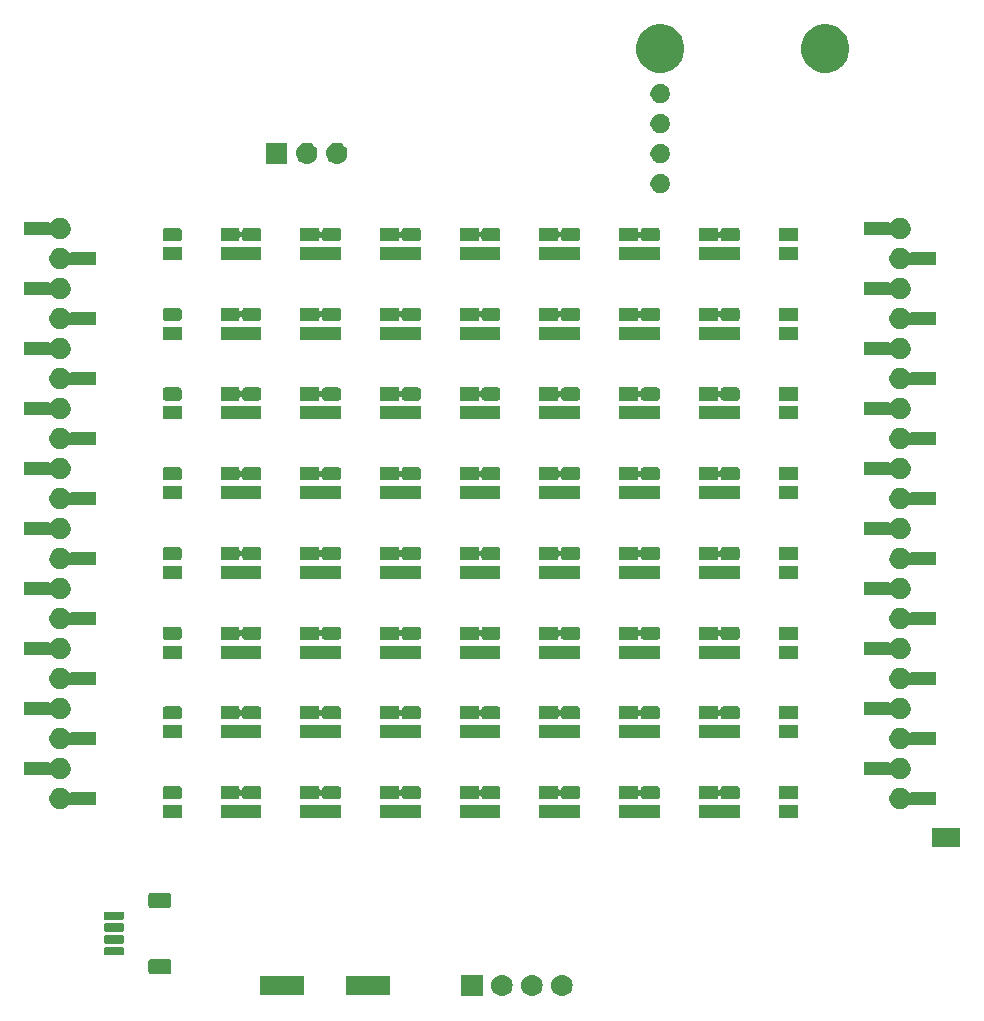
<source format=gbs>
G04 #@! TF.GenerationSoftware,KiCad,Pcbnew,(5.1.2-1)-1*
G04 #@! TF.CreationDate,2021-02-18T11:20:45-06:00*
G04 #@! TF.ProjectId,Core64 LM v0.1,436f7265-3634-4204-9c4d-2076302e312e,0.3*
G04 #@! TF.SameCoordinates,Original*
G04 #@! TF.FileFunction,Soldermask,Bot*
G04 #@! TF.FilePolarity,Negative*
%FSLAX46Y46*%
G04 Gerber Fmt 4.6, Leading zero omitted, Abs format (unit mm)*
G04 Created by KiCad (PCBNEW (5.1.2-1)-1) date 2021-02-18 11:20:45*
%MOMM*%
%LPD*%
G04 APERTURE LIST*
%ADD10C,0.100000*%
G04 APERTURE END LIST*
D10*
G36*
X7045443Y-39055519D02*
G01*
X7111627Y-39062037D01*
X7281466Y-39113557D01*
X7437991Y-39197222D01*
X7473729Y-39226552D01*
X7575186Y-39309814D01*
X7658448Y-39411271D01*
X7687778Y-39447009D01*
X7771443Y-39603534D01*
X7822963Y-39773373D01*
X7840359Y-39950000D01*
X7822963Y-40126627D01*
X7771443Y-40296466D01*
X7687778Y-40452991D01*
X7658448Y-40488729D01*
X7575186Y-40590186D01*
X7473729Y-40673448D01*
X7437991Y-40702778D01*
X7281466Y-40786443D01*
X7111627Y-40837963D01*
X7045443Y-40844481D01*
X6979260Y-40851000D01*
X6890740Y-40851000D01*
X6824557Y-40844481D01*
X6758373Y-40837963D01*
X6588534Y-40786443D01*
X6432009Y-40702778D01*
X6396271Y-40673448D01*
X6294814Y-40590186D01*
X6211552Y-40488729D01*
X6182222Y-40452991D01*
X6098557Y-40296466D01*
X6047037Y-40126627D01*
X6029641Y-39950000D01*
X6047037Y-39773373D01*
X6098557Y-39603534D01*
X6182222Y-39447009D01*
X6211552Y-39411271D01*
X6294814Y-39309814D01*
X6396271Y-39226552D01*
X6432009Y-39197222D01*
X6588534Y-39113557D01*
X6758373Y-39062037D01*
X6824557Y-39055519D01*
X6890740Y-39049000D01*
X6979260Y-39049000D01*
X7045443Y-39055519D01*
X7045443Y-39055519D01*
G37*
G36*
X4505443Y-39055519D02*
G01*
X4571627Y-39062037D01*
X4741466Y-39113557D01*
X4897991Y-39197222D01*
X4933729Y-39226552D01*
X5035186Y-39309814D01*
X5118448Y-39411271D01*
X5147778Y-39447009D01*
X5231443Y-39603534D01*
X5282963Y-39773373D01*
X5300359Y-39950000D01*
X5282963Y-40126627D01*
X5231443Y-40296466D01*
X5147778Y-40452991D01*
X5118448Y-40488729D01*
X5035186Y-40590186D01*
X4933729Y-40673448D01*
X4897991Y-40702778D01*
X4741466Y-40786443D01*
X4571627Y-40837963D01*
X4505443Y-40844481D01*
X4439260Y-40851000D01*
X4350740Y-40851000D01*
X4284557Y-40844481D01*
X4218373Y-40837963D01*
X4048534Y-40786443D01*
X3892009Y-40702778D01*
X3856271Y-40673448D01*
X3754814Y-40590186D01*
X3671552Y-40488729D01*
X3642222Y-40452991D01*
X3558557Y-40296466D01*
X3507037Y-40126627D01*
X3489641Y-39950000D01*
X3507037Y-39773373D01*
X3558557Y-39603534D01*
X3642222Y-39447009D01*
X3671552Y-39411271D01*
X3754814Y-39309814D01*
X3856271Y-39226552D01*
X3892009Y-39197222D01*
X4048534Y-39113557D01*
X4218373Y-39062037D01*
X4284557Y-39055519D01*
X4350740Y-39049000D01*
X4439260Y-39049000D01*
X4505443Y-39055519D01*
X4505443Y-39055519D01*
G37*
G36*
X1965443Y-39055519D02*
G01*
X2031627Y-39062037D01*
X2201466Y-39113557D01*
X2357991Y-39197222D01*
X2393729Y-39226552D01*
X2495186Y-39309814D01*
X2578448Y-39411271D01*
X2607778Y-39447009D01*
X2691443Y-39603534D01*
X2742963Y-39773373D01*
X2760359Y-39950000D01*
X2742963Y-40126627D01*
X2691443Y-40296466D01*
X2607778Y-40452991D01*
X2578448Y-40488729D01*
X2495186Y-40590186D01*
X2393729Y-40673448D01*
X2357991Y-40702778D01*
X2201466Y-40786443D01*
X2031627Y-40837963D01*
X1965443Y-40844481D01*
X1899260Y-40851000D01*
X1810740Y-40851000D01*
X1744557Y-40844481D01*
X1678373Y-40837963D01*
X1508534Y-40786443D01*
X1352009Y-40702778D01*
X1316271Y-40673448D01*
X1214814Y-40590186D01*
X1131552Y-40488729D01*
X1102222Y-40452991D01*
X1018557Y-40296466D01*
X967037Y-40126627D01*
X949641Y-39950000D01*
X967037Y-39773373D01*
X1018557Y-39603534D01*
X1102222Y-39447009D01*
X1131552Y-39411271D01*
X1214814Y-39309814D01*
X1316271Y-39226552D01*
X1352009Y-39197222D01*
X1508534Y-39113557D01*
X1678373Y-39062037D01*
X1744557Y-39055519D01*
X1810740Y-39049000D01*
X1899260Y-39049000D01*
X1965443Y-39055519D01*
X1965443Y-39055519D01*
G37*
G36*
X216000Y-40851000D02*
G01*
X-1586000Y-40851000D01*
X-1586000Y-39049000D01*
X216000Y-39049000D01*
X216000Y-40851000D01*
X216000Y-40851000D01*
G37*
G36*
X-7634000Y-40751000D02*
G01*
X-11336000Y-40751000D01*
X-11336000Y-39149000D01*
X-7634000Y-39149000D01*
X-7634000Y-40751000D01*
X-7634000Y-40751000D01*
G37*
G36*
X-14934000Y-40751000D02*
G01*
X-18636000Y-40751000D01*
X-18636000Y-39149000D01*
X-14934000Y-39149000D01*
X-14934000Y-40751000D01*
X-14934000Y-40751000D01*
G37*
G36*
X-26333758Y-37703404D02*
G01*
X-26296663Y-37714657D01*
X-26262485Y-37732925D01*
X-26232519Y-37757519D01*
X-26207925Y-37787485D01*
X-26189657Y-37821663D01*
X-26178404Y-37858758D01*
X-26174000Y-37903474D01*
X-26174000Y-38796526D01*
X-26178404Y-38841242D01*
X-26189657Y-38878337D01*
X-26207925Y-38912515D01*
X-26232519Y-38942481D01*
X-26262485Y-38967075D01*
X-26296663Y-38985343D01*
X-26333758Y-38996596D01*
X-26378474Y-39001000D01*
X-27871526Y-39001000D01*
X-27916242Y-38996596D01*
X-27953337Y-38985343D01*
X-27987515Y-38967075D01*
X-28017481Y-38942481D01*
X-28042075Y-38912515D01*
X-28060343Y-38878337D01*
X-28071596Y-38841242D01*
X-28076000Y-38796526D01*
X-28076000Y-37903474D01*
X-28071596Y-37858758D01*
X-28060343Y-37821663D01*
X-28042075Y-37787485D01*
X-28017481Y-37757519D01*
X-27987515Y-37732925D01*
X-27953337Y-37714657D01*
X-27916242Y-37703404D01*
X-27871526Y-37699000D01*
X-26378474Y-37699000D01*
X-26333758Y-37703404D01*
X-26333758Y-37703404D01*
G37*
G36*
X-30265072Y-36701764D02*
G01*
X-30243991Y-36708160D01*
X-30224555Y-36718548D01*
X-30207524Y-36732524D01*
X-30193548Y-36749555D01*
X-30183160Y-36768991D01*
X-30176764Y-36790072D01*
X-30174000Y-36818140D01*
X-30174000Y-37281860D01*
X-30176764Y-37309928D01*
X-30183160Y-37331009D01*
X-30193548Y-37350445D01*
X-30207524Y-37367476D01*
X-30224555Y-37381452D01*
X-30243991Y-37391840D01*
X-30265072Y-37398236D01*
X-30293140Y-37401000D01*
X-31706860Y-37401000D01*
X-31734928Y-37398236D01*
X-31756009Y-37391840D01*
X-31775445Y-37381452D01*
X-31792476Y-37367476D01*
X-31806452Y-37350445D01*
X-31816840Y-37331009D01*
X-31823236Y-37309928D01*
X-31826000Y-37281860D01*
X-31826000Y-36818140D01*
X-31823236Y-36790072D01*
X-31816840Y-36768991D01*
X-31806452Y-36749555D01*
X-31792476Y-36732524D01*
X-31775445Y-36718548D01*
X-31756009Y-36708160D01*
X-31734928Y-36701764D01*
X-31706860Y-36699000D01*
X-30293140Y-36699000D01*
X-30265072Y-36701764D01*
X-30265072Y-36701764D01*
G37*
G36*
X-30265072Y-35701764D02*
G01*
X-30243991Y-35708160D01*
X-30224555Y-35718548D01*
X-30207524Y-35732524D01*
X-30193548Y-35749555D01*
X-30183160Y-35768991D01*
X-30176764Y-35790072D01*
X-30174000Y-35818140D01*
X-30174000Y-36281860D01*
X-30176764Y-36309928D01*
X-30183160Y-36331009D01*
X-30193548Y-36350445D01*
X-30207524Y-36367476D01*
X-30224555Y-36381452D01*
X-30243991Y-36391840D01*
X-30265072Y-36398236D01*
X-30293140Y-36401000D01*
X-31706860Y-36401000D01*
X-31734928Y-36398236D01*
X-31756009Y-36391840D01*
X-31775445Y-36381452D01*
X-31792476Y-36367476D01*
X-31806452Y-36350445D01*
X-31816840Y-36331009D01*
X-31823236Y-36309928D01*
X-31826000Y-36281860D01*
X-31826000Y-35818140D01*
X-31823236Y-35790072D01*
X-31816840Y-35768991D01*
X-31806452Y-35749555D01*
X-31792476Y-35732524D01*
X-31775445Y-35718548D01*
X-31756009Y-35708160D01*
X-31734928Y-35701764D01*
X-31706860Y-35699000D01*
X-30293140Y-35699000D01*
X-30265072Y-35701764D01*
X-30265072Y-35701764D01*
G37*
G36*
X-30265072Y-34701764D02*
G01*
X-30243991Y-34708160D01*
X-30224555Y-34718548D01*
X-30207524Y-34732524D01*
X-30193548Y-34749555D01*
X-30183160Y-34768991D01*
X-30176764Y-34790072D01*
X-30174000Y-34818140D01*
X-30174000Y-35281860D01*
X-30176764Y-35309928D01*
X-30183160Y-35331009D01*
X-30193548Y-35350445D01*
X-30207524Y-35367476D01*
X-30224555Y-35381452D01*
X-30243991Y-35391840D01*
X-30265072Y-35398236D01*
X-30293140Y-35401000D01*
X-31706860Y-35401000D01*
X-31734928Y-35398236D01*
X-31756009Y-35391840D01*
X-31775445Y-35381452D01*
X-31792476Y-35367476D01*
X-31806452Y-35350445D01*
X-31816840Y-35331009D01*
X-31823236Y-35309928D01*
X-31826000Y-35281860D01*
X-31826000Y-34818140D01*
X-31823236Y-34790072D01*
X-31816840Y-34768991D01*
X-31806452Y-34749555D01*
X-31792476Y-34732524D01*
X-31775445Y-34718548D01*
X-31756009Y-34708160D01*
X-31734928Y-34701764D01*
X-31706860Y-34699000D01*
X-30293140Y-34699000D01*
X-30265072Y-34701764D01*
X-30265072Y-34701764D01*
G37*
G36*
X-30265072Y-33701764D02*
G01*
X-30243991Y-33708160D01*
X-30224555Y-33718548D01*
X-30207524Y-33732524D01*
X-30193548Y-33749555D01*
X-30183160Y-33768991D01*
X-30176764Y-33790072D01*
X-30174000Y-33818140D01*
X-30174000Y-34281860D01*
X-30176764Y-34309928D01*
X-30183160Y-34331009D01*
X-30193548Y-34350445D01*
X-30207524Y-34367476D01*
X-30224555Y-34381452D01*
X-30243991Y-34391840D01*
X-30265072Y-34398236D01*
X-30293140Y-34401000D01*
X-31706860Y-34401000D01*
X-31734928Y-34398236D01*
X-31756009Y-34391840D01*
X-31775445Y-34381452D01*
X-31792476Y-34367476D01*
X-31806452Y-34350445D01*
X-31816840Y-34331009D01*
X-31823236Y-34309928D01*
X-31826000Y-34281860D01*
X-31826000Y-33818140D01*
X-31823236Y-33790072D01*
X-31816840Y-33768991D01*
X-31806452Y-33749555D01*
X-31792476Y-33732524D01*
X-31775445Y-33718548D01*
X-31756009Y-33708160D01*
X-31734928Y-33701764D01*
X-31706860Y-33699000D01*
X-30293140Y-33699000D01*
X-30265072Y-33701764D01*
X-30265072Y-33701764D01*
G37*
G36*
X-26333758Y-32103404D02*
G01*
X-26296663Y-32114657D01*
X-26262485Y-32132925D01*
X-26232519Y-32157519D01*
X-26207925Y-32187485D01*
X-26189657Y-32221663D01*
X-26178404Y-32258758D01*
X-26174000Y-32303474D01*
X-26174000Y-33196526D01*
X-26178404Y-33241242D01*
X-26189657Y-33278337D01*
X-26207925Y-33312515D01*
X-26232519Y-33342481D01*
X-26262485Y-33367075D01*
X-26296663Y-33385343D01*
X-26333758Y-33396596D01*
X-26378474Y-33401000D01*
X-27871526Y-33401000D01*
X-27916242Y-33396596D01*
X-27953337Y-33385343D01*
X-27987515Y-33367075D01*
X-28017481Y-33342481D01*
X-28042075Y-33312515D01*
X-28060343Y-33278337D01*
X-28071596Y-33241242D01*
X-28076000Y-33196526D01*
X-28076000Y-32303474D01*
X-28071596Y-32258758D01*
X-28060343Y-32221663D01*
X-28042075Y-32187485D01*
X-28017481Y-32157519D01*
X-27987515Y-32132925D01*
X-27953337Y-32114657D01*
X-27916242Y-32103404D01*
X-27871526Y-32099000D01*
X-26378474Y-32099000D01*
X-26333758Y-32103404D01*
X-26333758Y-32103404D01*
G37*
G36*
X40666000Y-28251000D02*
G01*
X38264000Y-28251000D01*
X38264000Y-26649000D01*
X40666000Y-26649000D01*
X40666000Y-28251000D01*
X40666000Y-28251000D01*
G37*
G36*
X8476000Y-25776000D02*
G01*
X5024000Y-25776000D01*
X5024000Y-24674000D01*
X8476000Y-24674000D01*
X8476000Y-25776000D01*
X8476000Y-25776000D01*
G37*
G36*
X-5024000Y-25776000D02*
G01*
X-8476000Y-25776000D01*
X-8476000Y-24674000D01*
X-5024000Y-24674000D01*
X-5024000Y-25776000D01*
X-5024000Y-25776000D01*
G37*
G36*
X1726000Y-25776000D02*
G01*
X-1726000Y-25776000D01*
X-1726000Y-24674000D01*
X1726000Y-24674000D01*
X1726000Y-25776000D01*
X1726000Y-25776000D01*
G37*
G36*
X-11774000Y-25776000D02*
G01*
X-15226000Y-25776000D01*
X-15226000Y-24674000D01*
X-11774000Y-24674000D01*
X-11774000Y-25776000D01*
X-11774000Y-25776000D01*
G37*
G36*
X-18524000Y-25776000D02*
G01*
X-21976000Y-25776000D01*
X-21976000Y-24674000D01*
X-18524000Y-24674000D01*
X-18524000Y-25776000D01*
X-18524000Y-25776000D01*
G37*
G36*
X-25274000Y-25776000D02*
G01*
X-26876000Y-25776000D01*
X-26876000Y-24674000D01*
X-25274000Y-24674000D01*
X-25274000Y-25776000D01*
X-25274000Y-25776000D01*
G37*
G36*
X26876000Y-25776000D02*
G01*
X25274000Y-25776000D01*
X25274000Y-24674000D01*
X26876000Y-24674000D01*
X26876000Y-25776000D01*
X26876000Y-25776000D01*
G37*
G36*
X21976000Y-25776000D02*
G01*
X18524000Y-25776000D01*
X18524000Y-24674000D01*
X21976000Y-24674000D01*
X21976000Y-25776000D01*
X21976000Y-25776000D01*
G37*
G36*
X15226000Y-25776000D02*
G01*
X11774000Y-25776000D01*
X11774000Y-24674000D01*
X15226000Y-24674000D01*
X15226000Y-25776000D01*
X15226000Y-25776000D01*
G37*
G36*
X35673512Y-23233927D02*
G01*
X35822812Y-23263624D01*
X35986784Y-23331544D01*
X36134354Y-23430147D01*
X36259853Y-23555646D01*
X36280075Y-23585911D01*
X36295614Y-23604844D01*
X36314555Y-23620389D01*
X36336166Y-23631940D01*
X36359615Y-23639053D01*
X36384001Y-23641455D01*
X36408387Y-23639053D01*
X36431836Y-23631940D01*
X36453447Y-23620389D01*
X36472389Y-23604843D01*
X36487934Y-23585902D01*
X36491623Y-23579000D01*
X38611000Y-23579000D01*
X38611000Y-24681000D01*
X36491623Y-24681000D01*
X36487934Y-24674098D01*
X36472389Y-24655156D01*
X36453447Y-24639611D01*
X36431836Y-24628060D01*
X36408387Y-24620947D01*
X36384001Y-24618545D01*
X36359615Y-24620947D01*
X36336166Y-24628060D01*
X36314555Y-24639611D01*
X36295613Y-24655156D01*
X36280075Y-24674089D01*
X36259853Y-24704354D01*
X36134354Y-24829853D01*
X35986784Y-24928456D01*
X35822812Y-24996376D01*
X35673512Y-25026073D01*
X35648742Y-25031000D01*
X35471258Y-25031000D01*
X35446488Y-25026073D01*
X35297188Y-24996376D01*
X35133216Y-24928456D01*
X34985646Y-24829853D01*
X34860147Y-24704354D01*
X34761544Y-24556784D01*
X34693624Y-24392812D01*
X34659000Y-24218741D01*
X34659000Y-24041259D01*
X34693624Y-23867188D01*
X34761544Y-23703216D01*
X34860147Y-23555646D01*
X34985646Y-23430147D01*
X35133216Y-23331544D01*
X35297188Y-23263624D01*
X35446488Y-23233927D01*
X35471258Y-23229000D01*
X35648742Y-23229000D01*
X35673512Y-23233927D01*
X35673512Y-23233927D01*
G37*
G36*
X-35446488Y-23233927D02*
G01*
X-35297188Y-23263624D01*
X-35133216Y-23331544D01*
X-34985646Y-23430147D01*
X-34860147Y-23555646D01*
X-34839925Y-23585911D01*
X-34824386Y-23604844D01*
X-34805445Y-23620389D01*
X-34783834Y-23631940D01*
X-34760385Y-23639053D01*
X-34735999Y-23641455D01*
X-34711613Y-23639053D01*
X-34688164Y-23631940D01*
X-34666553Y-23620389D01*
X-34647611Y-23604843D01*
X-34632066Y-23585902D01*
X-34628377Y-23579000D01*
X-32509000Y-23579000D01*
X-32509000Y-24681000D01*
X-34628377Y-24681000D01*
X-34632066Y-24674098D01*
X-34647611Y-24655156D01*
X-34666553Y-24639611D01*
X-34688164Y-24628060D01*
X-34711613Y-24620947D01*
X-34735999Y-24618545D01*
X-34760385Y-24620947D01*
X-34783834Y-24628060D01*
X-34805445Y-24639611D01*
X-34824387Y-24655156D01*
X-34839925Y-24674089D01*
X-34860147Y-24704354D01*
X-34985646Y-24829853D01*
X-35133216Y-24928456D01*
X-35297188Y-24996376D01*
X-35446488Y-25026073D01*
X-35471258Y-25031000D01*
X-35648742Y-25031000D01*
X-35673512Y-25026073D01*
X-35822812Y-24996376D01*
X-35986784Y-24928456D01*
X-36134354Y-24829853D01*
X-36259853Y-24704354D01*
X-36358456Y-24556784D01*
X-36426376Y-24392812D01*
X-36461000Y-24218741D01*
X-36461000Y-24041259D01*
X-36426376Y-23867188D01*
X-36358456Y-23703216D01*
X-36259853Y-23555646D01*
X-36134354Y-23430147D01*
X-35986784Y-23331544D01*
X-35822812Y-23263624D01*
X-35673512Y-23233927D01*
X-35648742Y-23229000D01*
X-35471258Y-23229000D01*
X-35446488Y-23233927D01*
X-35446488Y-23233927D01*
G37*
G36*
X-13624000Y-23266715D02*
G01*
X-13621598Y-23291101D01*
X-13614485Y-23314550D01*
X-13602934Y-23336161D01*
X-13587389Y-23355103D01*
X-13568447Y-23370648D01*
X-13546836Y-23382199D01*
X-13523387Y-23389312D01*
X-13499001Y-23391714D01*
X-13474615Y-23389312D01*
X-13451166Y-23382199D01*
X-13429555Y-23370648D01*
X-13410613Y-23355103D01*
X-13395068Y-23336161D01*
X-13383517Y-23314550D01*
X-13374604Y-23278968D01*
X-13371314Y-23245566D01*
X-13359226Y-23205716D01*
X-13339601Y-23169001D01*
X-13313186Y-23136814D01*
X-13280999Y-23110399D01*
X-13244284Y-23090774D01*
X-13204434Y-23078686D01*
X-13156859Y-23074000D01*
X-11993141Y-23074000D01*
X-11945566Y-23078686D01*
X-11905716Y-23090774D01*
X-11869001Y-23110399D01*
X-11836814Y-23136814D01*
X-11810399Y-23169001D01*
X-11790774Y-23205716D01*
X-11778686Y-23245566D01*
X-11774000Y-23293141D01*
X-11774000Y-23956859D01*
X-11778686Y-24004434D01*
X-11790774Y-24044284D01*
X-11810399Y-24080999D01*
X-11836814Y-24113186D01*
X-11869001Y-24139601D01*
X-11905716Y-24159226D01*
X-11945566Y-24171314D01*
X-11993141Y-24176000D01*
X-13156859Y-24176000D01*
X-13204434Y-24171314D01*
X-13244284Y-24159226D01*
X-13280999Y-24139601D01*
X-13313186Y-24113186D01*
X-13339601Y-24080999D01*
X-13359226Y-24044284D01*
X-13371314Y-24004434D01*
X-13374604Y-23971032D01*
X-13379385Y-23946999D01*
X-13388762Y-23924360D01*
X-13402376Y-23903986D01*
X-13419703Y-23886659D01*
X-13440078Y-23873045D01*
X-13462717Y-23863668D01*
X-13486750Y-23858888D01*
X-13511254Y-23858888D01*
X-13535287Y-23863669D01*
X-13557926Y-23873046D01*
X-13578300Y-23886660D01*
X-13595627Y-23903987D01*
X-13609241Y-23924362D01*
X-13618618Y-23947001D01*
X-13624000Y-23983285D01*
X-13624000Y-24176000D01*
X-15226000Y-24176000D01*
X-15226000Y-23074000D01*
X-13624000Y-23074000D01*
X-13624000Y-23266715D01*
X-13624000Y-23266715D01*
G37*
G36*
X13376000Y-23266715D02*
G01*
X13378402Y-23291101D01*
X13385515Y-23314550D01*
X13397066Y-23336161D01*
X13412611Y-23355103D01*
X13431553Y-23370648D01*
X13453164Y-23382199D01*
X13476613Y-23389312D01*
X13500999Y-23391714D01*
X13525385Y-23389312D01*
X13548834Y-23382199D01*
X13570445Y-23370648D01*
X13589387Y-23355103D01*
X13604932Y-23336161D01*
X13616483Y-23314550D01*
X13625396Y-23278968D01*
X13628686Y-23245566D01*
X13640774Y-23205716D01*
X13660399Y-23169001D01*
X13686814Y-23136814D01*
X13719001Y-23110399D01*
X13755716Y-23090774D01*
X13795566Y-23078686D01*
X13843141Y-23074000D01*
X15006859Y-23074000D01*
X15054434Y-23078686D01*
X15094284Y-23090774D01*
X15130999Y-23110399D01*
X15163186Y-23136814D01*
X15189601Y-23169001D01*
X15209226Y-23205716D01*
X15221314Y-23245566D01*
X15226000Y-23293141D01*
X15226000Y-23956859D01*
X15221314Y-24004434D01*
X15209226Y-24044284D01*
X15189601Y-24080999D01*
X15163186Y-24113186D01*
X15130999Y-24139601D01*
X15094284Y-24159226D01*
X15054434Y-24171314D01*
X15006859Y-24176000D01*
X13843141Y-24176000D01*
X13795566Y-24171314D01*
X13755716Y-24159226D01*
X13719001Y-24139601D01*
X13686814Y-24113186D01*
X13660399Y-24080999D01*
X13640774Y-24044284D01*
X13628686Y-24004434D01*
X13625396Y-23971032D01*
X13620615Y-23946999D01*
X13611238Y-23924360D01*
X13597624Y-23903986D01*
X13580297Y-23886659D01*
X13559922Y-23873045D01*
X13537283Y-23863668D01*
X13513250Y-23858888D01*
X13488746Y-23858888D01*
X13464713Y-23863669D01*
X13442074Y-23873046D01*
X13421700Y-23886660D01*
X13404373Y-23903987D01*
X13390759Y-23924362D01*
X13381382Y-23947001D01*
X13376000Y-23983285D01*
X13376000Y-24176000D01*
X11774000Y-24176000D01*
X11774000Y-23074000D01*
X13376000Y-23074000D01*
X13376000Y-23266715D01*
X13376000Y-23266715D01*
G37*
G36*
X-25445566Y-23078686D02*
G01*
X-25405716Y-23090774D01*
X-25369001Y-23110399D01*
X-25336814Y-23136814D01*
X-25310399Y-23169001D01*
X-25290774Y-23205716D01*
X-25278686Y-23245566D01*
X-25274000Y-23293141D01*
X-25274000Y-23956859D01*
X-25278686Y-24004434D01*
X-25290774Y-24044284D01*
X-25310399Y-24080999D01*
X-25336814Y-24113186D01*
X-25369001Y-24139601D01*
X-25405716Y-24159226D01*
X-25445566Y-24171314D01*
X-25493141Y-24176000D01*
X-26656859Y-24176000D01*
X-26704434Y-24171314D01*
X-26744284Y-24159226D01*
X-26780999Y-24139601D01*
X-26813186Y-24113186D01*
X-26839601Y-24080999D01*
X-26859226Y-24044284D01*
X-26871314Y-24004434D01*
X-26876000Y-23956859D01*
X-26876000Y-23293141D01*
X-26871314Y-23245566D01*
X-26859226Y-23205716D01*
X-26839601Y-23169001D01*
X-26813186Y-23136814D01*
X-26780999Y-23110399D01*
X-26744284Y-23090774D01*
X-26704434Y-23078686D01*
X-26656859Y-23074000D01*
X-25493141Y-23074000D01*
X-25445566Y-23078686D01*
X-25445566Y-23078686D01*
G37*
G36*
X-20374000Y-23266715D02*
G01*
X-20371598Y-23291101D01*
X-20364485Y-23314550D01*
X-20352934Y-23336161D01*
X-20337389Y-23355103D01*
X-20318447Y-23370648D01*
X-20296836Y-23382199D01*
X-20273387Y-23389312D01*
X-20249001Y-23391714D01*
X-20224615Y-23389312D01*
X-20201166Y-23382199D01*
X-20179555Y-23370648D01*
X-20160613Y-23355103D01*
X-20145068Y-23336161D01*
X-20133517Y-23314550D01*
X-20124604Y-23278968D01*
X-20121314Y-23245566D01*
X-20109226Y-23205716D01*
X-20089601Y-23169001D01*
X-20063186Y-23136814D01*
X-20030999Y-23110399D01*
X-19994284Y-23090774D01*
X-19954434Y-23078686D01*
X-19906859Y-23074000D01*
X-18743141Y-23074000D01*
X-18695566Y-23078686D01*
X-18655716Y-23090774D01*
X-18619001Y-23110399D01*
X-18586814Y-23136814D01*
X-18560399Y-23169001D01*
X-18540774Y-23205716D01*
X-18528686Y-23245566D01*
X-18524000Y-23293141D01*
X-18524000Y-23956859D01*
X-18528686Y-24004434D01*
X-18540774Y-24044284D01*
X-18560399Y-24080999D01*
X-18586814Y-24113186D01*
X-18619001Y-24139601D01*
X-18655716Y-24159226D01*
X-18695566Y-24171314D01*
X-18743141Y-24176000D01*
X-19906859Y-24176000D01*
X-19954434Y-24171314D01*
X-19994284Y-24159226D01*
X-20030999Y-24139601D01*
X-20063186Y-24113186D01*
X-20089601Y-24080999D01*
X-20109226Y-24044284D01*
X-20121314Y-24004434D01*
X-20124604Y-23971032D01*
X-20129385Y-23946999D01*
X-20138762Y-23924360D01*
X-20152376Y-23903986D01*
X-20169703Y-23886659D01*
X-20190078Y-23873045D01*
X-20212717Y-23863668D01*
X-20236750Y-23858888D01*
X-20261254Y-23858888D01*
X-20285287Y-23863669D01*
X-20307926Y-23873046D01*
X-20328300Y-23886660D01*
X-20345627Y-23903987D01*
X-20359241Y-23924362D01*
X-20368618Y-23947001D01*
X-20374000Y-23983285D01*
X-20374000Y-24176000D01*
X-21976000Y-24176000D01*
X-21976000Y-23074000D01*
X-20374000Y-23074000D01*
X-20374000Y-23266715D01*
X-20374000Y-23266715D01*
G37*
G36*
X6626000Y-23266715D02*
G01*
X6628402Y-23291101D01*
X6635515Y-23314550D01*
X6647066Y-23336161D01*
X6662611Y-23355103D01*
X6681553Y-23370648D01*
X6703164Y-23382199D01*
X6726613Y-23389312D01*
X6750999Y-23391714D01*
X6775385Y-23389312D01*
X6798834Y-23382199D01*
X6820445Y-23370648D01*
X6839387Y-23355103D01*
X6854932Y-23336161D01*
X6866483Y-23314550D01*
X6875396Y-23278968D01*
X6878686Y-23245566D01*
X6890774Y-23205716D01*
X6910399Y-23169001D01*
X6936814Y-23136814D01*
X6969001Y-23110399D01*
X7005716Y-23090774D01*
X7045566Y-23078686D01*
X7093141Y-23074000D01*
X8256859Y-23074000D01*
X8304434Y-23078686D01*
X8344284Y-23090774D01*
X8380999Y-23110399D01*
X8413186Y-23136814D01*
X8439601Y-23169001D01*
X8459226Y-23205716D01*
X8471314Y-23245566D01*
X8476000Y-23293141D01*
X8476000Y-23956859D01*
X8471314Y-24004434D01*
X8459226Y-24044284D01*
X8439601Y-24080999D01*
X8413186Y-24113186D01*
X8380999Y-24139601D01*
X8344284Y-24159226D01*
X8304434Y-24171314D01*
X8256859Y-24176000D01*
X7093141Y-24176000D01*
X7045566Y-24171314D01*
X7005716Y-24159226D01*
X6969001Y-24139601D01*
X6936814Y-24113186D01*
X6910399Y-24080999D01*
X6890774Y-24044284D01*
X6878686Y-24004434D01*
X6875396Y-23971032D01*
X6870615Y-23946999D01*
X6861238Y-23924360D01*
X6847624Y-23903986D01*
X6830297Y-23886659D01*
X6809922Y-23873045D01*
X6787283Y-23863668D01*
X6763250Y-23858888D01*
X6738746Y-23858888D01*
X6714713Y-23863669D01*
X6692074Y-23873046D01*
X6671700Y-23886660D01*
X6654373Y-23903987D01*
X6640759Y-23924362D01*
X6631382Y-23947001D01*
X6626000Y-23983285D01*
X6626000Y-24176000D01*
X5024000Y-24176000D01*
X5024000Y-23074000D01*
X6626000Y-23074000D01*
X6626000Y-23266715D01*
X6626000Y-23266715D01*
G37*
G36*
X-124000Y-23266715D02*
G01*
X-121598Y-23291101D01*
X-114485Y-23314550D01*
X-102934Y-23336161D01*
X-87389Y-23355103D01*
X-68447Y-23370648D01*
X-46836Y-23382199D01*
X-23387Y-23389312D01*
X999Y-23391714D01*
X25385Y-23389312D01*
X48834Y-23382199D01*
X70445Y-23370648D01*
X89387Y-23355103D01*
X104932Y-23336161D01*
X116483Y-23314550D01*
X125396Y-23278968D01*
X128686Y-23245566D01*
X140774Y-23205716D01*
X160399Y-23169001D01*
X186814Y-23136814D01*
X219001Y-23110399D01*
X255716Y-23090774D01*
X295566Y-23078686D01*
X343141Y-23074000D01*
X1506859Y-23074000D01*
X1554434Y-23078686D01*
X1594284Y-23090774D01*
X1630999Y-23110399D01*
X1663186Y-23136814D01*
X1689601Y-23169001D01*
X1709226Y-23205716D01*
X1721314Y-23245566D01*
X1726000Y-23293141D01*
X1726000Y-23956859D01*
X1721314Y-24004434D01*
X1709226Y-24044284D01*
X1689601Y-24080999D01*
X1663186Y-24113186D01*
X1630999Y-24139601D01*
X1594284Y-24159226D01*
X1554434Y-24171314D01*
X1506859Y-24176000D01*
X343141Y-24176000D01*
X295566Y-24171314D01*
X255716Y-24159226D01*
X219001Y-24139601D01*
X186814Y-24113186D01*
X160399Y-24080999D01*
X140774Y-24044284D01*
X128686Y-24004434D01*
X125396Y-23971032D01*
X120615Y-23946999D01*
X111238Y-23924360D01*
X97624Y-23903986D01*
X80297Y-23886659D01*
X59922Y-23873045D01*
X37283Y-23863668D01*
X13250Y-23858888D01*
X-11254Y-23858888D01*
X-35287Y-23863669D01*
X-57926Y-23873046D01*
X-78300Y-23886660D01*
X-95627Y-23903987D01*
X-109241Y-23924362D01*
X-118618Y-23947001D01*
X-124000Y-23983285D01*
X-124000Y-24176000D01*
X-1726000Y-24176000D01*
X-1726000Y-23074000D01*
X-124000Y-23074000D01*
X-124000Y-23266715D01*
X-124000Y-23266715D01*
G37*
G36*
X26876000Y-24176000D02*
G01*
X25274000Y-24176000D01*
X25274000Y-23074000D01*
X26876000Y-23074000D01*
X26876000Y-24176000D01*
X26876000Y-24176000D01*
G37*
G36*
X20126000Y-23266715D02*
G01*
X20128402Y-23291101D01*
X20135515Y-23314550D01*
X20147066Y-23336161D01*
X20162611Y-23355103D01*
X20181553Y-23370648D01*
X20203164Y-23382199D01*
X20226613Y-23389312D01*
X20250999Y-23391714D01*
X20275385Y-23389312D01*
X20298834Y-23382199D01*
X20320445Y-23370648D01*
X20339387Y-23355103D01*
X20354932Y-23336161D01*
X20366483Y-23314550D01*
X20375396Y-23278968D01*
X20378686Y-23245566D01*
X20390774Y-23205716D01*
X20410399Y-23169001D01*
X20436814Y-23136814D01*
X20469001Y-23110399D01*
X20505716Y-23090774D01*
X20545566Y-23078686D01*
X20593141Y-23074000D01*
X21756859Y-23074000D01*
X21804434Y-23078686D01*
X21844284Y-23090774D01*
X21880999Y-23110399D01*
X21913186Y-23136814D01*
X21939601Y-23169001D01*
X21959226Y-23205716D01*
X21971314Y-23245566D01*
X21976000Y-23293141D01*
X21976000Y-23956859D01*
X21971314Y-24004434D01*
X21959226Y-24044284D01*
X21939601Y-24080999D01*
X21913186Y-24113186D01*
X21880999Y-24139601D01*
X21844284Y-24159226D01*
X21804434Y-24171314D01*
X21756859Y-24176000D01*
X20593141Y-24176000D01*
X20545566Y-24171314D01*
X20505716Y-24159226D01*
X20469001Y-24139601D01*
X20436814Y-24113186D01*
X20410399Y-24080999D01*
X20390774Y-24044284D01*
X20378686Y-24004434D01*
X20375396Y-23971032D01*
X20370615Y-23946999D01*
X20361238Y-23924360D01*
X20347624Y-23903986D01*
X20330297Y-23886659D01*
X20309922Y-23873045D01*
X20287283Y-23863668D01*
X20263250Y-23858888D01*
X20238746Y-23858888D01*
X20214713Y-23863669D01*
X20192074Y-23873046D01*
X20171700Y-23886660D01*
X20154373Y-23903987D01*
X20140759Y-23924362D01*
X20131382Y-23947001D01*
X20126000Y-23983285D01*
X20126000Y-24176000D01*
X18524000Y-24176000D01*
X18524000Y-23074000D01*
X20126000Y-23074000D01*
X20126000Y-23266715D01*
X20126000Y-23266715D01*
G37*
G36*
X-6874000Y-23266715D02*
G01*
X-6871598Y-23291101D01*
X-6864485Y-23314550D01*
X-6852934Y-23336161D01*
X-6837389Y-23355103D01*
X-6818447Y-23370648D01*
X-6796836Y-23382199D01*
X-6773387Y-23389312D01*
X-6749001Y-23391714D01*
X-6724615Y-23389312D01*
X-6701166Y-23382199D01*
X-6679555Y-23370648D01*
X-6660613Y-23355103D01*
X-6645068Y-23336161D01*
X-6633517Y-23314550D01*
X-6624604Y-23278968D01*
X-6621314Y-23245566D01*
X-6609226Y-23205716D01*
X-6589601Y-23169001D01*
X-6563186Y-23136814D01*
X-6530999Y-23110399D01*
X-6494284Y-23090774D01*
X-6454434Y-23078686D01*
X-6406859Y-23074000D01*
X-5243141Y-23074000D01*
X-5195566Y-23078686D01*
X-5155716Y-23090774D01*
X-5119001Y-23110399D01*
X-5086814Y-23136814D01*
X-5060399Y-23169001D01*
X-5040774Y-23205716D01*
X-5028686Y-23245566D01*
X-5024000Y-23293141D01*
X-5024000Y-23956859D01*
X-5028686Y-24004434D01*
X-5040774Y-24044284D01*
X-5060399Y-24080999D01*
X-5086814Y-24113186D01*
X-5119001Y-24139601D01*
X-5155716Y-24159226D01*
X-5195566Y-24171314D01*
X-5243141Y-24176000D01*
X-6406859Y-24176000D01*
X-6454434Y-24171314D01*
X-6494284Y-24159226D01*
X-6530999Y-24139601D01*
X-6563186Y-24113186D01*
X-6589601Y-24080999D01*
X-6609226Y-24044284D01*
X-6621314Y-24004434D01*
X-6624604Y-23971032D01*
X-6629385Y-23946999D01*
X-6638762Y-23924360D01*
X-6652376Y-23903986D01*
X-6669703Y-23886659D01*
X-6690078Y-23873045D01*
X-6712717Y-23863668D01*
X-6736750Y-23858888D01*
X-6761254Y-23858888D01*
X-6785287Y-23863669D01*
X-6807926Y-23873046D01*
X-6828300Y-23886660D01*
X-6845627Y-23903987D01*
X-6859241Y-23924362D01*
X-6868618Y-23947001D01*
X-6874000Y-23983285D01*
X-6874000Y-24176000D01*
X-8476000Y-24176000D01*
X-8476000Y-23074000D01*
X-6874000Y-23074000D01*
X-6874000Y-23266715D01*
X-6874000Y-23266715D01*
G37*
G36*
X35673512Y-20693927D02*
G01*
X35822812Y-20723624D01*
X35986784Y-20791544D01*
X36134354Y-20890147D01*
X36259853Y-21015646D01*
X36358456Y-21163216D01*
X36426376Y-21327188D01*
X36461000Y-21501259D01*
X36461000Y-21678741D01*
X36426376Y-21852812D01*
X36358456Y-22016784D01*
X36259853Y-22164354D01*
X36134354Y-22289853D01*
X35986784Y-22388456D01*
X35822812Y-22456376D01*
X35673512Y-22486073D01*
X35648742Y-22491000D01*
X35471258Y-22491000D01*
X35446488Y-22486073D01*
X35297188Y-22456376D01*
X35133216Y-22388456D01*
X34985646Y-22289853D01*
X34860147Y-22164354D01*
X34839925Y-22134089D01*
X34824386Y-22115156D01*
X34805445Y-22099611D01*
X34783834Y-22088060D01*
X34760385Y-22080947D01*
X34735999Y-22078545D01*
X34711613Y-22080947D01*
X34688164Y-22088060D01*
X34666553Y-22099611D01*
X34647611Y-22115157D01*
X34632066Y-22134098D01*
X34628377Y-22141000D01*
X32509000Y-22141000D01*
X32509000Y-21039000D01*
X34628377Y-21039000D01*
X34632066Y-21045902D01*
X34647611Y-21064844D01*
X34666553Y-21080389D01*
X34688164Y-21091940D01*
X34711613Y-21099053D01*
X34735999Y-21101455D01*
X34760385Y-21099053D01*
X34783834Y-21091940D01*
X34805445Y-21080389D01*
X34824387Y-21064844D01*
X34839925Y-21045911D01*
X34860147Y-21015646D01*
X34985646Y-20890147D01*
X35133216Y-20791544D01*
X35297188Y-20723624D01*
X35446488Y-20693927D01*
X35471258Y-20689000D01*
X35648742Y-20689000D01*
X35673512Y-20693927D01*
X35673512Y-20693927D01*
G37*
G36*
X-35446488Y-20693927D02*
G01*
X-35297188Y-20723624D01*
X-35133216Y-20791544D01*
X-34985646Y-20890147D01*
X-34860147Y-21015646D01*
X-34761544Y-21163216D01*
X-34693624Y-21327188D01*
X-34659000Y-21501259D01*
X-34659000Y-21678741D01*
X-34693624Y-21852812D01*
X-34761544Y-22016784D01*
X-34860147Y-22164354D01*
X-34985646Y-22289853D01*
X-35133216Y-22388456D01*
X-35297188Y-22456376D01*
X-35446488Y-22486073D01*
X-35471258Y-22491000D01*
X-35648742Y-22491000D01*
X-35673512Y-22486073D01*
X-35822812Y-22456376D01*
X-35986784Y-22388456D01*
X-36134354Y-22289853D01*
X-36259853Y-22164354D01*
X-36280075Y-22134089D01*
X-36295614Y-22115156D01*
X-36314555Y-22099611D01*
X-36336166Y-22088060D01*
X-36359615Y-22080947D01*
X-36384001Y-22078545D01*
X-36408387Y-22080947D01*
X-36431836Y-22088060D01*
X-36453447Y-22099611D01*
X-36472389Y-22115157D01*
X-36487934Y-22134098D01*
X-36491623Y-22141000D01*
X-38611000Y-22141000D01*
X-38611000Y-21039000D01*
X-36491623Y-21039000D01*
X-36487934Y-21045902D01*
X-36472389Y-21064844D01*
X-36453447Y-21080389D01*
X-36431836Y-21091940D01*
X-36408387Y-21099053D01*
X-36384001Y-21101455D01*
X-36359615Y-21099053D01*
X-36336166Y-21091940D01*
X-36314555Y-21080389D01*
X-36295613Y-21064844D01*
X-36280075Y-21045911D01*
X-36259853Y-21015646D01*
X-36134354Y-20890147D01*
X-35986784Y-20791544D01*
X-35822812Y-20723624D01*
X-35673512Y-20693927D01*
X-35648742Y-20689000D01*
X-35471258Y-20689000D01*
X-35446488Y-20693927D01*
X-35446488Y-20693927D01*
G37*
G36*
X-35446488Y-18153927D02*
G01*
X-35297188Y-18183624D01*
X-35133216Y-18251544D01*
X-34985646Y-18350147D01*
X-34860147Y-18475646D01*
X-34839925Y-18505911D01*
X-34824386Y-18524844D01*
X-34805445Y-18540389D01*
X-34783834Y-18551940D01*
X-34760385Y-18559053D01*
X-34735999Y-18561455D01*
X-34711613Y-18559053D01*
X-34688164Y-18551940D01*
X-34666553Y-18540389D01*
X-34647611Y-18524843D01*
X-34632066Y-18505902D01*
X-34628377Y-18499000D01*
X-32509000Y-18499000D01*
X-32509000Y-19601000D01*
X-34628377Y-19601000D01*
X-34632066Y-19594098D01*
X-34647611Y-19575156D01*
X-34666553Y-19559611D01*
X-34688164Y-19548060D01*
X-34711613Y-19540947D01*
X-34735999Y-19538545D01*
X-34760385Y-19540947D01*
X-34783834Y-19548060D01*
X-34805445Y-19559611D01*
X-34824387Y-19575156D01*
X-34839925Y-19594089D01*
X-34860147Y-19624354D01*
X-34985646Y-19749853D01*
X-35133216Y-19848456D01*
X-35297188Y-19916376D01*
X-35446488Y-19946073D01*
X-35471258Y-19951000D01*
X-35648742Y-19951000D01*
X-35673512Y-19946073D01*
X-35822812Y-19916376D01*
X-35986784Y-19848456D01*
X-36134354Y-19749853D01*
X-36259853Y-19624354D01*
X-36358456Y-19476784D01*
X-36426376Y-19312812D01*
X-36461000Y-19138741D01*
X-36461000Y-18961259D01*
X-36426376Y-18787188D01*
X-36358456Y-18623216D01*
X-36259853Y-18475646D01*
X-36134354Y-18350147D01*
X-35986784Y-18251544D01*
X-35822812Y-18183624D01*
X-35673512Y-18153927D01*
X-35648742Y-18149000D01*
X-35471258Y-18149000D01*
X-35446488Y-18153927D01*
X-35446488Y-18153927D01*
G37*
G36*
X35673512Y-18153927D02*
G01*
X35822812Y-18183624D01*
X35986784Y-18251544D01*
X36134354Y-18350147D01*
X36259853Y-18475646D01*
X36280075Y-18505911D01*
X36295614Y-18524844D01*
X36314555Y-18540389D01*
X36336166Y-18551940D01*
X36359615Y-18559053D01*
X36384001Y-18561455D01*
X36408387Y-18559053D01*
X36431836Y-18551940D01*
X36453447Y-18540389D01*
X36472389Y-18524843D01*
X36487934Y-18505902D01*
X36491623Y-18499000D01*
X38611000Y-18499000D01*
X38611000Y-19601000D01*
X36491623Y-19601000D01*
X36487934Y-19594098D01*
X36472389Y-19575156D01*
X36453447Y-19559611D01*
X36431836Y-19548060D01*
X36408387Y-19540947D01*
X36384001Y-19538545D01*
X36359615Y-19540947D01*
X36336166Y-19548060D01*
X36314555Y-19559611D01*
X36295613Y-19575156D01*
X36280075Y-19594089D01*
X36259853Y-19624354D01*
X36134354Y-19749853D01*
X35986784Y-19848456D01*
X35822812Y-19916376D01*
X35673512Y-19946073D01*
X35648742Y-19951000D01*
X35471258Y-19951000D01*
X35446488Y-19946073D01*
X35297188Y-19916376D01*
X35133216Y-19848456D01*
X34985646Y-19749853D01*
X34860147Y-19624354D01*
X34761544Y-19476784D01*
X34693624Y-19312812D01*
X34659000Y-19138741D01*
X34659000Y-18961259D01*
X34693624Y-18787188D01*
X34761544Y-18623216D01*
X34860147Y-18475646D01*
X34985646Y-18350147D01*
X35133216Y-18251544D01*
X35297188Y-18183624D01*
X35446488Y-18153927D01*
X35471258Y-18149000D01*
X35648742Y-18149000D01*
X35673512Y-18153927D01*
X35673512Y-18153927D01*
G37*
G36*
X15226000Y-19026000D02*
G01*
X11774000Y-19026000D01*
X11774000Y-17924000D01*
X15226000Y-17924000D01*
X15226000Y-19026000D01*
X15226000Y-19026000D01*
G37*
G36*
X1726000Y-19026000D02*
G01*
X-1726000Y-19026000D01*
X-1726000Y-17924000D01*
X1726000Y-17924000D01*
X1726000Y-19026000D01*
X1726000Y-19026000D01*
G37*
G36*
X21976000Y-19026000D02*
G01*
X18524000Y-19026000D01*
X18524000Y-17924000D01*
X21976000Y-17924000D01*
X21976000Y-19026000D01*
X21976000Y-19026000D01*
G37*
G36*
X26876000Y-19026000D02*
G01*
X25274000Y-19026000D01*
X25274000Y-17924000D01*
X26876000Y-17924000D01*
X26876000Y-19026000D01*
X26876000Y-19026000D01*
G37*
G36*
X-5024000Y-19026000D02*
G01*
X-8476000Y-19026000D01*
X-8476000Y-17924000D01*
X-5024000Y-17924000D01*
X-5024000Y-19026000D01*
X-5024000Y-19026000D01*
G37*
G36*
X-11774000Y-19026000D02*
G01*
X-15226000Y-19026000D01*
X-15226000Y-17924000D01*
X-11774000Y-17924000D01*
X-11774000Y-19026000D01*
X-11774000Y-19026000D01*
G37*
G36*
X-18524000Y-19026000D02*
G01*
X-21976000Y-19026000D01*
X-21976000Y-17924000D01*
X-18524000Y-17924000D01*
X-18524000Y-19026000D01*
X-18524000Y-19026000D01*
G37*
G36*
X-25274000Y-19026000D02*
G01*
X-26876000Y-19026000D01*
X-26876000Y-17924000D01*
X-25274000Y-17924000D01*
X-25274000Y-19026000D01*
X-25274000Y-19026000D01*
G37*
G36*
X8476000Y-19026000D02*
G01*
X5024000Y-19026000D01*
X5024000Y-17924000D01*
X8476000Y-17924000D01*
X8476000Y-19026000D01*
X8476000Y-19026000D01*
G37*
G36*
X-124000Y-16516715D02*
G01*
X-121598Y-16541101D01*
X-114485Y-16564550D01*
X-102934Y-16586161D01*
X-87389Y-16605103D01*
X-68447Y-16620648D01*
X-46836Y-16632199D01*
X-23387Y-16639312D01*
X999Y-16641714D01*
X25385Y-16639312D01*
X48834Y-16632199D01*
X70445Y-16620648D01*
X89387Y-16605103D01*
X104932Y-16586161D01*
X116483Y-16564550D01*
X125396Y-16528968D01*
X128686Y-16495566D01*
X140774Y-16455716D01*
X160399Y-16419001D01*
X186814Y-16386814D01*
X219001Y-16360399D01*
X255716Y-16340774D01*
X295566Y-16328686D01*
X343141Y-16324000D01*
X1506859Y-16324000D01*
X1554434Y-16328686D01*
X1594284Y-16340774D01*
X1630999Y-16360399D01*
X1663186Y-16386814D01*
X1689601Y-16419001D01*
X1709226Y-16455716D01*
X1721314Y-16495566D01*
X1726000Y-16543141D01*
X1726000Y-17206859D01*
X1721314Y-17254434D01*
X1709226Y-17294284D01*
X1689601Y-17330999D01*
X1663186Y-17363186D01*
X1630999Y-17389601D01*
X1594284Y-17409226D01*
X1554434Y-17421314D01*
X1506859Y-17426000D01*
X343141Y-17426000D01*
X295566Y-17421314D01*
X255716Y-17409226D01*
X219001Y-17389601D01*
X186814Y-17363186D01*
X160399Y-17330999D01*
X140774Y-17294284D01*
X128686Y-17254434D01*
X125396Y-17221032D01*
X120615Y-17196999D01*
X111238Y-17174360D01*
X97624Y-17153986D01*
X80297Y-17136659D01*
X59922Y-17123045D01*
X37283Y-17113668D01*
X13250Y-17108888D01*
X-11254Y-17108888D01*
X-35287Y-17113669D01*
X-57926Y-17123046D01*
X-78300Y-17136660D01*
X-95627Y-17153987D01*
X-109241Y-17174362D01*
X-118618Y-17197001D01*
X-124000Y-17233285D01*
X-124000Y-17426000D01*
X-1726000Y-17426000D01*
X-1726000Y-16324000D01*
X-124000Y-16324000D01*
X-124000Y-16516715D01*
X-124000Y-16516715D01*
G37*
G36*
X20126000Y-16516715D02*
G01*
X20128402Y-16541101D01*
X20135515Y-16564550D01*
X20147066Y-16586161D01*
X20162611Y-16605103D01*
X20181553Y-16620648D01*
X20203164Y-16632199D01*
X20226613Y-16639312D01*
X20250999Y-16641714D01*
X20275385Y-16639312D01*
X20298834Y-16632199D01*
X20320445Y-16620648D01*
X20339387Y-16605103D01*
X20354932Y-16586161D01*
X20366483Y-16564550D01*
X20375396Y-16528968D01*
X20378686Y-16495566D01*
X20390774Y-16455716D01*
X20410399Y-16419001D01*
X20436814Y-16386814D01*
X20469001Y-16360399D01*
X20505716Y-16340774D01*
X20545566Y-16328686D01*
X20593141Y-16324000D01*
X21756859Y-16324000D01*
X21804434Y-16328686D01*
X21844284Y-16340774D01*
X21880999Y-16360399D01*
X21913186Y-16386814D01*
X21939601Y-16419001D01*
X21959226Y-16455716D01*
X21971314Y-16495566D01*
X21976000Y-16543141D01*
X21976000Y-17206859D01*
X21971314Y-17254434D01*
X21959226Y-17294284D01*
X21939601Y-17330999D01*
X21913186Y-17363186D01*
X21880999Y-17389601D01*
X21844284Y-17409226D01*
X21804434Y-17421314D01*
X21756859Y-17426000D01*
X20593141Y-17426000D01*
X20545566Y-17421314D01*
X20505716Y-17409226D01*
X20469001Y-17389601D01*
X20436814Y-17363186D01*
X20410399Y-17330999D01*
X20390774Y-17294284D01*
X20378686Y-17254434D01*
X20375396Y-17221032D01*
X20370615Y-17196999D01*
X20361238Y-17174360D01*
X20347624Y-17153986D01*
X20330297Y-17136659D01*
X20309922Y-17123045D01*
X20287283Y-17113668D01*
X20263250Y-17108888D01*
X20238746Y-17108888D01*
X20214713Y-17113669D01*
X20192074Y-17123046D01*
X20171700Y-17136660D01*
X20154373Y-17153987D01*
X20140759Y-17174362D01*
X20131382Y-17197001D01*
X20126000Y-17233285D01*
X20126000Y-17426000D01*
X18524000Y-17426000D01*
X18524000Y-16324000D01*
X20126000Y-16324000D01*
X20126000Y-16516715D01*
X20126000Y-16516715D01*
G37*
G36*
X6626000Y-16516715D02*
G01*
X6628402Y-16541101D01*
X6635515Y-16564550D01*
X6647066Y-16586161D01*
X6662611Y-16605103D01*
X6681553Y-16620648D01*
X6703164Y-16632199D01*
X6726613Y-16639312D01*
X6750999Y-16641714D01*
X6775385Y-16639312D01*
X6798834Y-16632199D01*
X6820445Y-16620648D01*
X6839387Y-16605103D01*
X6854932Y-16586161D01*
X6866483Y-16564550D01*
X6875396Y-16528968D01*
X6878686Y-16495566D01*
X6890774Y-16455716D01*
X6910399Y-16419001D01*
X6936814Y-16386814D01*
X6969001Y-16360399D01*
X7005716Y-16340774D01*
X7045566Y-16328686D01*
X7093141Y-16324000D01*
X8256859Y-16324000D01*
X8304434Y-16328686D01*
X8344284Y-16340774D01*
X8380999Y-16360399D01*
X8413186Y-16386814D01*
X8439601Y-16419001D01*
X8459226Y-16455716D01*
X8471314Y-16495566D01*
X8476000Y-16543141D01*
X8476000Y-17206859D01*
X8471314Y-17254434D01*
X8459226Y-17294284D01*
X8439601Y-17330999D01*
X8413186Y-17363186D01*
X8380999Y-17389601D01*
X8344284Y-17409226D01*
X8304434Y-17421314D01*
X8256859Y-17426000D01*
X7093141Y-17426000D01*
X7045566Y-17421314D01*
X7005716Y-17409226D01*
X6969001Y-17389601D01*
X6936814Y-17363186D01*
X6910399Y-17330999D01*
X6890774Y-17294284D01*
X6878686Y-17254434D01*
X6875396Y-17221032D01*
X6870615Y-17196999D01*
X6861238Y-17174360D01*
X6847624Y-17153986D01*
X6830297Y-17136659D01*
X6809922Y-17123045D01*
X6787283Y-17113668D01*
X6763250Y-17108888D01*
X6738746Y-17108888D01*
X6714713Y-17113669D01*
X6692074Y-17123046D01*
X6671700Y-17136660D01*
X6654373Y-17153987D01*
X6640759Y-17174362D01*
X6631382Y-17197001D01*
X6626000Y-17233285D01*
X6626000Y-17426000D01*
X5024000Y-17426000D01*
X5024000Y-16324000D01*
X6626000Y-16324000D01*
X6626000Y-16516715D01*
X6626000Y-16516715D01*
G37*
G36*
X26876000Y-17426000D02*
G01*
X25274000Y-17426000D01*
X25274000Y-16324000D01*
X26876000Y-16324000D01*
X26876000Y-17426000D01*
X26876000Y-17426000D01*
G37*
G36*
X-6874000Y-16516715D02*
G01*
X-6871598Y-16541101D01*
X-6864485Y-16564550D01*
X-6852934Y-16586161D01*
X-6837389Y-16605103D01*
X-6818447Y-16620648D01*
X-6796836Y-16632199D01*
X-6773387Y-16639312D01*
X-6749001Y-16641714D01*
X-6724615Y-16639312D01*
X-6701166Y-16632199D01*
X-6679555Y-16620648D01*
X-6660613Y-16605103D01*
X-6645068Y-16586161D01*
X-6633517Y-16564550D01*
X-6624604Y-16528968D01*
X-6621314Y-16495566D01*
X-6609226Y-16455716D01*
X-6589601Y-16419001D01*
X-6563186Y-16386814D01*
X-6530999Y-16360399D01*
X-6494284Y-16340774D01*
X-6454434Y-16328686D01*
X-6406859Y-16324000D01*
X-5243141Y-16324000D01*
X-5195566Y-16328686D01*
X-5155716Y-16340774D01*
X-5119001Y-16360399D01*
X-5086814Y-16386814D01*
X-5060399Y-16419001D01*
X-5040774Y-16455716D01*
X-5028686Y-16495566D01*
X-5024000Y-16543141D01*
X-5024000Y-17206859D01*
X-5028686Y-17254434D01*
X-5040774Y-17294284D01*
X-5060399Y-17330999D01*
X-5086814Y-17363186D01*
X-5119001Y-17389601D01*
X-5155716Y-17409226D01*
X-5195566Y-17421314D01*
X-5243141Y-17426000D01*
X-6406859Y-17426000D01*
X-6454434Y-17421314D01*
X-6494284Y-17409226D01*
X-6530999Y-17389601D01*
X-6563186Y-17363186D01*
X-6589601Y-17330999D01*
X-6609226Y-17294284D01*
X-6621314Y-17254434D01*
X-6624604Y-17221032D01*
X-6629385Y-17196999D01*
X-6638762Y-17174360D01*
X-6652376Y-17153986D01*
X-6669703Y-17136659D01*
X-6690078Y-17123045D01*
X-6712717Y-17113668D01*
X-6736750Y-17108888D01*
X-6761254Y-17108888D01*
X-6785287Y-17113669D01*
X-6807926Y-17123046D01*
X-6828300Y-17136660D01*
X-6845627Y-17153987D01*
X-6859241Y-17174362D01*
X-6868618Y-17197001D01*
X-6874000Y-17233285D01*
X-6874000Y-17426000D01*
X-8476000Y-17426000D01*
X-8476000Y-16324000D01*
X-6874000Y-16324000D01*
X-6874000Y-16516715D01*
X-6874000Y-16516715D01*
G37*
G36*
X-25445566Y-16328686D02*
G01*
X-25405716Y-16340774D01*
X-25369001Y-16360399D01*
X-25336814Y-16386814D01*
X-25310399Y-16419001D01*
X-25290774Y-16455716D01*
X-25278686Y-16495566D01*
X-25274000Y-16543141D01*
X-25274000Y-17206859D01*
X-25278686Y-17254434D01*
X-25290774Y-17294284D01*
X-25310399Y-17330999D01*
X-25336814Y-17363186D01*
X-25369001Y-17389601D01*
X-25405716Y-17409226D01*
X-25445566Y-17421314D01*
X-25493141Y-17426000D01*
X-26656859Y-17426000D01*
X-26704434Y-17421314D01*
X-26744284Y-17409226D01*
X-26780999Y-17389601D01*
X-26813186Y-17363186D01*
X-26839601Y-17330999D01*
X-26859226Y-17294284D01*
X-26871314Y-17254434D01*
X-26876000Y-17206859D01*
X-26876000Y-16543141D01*
X-26871314Y-16495566D01*
X-26859226Y-16455716D01*
X-26839601Y-16419001D01*
X-26813186Y-16386814D01*
X-26780999Y-16360399D01*
X-26744284Y-16340774D01*
X-26704434Y-16328686D01*
X-26656859Y-16324000D01*
X-25493141Y-16324000D01*
X-25445566Y-16328686D01*
X-25445566Y-16328686D01*
G37*
G36*
X-20374000Y-16516715D02*
G01*
X-20371598Y-16541101D01*
X-20364485Y-16564550D01*
X-20352934Y-16586161D01*
X-20337389Y-16605103D01*
X-20318447Y-16620648D01*
X-20296836Y-16632199D01*
X-20273387Y-16639312D01*
X-20249001Y-16641714D01*
X-20224615Y-16639312D01*
X-20201166Y-16632199D01*
X-20179555Y-16620648D01*
X-20160613Y-16605103D01*
X-20145068Y-16586161D01*
X-20133517Y-16564550D01*
X-20124604Y-16528968D01*
X-20121314Y-16495566D01*
X-20109226Y-16455716D01*
X-20089601Y-16419001D01*
X-20063186Y-16386814D01*
X-20030999Y-16360399D01*
X-19994284Y-16340774D01*
X-19954434Y-16328686D01*
X-19906859Y-16324000D01*
X-18743141Y-16324000D01*
X-18695566Y-16328686D01*
X-18655716Y-16340774D01*
X-18619001Y-16360399D01*
X-18586814Y-16386814D01*
X-18560399Y-16419001D01*
X-18540774Y-16455716D01*
X-18528686Y-16495566D01*
X-18524000Y-16543141D01*
X-18524000Y-17206859D01*
X-18528686Y-17254434D01*
X-18540774Y-17294284D01*
X-18560399Y-17330999D01*
X-18586814Y-17363186D01*
X-18619001Y-17389601D01*
X-18655716Y-17409226D01*
X-18695566Y-17421314D01*
X-18743141Y-17426000D01*
X-19906859Y-17426000D01*
X-19954434Y-17421314D01*
X-19994284Y-17409226D01*
X-20030999Y-17389601D01*
X-20063186Y-17363186D01*
X-20089601Y-17330999D01*
X-20109226Y-17294284D01*
X-20121314Y-17254434D01*
X-20124604Y-17221032D01*
X-20129385Y-17196999D01*
X-20138762Y-17174360D01*
X-20152376Y-17153986D01*
X-20169703Y-17136659D01*
X-20190078Y-17123045D01*
X-20212717Y-17113668D01*
X-20236750Y-17108888D01*
X-20261254Y-17108888D01*
X-20285287Y-17113669D01*
X-20307926Y-17123046D01*
X-20328300Y-17136660D01*
X-20345627Y-17153987D01*
X-20359241Y-17174362D01*
X-20368618Y-17197001D01*
X-20374000Y-17233285D01*
X-20374000Y-17426000D01*
X-21976000Y-17426000D01*
X-21976000Y-16324000D01*
X-20374000Y-16324000D01*
X-20374000Y-16516715D01*
X-20374000Y-16516715D01*
G37*
G36*
X13376000Y-16516715D02*
G01*
X13378402Y-16541101D01*
X13385515Y-16564550D01*
X13397066Y-16586161D01*
X13412611Y-16605103D01*
X13431553Y-16620648D01*
X13453164Y-16632199D01*
X13476613Y-16639312D01*
X13500999Y-16641714D01*
X13525385Y-16639312D01*
X13548834Y-16632199D01*
X13570445Y-16620648D01*
X13589387Y-16605103D01*
X13604932Y-16586161D01*
X13616483Y-16564550D01*
X13625396Y-16528968D01*
X13628686Y-16495566D01*
X13640774Y-16455716D01*
X13660399Y-16419001D01*
X13686814Y-16386814D01*
X13719001Y-16360399D01*
X13755716Y-16340774D01*
X13795566Y-16328686D01*
X13843141Y-16324000D01*
X15006859Y-16324000D01*
X15054434Y-16328686D01*
X15094284Y-16340774D01*
X15130999Y-16360399D01*
X15163186Y-16386814D01*
X15189601Y-16419001D01*
X15209226Y-16455716D01*
X15221314Y-16495566D01*
X15226000Y-16543141D01*
X15226000Y-17206859D01*
X15221314Y-17254434D01*
X15209226Y-17294284D01*
X15189601Y-17330999D01*
X15163186Y-17363186D01*
X15130999Y-17389601D01*
X15094284Y-17409226D01*
X15054434Y-17421314D01*
X15006859Y-17426000D01*
X13843141Y-17426000D01*
X13795566Y-17421314D01*
X13755716Y-17409226D01*
X13719001Y-17389601D01*
X13686814Y-17363186D01*
X13660399Y-17330999D01*
X13640774Y-17294284D01*
X13628686Y-17254434D01*
X13625396Y-17221032D01*
X13620615Y-17196999D01*
X13611238Y-17174360D01*
X13597624Y-17153986D01*
X13580297Y-17136659D01*
X13559922Y-17123045D01*
X13537283Y-17113668D01*
X13513250Y-17108888D01*
X13488746Y-17108888D01*
X13464713Y-17113669D01*
X13442074Y-17123046D01*
X13421700Y-17136660D01*
X13404373Y-17153987D01*
X13390759Y-17174362D01*
X13381382Y-17197001D01*
X13376000Y-17233285D01*
X13376000Y-17426000D01*
X11774000Y-17426000D01*
X11774000Y-16324000D01*
X13376000Y-16324000D01*
X13376000Y-16516715D01*
X13376000Y-16516715D01*
G37*
G36*
X-13624000Y-16516715D02*
G01*
X-13621598Y-16541101D01*
X-13614485Y-16564550D01*
X-13602934Y-16586161D01*
X-13587389Y-16605103D01*
X-13568447Y-16620648D01*
X-13546836Y-16632199D01*
X-13523387Y-16639312D01*
X-13499001Y-16641714D01*
X-13474615Y-16639312D01*
X-13451166Y-16632199D01*
X-13429555Y-16620648D01*
X-13410613Y-16605103D01*
X-13395068Y-16586161D01*
X-13383517Y-16564550D01*
X-13374604Y-16528968D01*
X-13371314Y-16495566D01*
X-13359226Y-16455716D01*
X-13339601Y-16419001D01*
X-13313186Y-16386814D01*
X-13280999Y-16360399D01*
X-13244284Y-16340774D01*
X-13204434Y-16328686D01*
X-13156859Y-16324000D01*
X-11993141Y-16324000D01*
X-11945566Y-16328686D01*
X-11905716Y-16340774D01*
X-11869001Y-16360399D01*
X-11836814Y-16386814D01*
X-11810399Y-16419001D01*
X-11790774Y-16455716D01*
X-11778686Y-16495566D01*
X-11774000Y-16543141D01*
X-11774000Y-17206859D01*
X-11778686Y-17254434D01*
X-11790774Y-17294284D01*
X-11810399Y-17330999D01*
X-11836814Y-17363186D01*
X-11869001Y-17389601D01*
X-11905716Y-17409226D01*
X-11945566Y-17421314D01*
X-11993141Y-17426000D01*
X-13156859Y-17426000D01*
X-13204434Y-17421314D01*
X-13244284Y-17409226D01*
X-13280999Y-17389601D01*
X-13313186Y-17363186D01*
X-13339601Y-17330999D01*
X-13359226Y-17294284D01*
X-13371314Y-17254434D01*
X-13374604Y-17221032D01*
X-13379385Y-17196999D01*
X-13388762Y-17174360D01*
X-13402376Y-17153986D01*
X-13419703Y-17136659D01*
X-13440078Y-17123045D01*
X-13462717Y-17113668D01*
X-13486750Y-17108888D01*
X-13511254Y-17108888D01*
X-13535287Y-17113669D01*
X-13557926Y-17123046D01*
X-13578300Y-17136660D01*
X-13595627Y-17153987D01*
X-13609241Y-17174362D01*
X-13618618Y-17197001D01*
X-13624000Y-17233285D01*
X-13624000Y-17426000D01*
X-15226000Y-17426000D01*
X-15226000Y-16324000D01*
X-13624000Y-16324000D01*
X-13624000Y-16516715D01*
X-13624000Y-16516715D01*
G37*
G36*
X35673512Y-15613927D02*
G01*
X35822812Y-15643624D01*
X35986784Y-15711544D01*
X36134354Y-15810147D01*
X36259853Y-15935646D01*
X36358456Y-16083216D01*
X36426376Y-16247188D01*
X36461000Y-16421259D01*
X36461000Y-16598741D01*
X36426376Y-16772812D01*
X36358456Y-16936784D01*
X36259853Y-17084354D01*
X36134354Y-17209853D01*
X35986784Y-17308456D01*
X35822812Y-17376376D01*
X35678760Y-17405029D01*
X35648742Y-17411000D01*
X35471258Y-17411000D01*
X35441240Y-17405029D01*
X35297188Y-17376376D01*
X35133216Y-17308456D01*
X34985646Y-17209853D01*
X34860147Y-17084354D01*
X34839925Y-17054089D01*
X34824386Y-17035156D01*
X34805445Y-17019611D01*
X34783834Y-17008060D01*
X34760385Y-17000947D01*
X34735999Y-16998545D01*
X34711613Y-17000947D01*
X34688164Y-17008060D01*
X34666553Y-17019611D01*
X34647611Y-17035157D01*
X34632066Y-17054098D01*
X34628377Y-17061000D01*
X32509000Y-17061000D01*
X32509000Y-15959000D01*
X34628377Y-15959000D01*
X34632066Y-15965902D01*
X34647611Y-15984844D01*
X34666553Y-16000389D01*
X34688164Y-16011940D01*
X34711613Y-16019053D01*
X34735999Y-16021455D01*
X34760385Y-16019053D01*
X34783834Y-16011940D01*
X34805445Y-16000389D01*
X34824387Y-15984844D01*
X34839925Y-15965911D01*
X34860147Y-15935646D01*
X34985646Y-15810147D01*
X35133216Y-15711544D01*
X35297188Y-15643624D01*
X35446488Y-15613927D01*
X35471258Y-15609000D01*
X35648742Y-15609000D01*
X35673512Y-15613927D01*
X35673512Y-15613927D01*
G37*
G36*
X-35446488Y-15613927D02*
G01*
X-35297188Y-15643624D01*
X-35133216Y-15711544D01*
X-34985646Y-15810147D01*
X-34860147Y-15935646D01*
X-34761544Y-16083216D01*
X-34693624Y-16247188D01*
X-34659000Y-16421259D01*
X-34659000Y-16598741D01*
X-34693624Y-16772812D01*
X-34761544Y-16936784D01*
X-34860147Y-17084354D01*
X-34985646Y-17209853D01*
X-35133216Y-17308456D01*
X-35297188Y-17376376D01*
X-35441240Y-17405029D01*
X-35471258Y-17411000D01*
X-35648742Y-17411000D01*
X-35678760Y-17405029D01*
X-35822812Y-17376376D01*
X-35986784Y-17308456D01*
X-36134354Y-17209853D01*
X-36259853Y-17084354D01*
X-36280075Y-17054089D01*
X-36295614Y-17035156D01*
X-36314555Y-17019611D01*
X-36336166Y-17008060D01*
X-36359615Y-17000947D01*
X-36384001Y-16998545D01*
X-36408387Y-17000947D01*
X-36431836Y-17008060D01*
X-36453447Y-17019611D01*
X-36472389Y-17035157D01*
X-36487934Y-17054098D01*
X-36491623Y-17061000D01*
X-38611000Y-17061000D01*
X-38611000Y-15959000D01*
X-36491623Y-15959000D01*
X-36487934Y-15965902D01*
X-36472389Y-15984844D01*
X-36453447Y-16000389D01*
X-36431836Y-16011940D01*
X-36408387Y-16019053D01*
X-36384001Y-16021455D01*
X-36359615Y-16019053D01*
X-36336166Y-16011940D01*
X-36314555Y-16000389D01*
X-36295613Y-15984844D01*
X-36280075Y-15965911D01*
X-36259853Y-15935646D01*
X-36134354Y-15810147D01*
X-35986784Y-15711544D01*
X-35822812Y-15643624D01*
X-35673512Y-15613927D01*
X-35648742Y-15609000D01*
X-35471258Y-15609000D01*
X-35446488Y-15613927D01*
X-35446488Y-15613927D01*
G37*
G36*
X35673512Y-13073927D02*
G01*
X35822812Y-13103624D01*
X35986784Y-13171544D01*
X36134354Y-13270147D01*
X36259853Y-13395646D01*
X36280075Y-13425911D01*
X36295614Y-13444844D01*
X36314555Y-13460389D01*
X36336166Y-13471940D01*
X36359615Y-13479053D01*
X36384001Y-13481455D01*
X36408387Y-13479053D01*
X36431836Y-13471940D01*
X36453447Y-13460389D01*
X36472389Y-13444843D01*
X36487934Y-13425902D01*
X36491623Y-13419000D01*
X38611000Y-13419000D01*
X38611000Y-14521000D01*
X36491623Y-14521000D01*
X36487934Y-14514098D01*
X36472389Y-14495156D01*
X36453447Y-14479611D01*
X36431836Y-14468060D01*
X36408387Y-14460947D01*
X36384001Y-14458545D01*
X36359615Y-14460947D01*
X36336166Y-14468060D01*
X36314555Y-14479611D01*
X36295613Y-14495156D01*
X36280075Y-14514089D01*
X36259853Y-14544354D01*
X36134354Y-14669853D01*
X35986784Y-14768456D01*
X35822812Y-14836376D01*
X35673512Y-14866073D01*
X35648742Y-14871000D01*
X35471258Y-14871000D01*
X35446488Y-14866073D01*
X35297188Y-14836376D01*
X35133216Y-14768456D01*
X34985646Y-14669853D01*
X34860147Y-14544354D01*
X34761544Y-14396784D01*
X34693624Y-14232812D01*
X34659000Y-14058741D01*
X34659000Y-13881259D01*
X34693624Y-13707188D01*
X34761544Y-13543216D01*
X34860147Y-13395646D01*
X34985646Y-13270147D01*
X35133216Y-13171544D01*
X35297188Y-13103624D01*
X35446488Y-13073927D01*
X35471258Y-13069000D01*
X35648742Y-13069000D01*
X35673512Y-13073927D01*
X35673512Y-13073927D01*
G37*
G36*
X-35446488Y-13073927D02*
G01*
X-35297188Y-13103624D01*
X-35133216Y-13171544D01*
X-34985646Y-13270147D01*
X-34860147Y-13395646D01*
X-34839925Y-13425911D01*
X-34824386Y-13444844D01*
X-34805445Y-13460389D01*
X-34783834Y-13471940D01*
X-34760385Y-13479053D01*
X-34735999Y-13481455D01*
X-34711613Y-13479053D01*
X-34688164Y-13471940D01*
X-34666553Y-13460389D01*
X-34647611Y-13444843D01*
X-34632066Y-13425902D01*
X-34628377Y-13419000D01*
X-32509000Y-13419000D01*
X-32509000Y-14521000D01*
X-34628377Y-14521000D01*
X-34632066Y-14514098D01*
X-34647611Y-14495156D01*
X-34666553Y-14479611D01*
X-34688164Y-14468060D01*
X-34711613Y-14460947D01*
X-34735999Y-14458545D01*
X-34760385Y-14460947D01*
X-34783834Y-14468060D01*
X-34805445Y-14479611D01*
X-34824387Y-14495156D01*
X-34839925Y-14514089D01*
X-34860147Y-14544354D01*
X-34985646Y-14669853D01*
X-35133216Y-14768456D01*
X-35297188Y-14836376D01*
X-35446488Y-14866073D01*
X-35471258Y-14871000D01*
X-35648742Y-14871000D01*
X-35673512Y-14866073D01*
X-35822812Y-14836376D01*
X-35986784Y-14768456D01*
X-36134354Y-14669853D01*
X-36259853Y-14544354D01*
X-36358456Y-14396784D01*
X-36426376Y-14232812D01*
X-36461000Y-14058741D01*
X-36461000Y-13881259D01*
X-36426376Y-13707188D01*
X-36358456Y-13543216D01*
X-36259853Y-13395646D01*
X-36134354Y-13270147D01*
X-35986784Y-13171544D01*
X-35822812Y-13103624D01*
X-35673512Y-13073927D01*
X-35648742Y-13069000D01*
X-35471258Y-13069000D01*
X-35446488Y-13073927D01*
X-35446488Y-13073927D01*
G37*
G36*
X35673512Y-10533927D02*
G01*
X35822812Y-10563624D01*
X35986784Y-10631544D01*
X36134354Y-10730147D01*
X36259853Y-10855646D01*
X36358456Y-11003216D01*
X36426376Y-11167188D01*
X36461000Y-11341259D01*
X36461000Y-11518741D01*
X36426376Y-11692812D01*
X36358456Y-11856784D01*
X36259853Y-12004354D01*
X36134354Y-12129853D01*
X35986784Y-12228456D01*
X35822812Y-12296376D01*
X35673512Y-12326073D01*
X35648742Y-12331000D01*
X35471258Y-12331000D01*
X35446488Y-12326073D01*
X35297188Y-12296376D01*
X35133216Y-12228456D01*
X34985646Y-12129853D01*
X34860147Y-12004354D01*
X34839925Y-11974089D01*
X34824386Y-11955156D01*
X34805445Y-11939611D01*
X34783834Y-11928060D01*
X34760385Y-11920947D01*
X34735999Y-11918545D01*
X34711613Y-11920947D01*
X34688164Y-11928060D01*
X34666553Y-11939611D01*
X34647611Y-11955157D01*
X34632066Y-11974098D01*
X34628377Y-11981000D01*
X32509000Y-11981000D01*
X32509000Y-10879000D01*
X34628377Y-10879000D01*
X34632066Y-10885902D01*
X34647611Y-10904844D01*
X34666553Y-10920389D01*
X34688164Y-10931940D01*
X34711613Y-10939053D01*
X34735999Y-10941455D01*
X34760385Y-10939053D01*
X34783834Y-10931940D01*
X34805445Y-10920389D01*
X34824387Y-10904844D01*
X34839925Y-10885911D01*
X34860147Y-10855646D01*
X34985646Y-10730147D01*
X35133216Y-10631544D01*
X35297188Y-10563624D01*
X35446488Y-10533927D01*
X35471258Y-10529000D01*
X35648742Y-10529000D01*
X35673512Y-10533927D01*
X35673512Y-10533927D01*
G37*
G36*
X-35446488Y-10533927D02*
G01*
X-35297188Y-10563624D01*
X-35133216Y-10631544D01*
X-34985646Y-10730147D01*
X-34860147Y-10855646D01*
X-34761544Y-11003216D01*
X-34693624Y-11167188D01*
X-34659000Y-11341259D01*
X-34659000Y-11518741D01*
X-34693624Y-11692812D01*
X-34761544Y-11856784D01*
X-34860147Y-12004354D01*
X-34985646Y-12129853D01*
X-35133216Y-12228456D01*
X-35297188Y-12296376D01*
X-35446488Y-12326073D01*
X-35471258Y-12331000D01*
X-35648742Y-12331000D01*
X-35673512Y-12326073D01*
X-35822812Y-12296376D01*
X-35986784Y-12228456D01*
X-36134354Y-12129853D01*
X-36259853Y-12004354D01*
X-36280075Y-11974089D01*
X-36295614Y-11955156D01*
X-36314555Y-11939611D01*
X-36336166Y-11928060D01*
X-36359615Y-11920947D01*
X-36384001Y-11918545D01*
X-36408387Y-11920947D01*
X-36431836Y-11928060D01*
X-36453447Y-11939611D01*
X-36472389Y-11955157D01*
X-36487934Y-11974098D01*
X-36491623Y-11981000D01*
X-38611000Y-11981000D01*
X-38611000Y-10879000D01*
X-36491623Y-10879000D01*
X-36487934Y-10885902D01*
X-36472389Y-10904844D01*
X-36453447Y-10920389D01*
X-36431836Y-10931940D01*
X-36408387Y-10939053D01*
X-36384001Y-10941455D01*
X-36359615Y-10939053D01*
X-36336166Y-10931940D01*
X-36314555Y-10920389D01*
X-36295613Y-10904844D01*
X-36280075Y-10885911D01*
X-36259853Y-10855646D01*
X-36134354Y-10730147D01*
X-35986784Y-10631544D01*
X-35822812Y-10563624D01*
X-35673512Y-10533927D01*
X-35648742Y-10529000D01*
X-35471258Y-10529000D01*
X-35446488Y-10533927D01*
X-35446488Y-10533927D01*
G37*
G36*
X-18524000Y-12276000D02*
G01*
X-21976000Y-12276000D01*
X-21976000Y-11174000D01*
X-18524000Y-11174000D01*
X-18524000Y-12276000D01*
X-18524000Y-12276000D01*
G37*
G36*
X-11774000Y-12276000D02*
G01*
X-15226000Y-12276000D01*
X-15226000Y-11174000D01*
X-11774000Y-11174000D01*
X-11774000Y-12276000D01*
X-11774000Y-12276000D01*
G37*
G36*
X-5024000Y-12276000D02*
G01*
X-8476000Y-12276000D01*
X-8476000Y-11174000D01*
X-5024000Y-11174000D01*
X-5024000Y-12276000D01*
X-5024000Y-12276000D01*
G37*
G36*
X-25274000Y-12276000D02*
G01*
X-26876000Y-12276000D01*
X-26876000Y-11174000D01*
X-25274000Y-11174000D01*
X-25274000Y-12276000D01*
X-25274000Y-12276000D01*
G37*
G36*
X8476000Y-12276000D02*
G01*
X5024000Y-12276000D01*
X5024000Y-11174000D01*
X8476000Y-11174000D01*
X8476000Y-12276000D01*
X8476000Y-12276000D01*
G37*
G36*
X15226000Y-12276000D02*
G01*
X11774000Y-12276000D01*
X11774000Y-11174000D01*
X15226000Y-11174000D01*
X15226000Y-12276000D01*
X15226000Y-12276000D01*
G37*
G36*
X21976000Y-12276000D02*
G01*
X18524000Y-12276000D01*
X18524000Y-11174000D01*
X21976000Y-11174000D01*
X21976000Y-12276000D01*
X21976000Y-12276000D01*
G37*
G36*
X26876000Y-12276000D02*
G01*
X25274000Y-12276000D01*
X25274000Y-11174000D01*
X26876000Y-11174000D01*
X26876000Y-12276000D01*
X26876000Y-12276000D01*
G37*
G36*
X1726000Y-12276000D02*
G01*
X-1726000Y-12276000D01*
X-1726000Y-11174000D01*
X1726000Y-11174000D01*
X1726000Y-12276000D01*
X1726000Y-12276000D01*
G37*
G36*
X20126000Y-9766715D02*
G01*
X20128402Y-9791101D01*
X20135515Y-9814550D01*
X20147066Y-9836161D01*
X20162611Y-9855103D01*
X20181553Y-9870648D01*
X20203164Y-9882199D01*
X20226613Y-9889312D01*
X20250999Y-9891714D01*
X20275385Y-9889312D01*
X20298834Y-9882199D01*
X20320445Y-9870648D01*
X20339387Y-9855103D01*
X20354932Y-9836161D01*
X20366483Y-9814550D01*
X20375396Y-9778968D01*
X20378686Y-9745566D01*
X20390774Y-9705716D01*
X20410399Y-9669001D01*
X20436814Y-9636814D01*
X20469001Y-9610399D01*
X20505716Y-9590774D01*
X20545566Y-9578686D01*
X20593141Y-9574000D01*
X21756859Y-9574000D01*
X21804434Y-9578686D01*
X21844284Y-9590774D01*
X21880999Y-9610399D01*
X21913186Y-9636814D01*
X21939601Y-9669001D01*
X21959226Y-9705716D01*
X21971314Y-9745566D01*
X21976000Y-9793141D01*
X21976000Y-10456859D01*
X21971314Y-10504434D01*
X21959226Y-10544284D01*
X21939601Y-10580999D01*
X21913186Y-10613186D01*
X21880999Y-10639601D01*
X21844284Y-10659226D01*
X21804434Y-10671314D01*
X21756859Y-10676000D01*
X20593141Y-10676000D01*
X20545566Y-10671314D01*
X20505716Y-10659226D01*
X20469001Y-10639601D01*
X20436814Y-10613186D01*
X20410399Y-10580999D01*
X20390774Y-10544284D01*
X20378686Y-10504434D01*
X20375396Y-10471032D01*
X20370615Y-10446999D01*
X20361238Y-10424360D01*
X20347624Y-10403986D01*
X20330297Y-10386659D01*
X20309922Y-10373045D01*
X20287283Y-10363668D01*
X20263250Y-10358888D01*
X20238746Y-10358888D01*
X20214713Y-10363669D01*
X20192074Y-10373046D01*
X20171700Y-10386660D01*
X20154373Y-10403987D01*
X20140759Y-10424362D01*
X20131382Y-10447001D01*
X20126000Y-10483285D01*
X20126000Y-10676000D01*
X18524000Y-10676000D01*
X18524000Y-9574000D01*
X20126000Y-9574000D01*
X20126000Y-9766715D01*
X20126000Y-9766715D01*
G37*
G36*
X-20374000Y-9766715D02*
G01*
X-20371598Y-9791101D01*
X-20364485Y-9814550D01*
X-20352934Y-9836161D01*
X-20337389Y-9855103D01*
X-20318447Y-9870648D01*
X-20296836Y-9882199D01*
X-20273387Y-9889312D01*
X-20249001Y-9891714D01*
X-20224615Y-9889312D01*
X-20201166Y-9882199D01*
X-20179555Y-9870648D01*
X-20160613Y-9855103D01*
X-20145068Y-9836161D01*
X-20133517Y-9814550D01*
X-20124604Y-9778968D01*
X-20121314Y-9745566D01*
X-20109226Y-9705716D01*
X-20089601Y-9669001D01*
X-20063186Y-9636814D01*
X-20030999Y-9610399D01*
X-19994284Y-9590774D01*
X-19954434Y-9578686D01*
X-19906859Y-9574000D01*
X-18743141Y-9574000D01*
X-18695566Y-9578686D01*
X-18655716Y-9590774D01*
X-18619001Y-9610399D01*
X-18586814Y-9636814D01*
X-18560399Y-9669001D01*
X-18540774Y-9705716D01*
X-18528686Y-9745566D01*
X-18524000Y-9793141D01*
X-18524000Y-10456859D01*
X-18528686Y-10504434D01*
X-18540774Y-10544284D01*
X-18560399Y-10580999D01*
X-18586814Y-10613186D01*
X-18619001Y-10639601D01*
X-18655716Y-10659226D01*
X-18695566Y-10671314D01*
X-18743141Y-10676000D01*
X-19906859Y-10676000D01*
X-19954434Y-10671314D01*
X-19994284Y-10659226D01*
X-20030999Y-10639601D01*
X-20063186Y-10613186D01*
X-20089601Y-10580999D01*
X-20109226Y-10544284D01*
X-20121314Y-10504434D01*
X-20124604Y-10471032D01*
X-20129385Y-10446999D01*
X-20138762Y-10424360D01*
X-20152376Y-10403986D01*
X-20169703Y-10386659D01*
X-20190078Y-10373045D01*
X-20212717Y-10363668D01*
X-20236750Y-10358888D01*
X-20261254Y-10358888D01*
X-20285287Y-10363669D01*
X-20307926Y-10373046D01*
X-20328300Y-10386660D01*
X-20345627Y-10403987D01*
X-20359241Y-10424362D01*
X-20368618Y-10447001D01*
X-20374000Y-10483285D01*
X-20374000Y-10676000D01*
X-21976000Y-10676000D01*
X-21976000Y-9574000D01*
X-20374000Y-9574000D01*
X-20374000Y-9766715D01*
X-20374000Y-9766715D01*
G37*
G36*
X13376000Y-9766715D02*
G01*
X13378402Y-9791101D01*
X13385515Y-9814550D01*
X13397066Y-9836161D01*
X13412611Y-9855103D01*
X13431553Y-9870648D01*
X13453164Y-9882199D01*
X13476613Y-9889312D01*
X13500999Y-9891714D01*
X13525385Y-9889312D01*
X13548834Y-9882199D01*
X13570445Y-9870648D01*
X13589387Y-9855103D01*
X13604932Y-9836161D01*
X13616483Y-9814550D01*
X13625396Y-9778968D01*
X13628686Y-9745566D01*
X13640774Y-9705716D01*
X13660399Y-9669001D01*
X13686814Y-9636814D01*
X13719001Y-9610399D01*
X13755716Y-9590774D01*
X13795566Y-9578686D01*
X13843141Y-9574000D01*
X15006859Y-9574000D01*
X15054434Y-9578686D01*
X15094284Y-9590774D01*
X15130999Y-9610399D01*
X15163186Y-9636814D01*
X15189601Y-9669001D01*
X15209226Y-9705716D01*
X15221314Y-9745566D01*
X15226000Y-9793141D01*
X15226000Y-10456859D01*
X15221314Y-10504434D01*
X15209226Y-10544284D01*
X15189601Y-10580999D01*
X15163186Y-10613186D01*
X15130999Y-10639601D01*
X15094284Y-10659226D01*
X15054434Y-10671314D01*
X15006859Y-10676000D01*
X13843141Y-10676000D01*
X13795566Y-10671314D01*
X13755716Y-10659226D01*
X13719001Y-10639601D01*
X13686814Y-10613186D01*
X13660399Y-10580999D01*
X13640774Y-10544284D01*
X13628686Y-10504434D01*
X13625396Y-10471032D01*
X13620615Y-10446999D01*
X13611238Y-10424360D01*
X13597624Y-10403986D01*
X13580297Y-10386659D01*
X13559922Y-10373045D01*
X13537283Y-10363668D01*
X13513250Y-10358888D01*
X13488746Y-10358888D01*
X13464713Y-10363669D01*
X13442074Y-10373046D01*
X13421700Y-10386660D01*
X13404373Y-10403987D01*
X13390759Y-10424362D01*
X13381382Y-10447001D01*
X13376000Y-10483285D01*
X13376000Y-10676000D01*
X11774000Y-10676000D01*
X11774000Y-9574000D01*
X13376000Y-9574000D01*
X13376000Y-9766715D01*
X13376000Y-9766715D01*
G37*
G36*
X26876000Y-10676000D02*
G01*
X25274000Y-10676000D01*
X25274000Y-9574000D01*
X26876000Y-9574000D01*
X26876000Y-10676000D01*
X26876000Y-10676000D01*
G37*
G36*
X6626000Y-9766715D02*
G01*
X6628402Y-9791101D01*
X6635515Y-9814550D01*
X6647066Y-9836161D01*
X6662611Y-9855103D01*
X6681553Y-9870648D01*
X6703164Y-9882199D01*
X6726613Y-9889312D01*
X6750999Y-9891714D01*
X6775385Y-9889312D01*
X6798834Y-9882199D01*
X6820445Y-9870648D01*
X6839387Y-9855103D01*
X6854932Y-9836161D01*
X6866483Y-9814550D01*
X6875396Y-9778968D01*
X6878686Y-9745566D01*
X6890774Y-9705716D01*
X6910399Y-9669001D01*
X6936814Y-9636814D01*
X6969001Y-9610399D01*
X7005716Y-9590774D01*
X7045566Y-9578686D01*
X7093141Y-9574000D01*
X8256859Y-9574000D01*
X8304434Y-9578686D01*
X8344284Y-9590774D01*
X8380999Y-9610399D01*
X8413186Y-9636814D01*
X8439601Y-9669001D01*
X8459226Y-9705716D01*
X8471314Y-9745566D01*
X8476000Y-9793141D01*
X8476000Y-10456859D01*
X8471314Y-10504434D01*
X8459226Y-10544284D01*
X8439601Y-10580999D01*
X8413186Y-10613186D01*
X8380999Y-10639601D01*
X8344284Y-10659226D01*
X8304434Y-10671314D01*
X8256859Y-10676000D01*
X7093141Y-10676000D01*
X7045566Y-10671314D01*
X7005716Y-10659226D01*
X6969001Y-10639601D01*
X6936814Y-10613186D01*
X6910399Y-10580999D01*
X6890774Y-10544284D01*
X6878686Y-10504434D01*
X6875396Y-10471032D01*
X6870615Y-10446999D01*
X6861238Y-10424360D01*
X6847624Y-10403986D01*
X6830297Y-10386659D01*
X6809922Y-10373045D01*
X6787283Y-10363668D01*
X6763250Y-10358888D01*
X6738746Y-10358888D01*
X6714713Y-10363669D01*
X6692074Y-10373046D01*
X6671700Y-10386660D01*
X6654373Y-10403987D01*
X6640759Y-10424362D01*
X6631382Y-10447001D01*
X6626000Y-10483285D01*
X6626000Y-10676000D01*
X5024000Y-10676000D01*
X5024000Y-9574000D01*
X6626000Y-9574000D01*
X6626000Y-9766715D01*
X6626000Y-9766715D01*
G37*
G36*
X-25445566Y-9578686D02*
G01*
X-25405716Y-9590774D01*
X-25369001Y-9610399D01*
X-25336814Y-9636814D01*
X-25310399Y-9669001D01*
X-25290774Y-9705716D01*
X-25278686Y-9745566D01*
X-25274000Y-9793141D01*
X-25274000Y-10456859D01*
X-25278686Y-10504434D01*
X-25290774Y-10544284D01*
X-25310399Y-10580999D01*
X-25336814Y-10613186D01*
X-25369001Y-10639601D01*
X-25405716Y-10659226D01*
X-25445566Y-10671314D01*
X-25493141Y-10676000D01*
X-26656859Y-10676000D01*
X-26704434Y-10671314D01*
X-26744284Y-10659226D01*
X-26780999Y-10639601D01*
X-26813186Y-10613186D01*
X-26839601Y-10580999D01*
X-26859226Y-10544284D01*
X-26871314Y-10504434D01*
X-26876000Y-10456859D01*
X-26876000Y-9793141D01*
X-26871314Y-9745566D01*
X-26859226Y-9705716D01*
X-26839601Y-9669001D01*
X-26813186Y-9636814D01*
X-26780999Y-9610399D01*
X-26744284Y-9590774D01*
X-26704434Y-9578686D01*
X-26656859Y-9574000D01*
X-25493141Y-9574000D01*
X-25445566Y-9578686D01*
X-25445566Y-9578686D01*
G37*
G36*
X-124000Y-9766715D02*
G01*
X-121598Y-9791101D01*
X-114485Y-9814550D01*
X-102934Y-9836161D01*
X-87389Y-9855103D01*
X-68447Y-9870648D01*
X-46836Y-9882199D01*
X-23387Y-9889312D01*
X999Y-9891714D01*
X25385Y-9889312D01*
X48834Y-9882199D01*
X70445Y-9870648D01*
X89387Y-9855103D01*
X104932Y-9836161D01*
X116483Y-9814550D01*
X125396Y-9778968D01*
X128686Y-9745566D01*
X140774Y-9705716D01*
X160399Y-9669001D01*
X186814Y-9636814D01*
X219001Y-9610399D01*
X255716Y-9590774D01*
X295566Y-9578686D01*
X343141Y-9574000D01*
X1506859Y-9574000D01*
X1554434Y-9578686D01*
X1594284Y-9590774D01*
X1630999Y-9610399D01*
X1663186Y-9636814D01*
X1689601Y-9669001D01*
X1709226Y-9705716D01*
X1721314Y-9745566D01*
X1726000Y-9793141D01*
X1726000Y-10456859D01*
X1721314Y-10504434D01*
X1709226Y-10544284D01*
X1689601Y-10580999D01*
X1663186Y-10613186D01*
X1630999Y-10639601D01*
X1594284Y-10659226D01*
X1554434Y-10671314D01*
X1506859Y-10676000D01*
X343141Y-10676000D01*
X295566Y-10671314D01*
X255716Y-10659226D01*
X219001Y-10639601D01*
X186814Y-10613186D01*
X160399Y-10580999D01*
X140774Y-10544284D01*
X128686Y-10504434D01*
X125396Y-10471032D01*
X120615Y-10446999D01*
X111238Y-10424360D01*
X97624Y-10403986D01*
X80297Y-10386659D01*
X59922Y-10373045D01*
X37283Y-10363668D01*
X13250Y-10358888D01*
X-11254Y-10358888D01*
X-35287Y-10363669D01*
X-57926Y-10373046D01*
X-78300Y-10386660D01*
X-95627Y-10403987D01*
X-109241Y-10424362D01*
X-118618Y-10447001D01*
X-124000Y-10483285D01*
X-124000Y-10676000D01*
X-1726000Y-10676000D01*
X-1726000Y-9574000D01*
X-124000Y-9574000D01*
X-124000Y-9766715D01*
X-124000Y-9766715D01*
G37*
G36*
X-6874000Y-9766715D02*
G01*
X-6871598Y-9791101D01*
X-6864485Y-9814550D01*
X-6852934Y-9836161D01*
X-6837389Y-9855103D01*
X-6818447Y-9870648D01*
X-6796836Y-9882199D01*
X-6773387Y-9889312D01*
X-6749001Y-9891714D01*
X-6724615Y-9889312D01*
X-6701166Y-9882199D01*
X-6679555Y-9870648D01*
X-6660613Y-9855103D01*
X-6645068Y-9836161D01*
X-6633517Y-9814550D01*
X-6624604Y-9778968D01*
X-6621314Y-9745566D01*
X-6609226Y-9705716D01*
X-6589601Y-9669001D01*
X-6563186Y-9636814D01*
X-6530999Y-9610399D01*
X-6494284Y-9590774D01*
X-6454434Y-9578686D01*
X-6406859Y-9574000D01*
X-5243141Y-9574000D01*
X-5195566Y-9578686D01*
X-5155716Y-9590774D01*
X-5119001Y-9610399D01*
X-5086814Y-9636814D01*
X-5060399Y-9669001D01*
X-5040774Y-9705716D01*
X-5028686Y-9745566D01*
X-5024000Y-9793141D01*
X-5024000Y-10456859D01*
X-5028686Y-10504434D01*
X-5040774Y-10544284D01*
X-5060399Y-10580999D01*
X-5086814Y-10613186D01*
X-5119001Y-10639601D01*
X-5155716Y-10659226D01*
X-5195566Y-10671314D01*
X-5243141Y-10676000D01*
X-6406859Y-10676000D01*
X-6454434Y-10671314D01*
X-6494284Y-10659226D01*
X-6530999Y-10639601D01*
X-6563186Y-10613186D01*
X-6589601Y-10580999D01*
X-6609226Y-10544284D01*
X-6621314Y-10504434D01*
X-6624604Y-10471032D01*
X-6629385Y-10446999D01*
X-6638762Y-10424360D01*
X-6652376Y-10403986D01*
X-6669703Y-10386659D01*
X-6690078Y-10373045D01*
X-6712717Y-10363668D01*
X-6736750Y-10358888D01*
X-6761254Y-10358888D01*
X-6785287Y-10363669D01*
X-6807926Y-10373046D01*
X-6828300Y-10386660D01*
X-6845627Y-10403987D01*
X-6859241Y-10424362D01*
X-6868618Y-10447001D01*
X-6874000Y-10483285D01*
X-6874000Y-10676000D01*
X-8476000Y-10676000D01*
X-8476000Y-9574000D01*
X-6874000Y-9574000D01*
X-6874000Y-9766715D01*
X-6874000Y-9766715D01*
G37*
G36*
X-13624000Y-9766715D02*
G01*
X-13621598Y-9791101D01*
X-13614485Y-9814550D01*
X-13602934Y-9836161D01*
X-13587389Y-9855103D01*
X-13568447Y-9870648D01*
X-13546836Y-9882199D01*
X-13523387Y-9889312D01*
X-13499001Y-9891714D01*
X-13474615Y-9889312D01*
X-13451166Y-9882199D01*
X-13429555Y-9870648D01*
X-13410613Y-9855103D01*
X-13395068Y-9836161D01*
X-13383517Y-9814550D01*
X-13374604Y-9778968D01*
X-13371314Y-9745566D01*
X-13359226Y-9705716D01*
X-13339601Y-9669001D01*
X-13313186Y-9636814D01*
X-13280999Y-9610399D01*
X-13244284Y-9590774D01*
X-13204434Y-9578686D01*
X-13156859Y-9574000D01*
X-11993141Y-9574000D01*
X-11945566Y-9578686D01*
X-11905716Y-9590774D01*
X-11869001Y-9610399D01*
X-11836814Y-9636814D01*
X-11810399Y-9669001D01*
X-11790774Y-9705716D01*
X-11778686Y-9745566D01*
X-11774000Y-9793141D01*
X-11774000Y-10456859D01*
X-11778686Y-10504434D01*
X-11790774Y-10544284D01*
X-11810399Y-10580999D01*
X-11836814Y-10613186D01*
X-11869001Y-10639601D01*
X-11905716Y-10659226D01*
X-11945566Y-10671314D01*
X-11993141Y-10676000D01*
X-13156859Y-10676000D01*
X-13204434Y-10671314D01*
X-13244284Y-10659226D01*
X-13280999Y-10639601D01*
X-13313186Y-10613186D01*
X-13339601Y-10580999D01*
X-13359226Y-10544284D01*
X-13371314Y-10504434D01*
X-13374604Y-10471032D01*
X-13379385Y-10446999D01*
X-13388762Y-10424360D01*
X-13402376Y-10403986D01*
X-13419703Y-10386659D01*
X-13440078Y-10373045D01*
X-13462717Y-10363668D01*
X-13486750Y-10358888D01*
X-13511254Y-10358888D01*
X-13535287Y-10363669D01*
X-13557926Y-10373046D01*
X-13578300Y-10386660D01*
X-13595627Y-10403987D01*
X-13609241Y-10424362D01*
X-13618618Y-10447001D01*
X-13624000Y-10483285D01*
X-13624000Y-10676000D01*
X-15226000Y-10676000D01*
X-15226000Y-9574000D01*
X-13624000Y-9574000D01*
X-13624000Y-9766715D01*
X-13624000Y-9766715D01*
G37*
G36*
X35673512Y-7993927D02*
G01*
X35822812Y-8023624D01*
X35986784Y-8091544D01*
X36134354Y-8190147D01*
X36259853Y-8315646D01*
X36280075Y-8345911D01*
X36295614Y-8364844D01*
X36314555Y-8380389D01*
X36336166Y-8391940D01*
X36359615Y-8399053D01*
X36384001Y-8401455D01*
X36408387Y-8399053D01*
X36431836Y-8391940D01*
X36453447Y-8380389D01*
X36472389Y-8364843D01*
X36487934Y-8345902D01*
X36491623Y-8339000D01*
X38611000Y-8339000D01*
X38611000Y-9441000D01*
X36491623Y-9441000D01*
X36487934Y-9434098D01*
X36472389Y-9415156D01*
X36453447Y-9399611D01*
X36431836Y-9388060D01*
X36408387Y-9380947D01*
X36384001Y-9378545D01*
X36359615Y-9380947D01*
X36336166Y-9388060D01*
X36314555Y-9399611D01*
X36295613Y-9415156D01*
X36280075Y-9434089D01*
X36259853Y-9464354D01*
X36134354Y-9589853D01*
X35986784Y-9688456D01*
X35822812Y-9756376D01*
X35673512Y-9786073D01*
X35648742Y-9791000D01*
X35471258Y-9791000D01*
X35446488Y-9786073D01*
X35297188Y-9756376D01*
X35133216Y-9688456D01*
X34985646Y-9589853D01*
X34860147Y-9464354D01*
X34761544Y-9316784D01*
X34693624Y-9152812D01*
X34659000Y-8978741D01*
X34659000Y-8801259D01*
X34693624Y-8627188D01*
X34761544Y-8463216D01*
X34860147Y-8315646D01*
X34985646Y-8190147D01*
X35133216Y-8091544D01*
X35297188Y-8023624D01*
X35446488Y-7993927D01*
X35471258Y-7989000D01*
X35648742Y-7989000D01*
X35673512Y-7993927D01*
X35673512Y-7993927D01*
G37*
G36*
X-35446488Y-7993927D02*
G01*
X-35297188Y-8023624D01*
X-35133216Y-8091544D01*
X-34985646Y-8190147D01*
X-34860147Y-8315646D01*
X-34839925Y-8345911D01*
X-34824386Y-8364844D01*
X-34805445Y-8380389D01*
X-34783834Y-8391940D01*
X-34760385Y-8399053D01*
X-34735999Y-8401455D01*
X-34711613Y-8399053D01*
X-34688164Y-8391940D01*
X-34666553Y-8380389D01*
X-34647611Y-8364843D01*
X-34632066Y-8345902D01*
X-34628377Y-8339000D01*
X-32509000Y-8339000D01*
X-32509000Y-9441000D01*
X-34628377Y-9441000D01*
X-34632066Y-9434098D01*
X-34647611Y-9415156D01*
X-34666553Y-9399611D01*
X-34688164Y-9388060D01*
X-34711613Y-9380947D01*
X-34735999Y-9378545D01*
X-34760385Y-9380947D01*
X-34783834Y-9388060D01*
X-34805445Y-9399611D01*
X-34824387Y-9415156D01*
X-34839925Y-9434089D01*
X-34860147Y-9464354D01*
X-34985646Y-9589853D01*
X-35133216Y-9688456D01*
X-35297188Y-9756376D01*
X-35446488Y-9786073D01*
X-35471258Y-9791000D01*
X-35648742Y-9791000D01*
X-35673512Y-9786073D01*
X-35822812Y-9756376D01*
X-35986784Y-9688456D01*
X-36134354Y-9589853D01*
X-36259853Y-9464354D01*
X-36358456Y-9316784D01*
X-36426376Y-9152812D01*
X-36461000Y-8978741D01*
X-36461000Y-8801259D01*
X-36426376Y-8627188D01*
X-36358456Y-8463216D01*
X-36259853Y-8315646D01*
X-36134354Y-8190147D01*
X-35986784Y-8091544D01*
X-35822812Y-8023624D01*
X-35673512Y-7993927D01*
X-35648742Y-7989000D01*
X-35471258Y-7989000D01*
X-35446488Y-7993927D01*
X-35446488Y-7993927D01*
G37*
G36*
X35673512Y-5453927D02*
G01*
X35822812Y-5483624D01*
X35986784Y-5551544D01*
X36134354Y-5650147D01*
X36259853Y-5775646D01*
X36358456Y-5923216D01*
X36426376Y-6087188D01*
X36461000Y-6261259D01*
X36461000Y-6438741D01*
X36426376Y-6612812D01*
X36358456Y-6776784D01*
X36259853Y-6924354D01*
X36134354Y-7049853D01*
X35986784Y-7148456D01*
X35822812Y-7216376D01*
X35673512Y-7246073D01*
X35648742Y-7251000D01*
X35471258Y-7251000D01*
X35446488Y-7246073D01*
X35297188Y-7216376D01*
X35133216Y-7148456D01*
X34985646Y-7049853D01*
X34860147Y-6924354D01*
X34839925Y-6894089D01*
X34824386Y-6875156D01*
X34805445Y-6859611D01*
X34783834Y-6848060D01*
X34760385Y-6840947D01*
X34735999Y-6838545D01*
X34711613Y-6840947D01*
X34688164Y-6848060D01*
X34666553Y-6859611D01*
X34647611Y-6875157D01*
X34632066Y-6894098D01*
X34628377Y-6901000D01*
X32509000Y-6901000D01*
X32509000Y-5799000D01*
X34628377Y-5799000D01*
X34632066Y-5805902D01*
X34647611Y-5824844D01*
X34666553Y-5840389D01*
X34688164Y-5851940D01*
X34711613Y-5859053D01*
X34735999Y-5861455D01*
X34760385Y-5859053D01*
X34783834Y-5851940D01*
X34805445Y-5840389D01*
X34824387Y-5824844D01*
X34839925Y-5805911D01*
X34860147Y-5775646D01*
X34985646Y-5650147D01*
X35133216Y-5551544D01*
X35297188Y-5483624D01*
X35446488Y-5453927D01*
X35471258Y-5449000D01*
X35648742Y-5449000D01*
X35673512Y-5453927D01*
X35673512Y-5453927D01*
G37*
G36*
X-35446488Y-5453927D02*
G01*
X-35297188Y-5483624D01*
X-35133216Y-5551544D01*
X-34985646Y-5650147D01*
X-34860147Y-5775646D01*
X-34761544Y-5923216D01*
X-34693624Y-6087188D01*
X-34659000Y-6261259D01*
X-34659000Y-6438741D01*
X-34693624Y-6612812D01*
X-34761544Y-6776784D01*
X-34860147Y-6924354D01*
X-34985646Y-7049853D01*
X-35133216Y-7148456D01*
X-35297188Y-7216376D01*
X-35446488Y-7246073D01*
X-35471258Y-7251000D01*
X-35648742Y-7251000D01*
X-35673512Y-7246073D01*
X-35822812Y-7216376D01*
X-35986784Y-7148456D01*
X-36134354Y-7049853D01*
X-36259853Y-6924354D01*
X-36280075Y-6894089D01*
X-36295614Y-6875156D01*
X-36314555Y-6859611D01*
X-36336166Y-6848060D01*
X-36359615Y-6840947D01*
X-36384001Y-6838545D01*
X-36408387Y-6840947D01*
X-36431836Y-6848060D01*
X-36453447Y-6859611D01*
X-36472389Y-6875157D01*
X-36487934Y-6894098D01*
X-36491623Y-6901000D01*
X-38611000Y-6901000D01*
X-38611000Y-5799000D01*
X-36491623Y-5799000D01*
X-36487934Y-5805902D01*
X-36472389Y-5824844D01*
X-36453447Y-5840389D01*
X-36431836Y-5851940D01*
X-36408387Y-5859053D01*
X-36384001Y-5861455D01*
X-36359615Y-5859053D01*
X-36336166Y-5851940D01*
X-36314555Y-5840389D01*
X-36295613Y-5824844D01*
X-36280075Y-5805911D01*
X-36259853Y-5775646D01*
X-36134354Y-5650147D01*
X-35986784Y-5551544D01*
X-35822812Y-5483624D01*
X-35673512Y-5453927D01*
X-35648742Y-5449000D01*
X-35471258Y-5449000D01*
X-35446488Y-5453927D01*
X-35446488Y-5453927D01*
G37*
G36*
X15226000Y-5526000D02*
G01*
X11774000Y-5526000D01*
X11774000Y-4424000D01*
X15226000Y-4424000D01*
X15226000Y-5526000D01*
X15226000Y-5526000D01*
G37*
G36*
X-11774000Y-5526000D02*
G01*
X-15226000Y-5526000D01*
X-15226000Y-4424000D01*
X-11774000Y-4424000D01*
X-11774000Y-5526000D01*
X-11774000Y-5526000D01*
G37*
G36*
X8476000Y-5526000D02*
G01*
X5024000Y-5526000D01*
X5024000Y-4424000D01*
X8476000Y-4424000D01*
X8476000Y-5526000D01*
X8476000Y-5526000D01*
G37*
G36*
X-18524000Y-5526000D02*
G01*
X-21976000Y-5526000D01*
X-21976000Y-4424000D01*
X-18524000Y-4424000D01*
X-18524000Y-5526000D01*
X-18524000Y-5526000D01*
G37*
G36*
X1726000Y-5526000D02*
G01*
X-1726000Y-5526000D01*
X-1726000Y-4424000D01*
X1726000Y-4424000D01*
X1726000Y-5526000D01*
X1726000Y-5526000D01*
G37*
G36*
X21976000Y-5526000D02*
G01*
X18524000Y-5526000D01*
X18524000Y-4424000D01*
X21976000Y-4424000D01*
X21976000Y-5526000D01*
X21976000Y-5526000D01*
G37*
G36*
X26876000Y-5526000D02*
G01*
X25274000Y-5526000D01*
X25274000Y-4424000D01*
X26876000Y-4424000D01*
X26876000Y-5526000D01*
X26876000Y-5526000D01*
G37*
G36*
X-5024000Y-5526000D02*
G01*
X-8476000Y-5526000D01*
X-8476000Y-4424000D01*
X-5024000Y-4424000D01*
X-5024000Y-5526000D01*
X-5024000Y-5526000D01*
G37*
G36*
X-25274000Y-5526000D02*
G01*
X-26876000Y-5526000D01*
X-26876000Y-4424000D01*
X-25274000Y-4424000D01*
X-25274000Y-5526000D01*
X-25274000Y-5526000D01*
G37*
G36*
X35673512Y-2913927D02*
G01*
X35822812Y-2943624D01*
X35986784Y-3011544D01*
X36134354Y-3110147D01*
X36259853Y-3235646D01*
X36280075Y-3265911D01*
X36295614Y-3284844D01*
X36314555Y-3300389D01*
X36336166Y-3311940D01*
X36359615Y-3319053D01*
X36384001Y-3321455D01*
X36408387Y-3319053D01*
X36431836Y-3311940D01*
X36453447Y-3300389D01*
X36472389Y-3284843D01*
X36487934Y-3265902D01*
X36491623Y-3259000D01*
X38611000Y-3259000D01*
X38611000Y-4361000D01*
X36491623Y-4361000D01*
X36487934Y-4354098D01*
X36472389Y-4335156D01*
X36453447Y-4319611D01*
X36431836Y-4308060D01*
X36408387Y-4300947D01*
X36384001Y-4298545D01*
X36359615Y-4300947D01*
X36336166Y-4308060D01*
X36314555Y-4319611D01*
X36295613Y-4335156D01*
X36280075Y-4354089D01*
X36259853Y-4384354D01*
X36134354Y-4509853D01*
X35986784Y-4608456D01*
X35822812Y-4676376D01*
X35673512Y-4706073D01*
X35648742Y-4711000D01*
X35471258Y-4711000D01*
X35446488Y-4706073D01*
X35297188Y-4676376D01*
X35133216Y-4608456D01*
X34985646Y-4509853D01*
X34860147Y-4384354D01*
X34761544Y-4236784D01*
X34693624Y-4072812D01*
X34663369Y-3920706D01*
X34659000Y-3898742D01*
X34659000Y-3721258D01*
X34672381Y-3653986D01*
X34693624Y-3547188D01*
X34761544Y-3383216D01*
X34860147Y-3235646D01*
X34985646Y-3110147D01*
X35133216Y-3011544D01*
X35297188Y-2943624D01*
X35446488Y-2913927D01*
X35471258Y-2909000D01*
X35648742Y-2909000D01*
X35673512Y-2913927D01*
X35673512Y-2913927D01*
G37*
G36*
X-35446488Y-2913927D02*
G01*
X-35297188Y-2943624D01*
X-35133216Y-3011544D01*
X-34985646Y-3110147D01*
X-34860147Y-3235646D01*
X-34839925Y-3265911D01*
X-34824386Y-3284844D01*
X-34805445Y-3300389D01*
X-34783834Y-3311940D01*
X-34760385Y-3319053D01*
X-34735999Y-3321455D01*
X-34711613Y-3319053D01*
X-34688164Y-3311940D01*
X-34666553Y-3300389D01*
X-34647611Y-3284843D01*
X-34632066Y-3265902D01*
X-34628377Y-3259000D01*
X-32509000Y-3259000D01*
X-32509000Y-4361000D01*
X-34628377Y-4361000D01*
X-34632066Y-4354098D01*
X-34647611Y-4335156D01*
X-34666553Y-4319611D01*
X-34688164Y-4308060D01*
X-34711613Y-4300947D01*
X-34735999Y-4298545D01*
X-34760385Y-4300947D01*
X-34783834Y-4308060D01*
X-34805445Y-4319611D01*
X-34824387Y-4335156D01*
X-34839925Y-4354089D01*
X-34860147Y-4384354D01*
X-34985646Y-4509853D01*
X-35133216Y-4608456D01*
X-35297188Y-4676376D01*
X-35446488Y-4706073D01*
X-35471258Y-4711000D01*
X-35648742Y-4711000D01*
X-35673512Y-4706073D01*
X-35822812Y-4676376D01*
X-35986784Y-4608456D01*
X-36134354Y-4509853D01*
X-36259853Y-4384354D01*
X-36358456Y-4236784D01*
X-36426376Y-4072812D01*
X-36456631Y-3920706D01*
X-36461000Y-3898742D01*
X-36461000Y-3721258D01*
X-36447619Y-3653986D01*
X-36426376Y-3547188D01*
X-36358456Y-3383216D01*
X-36259853Y-3235646D01*
X-36134354Y-3110147D01*
X-35986784Y-3011544D01*
X-35822812Y-2943624D01*
X-35673512Y-2913927D01*
X-35648742Y-2909000D01*
X-35471258Y-2909000D01*
X-35446488Y-2913927D01*
X-35446488Y-2913927D01*
G37*
G36*
X-25445566Y-2828686D02*
G01*
X-25405716Y-2840774D01*
X-25369001Y-2860399D01*
X-25336814Y-2886814D01*
X-25310399Y-2919001D01*
X-25290774Y-2955716D01*
X-25278686Y-2995566D01*
X-25274000Y-3043141D01*
X-25274000Y-3706859D01*
X-25278686Y-3754434D01*
X-25290774Y-3794284D01*
X-25310399Y-3830999D01*
X-25336814Y-3863186D01*
X-25369001Y-3889601D01*
X-25405716Y-3909226D01*
X-25445566Y-3921314D01*
X-25493141Y-3926000D01*
X-26656859Y-3926000D01*
X-26704434Y-3921314D01*
X-26744284Y-3909226D01*
X-26780999Y-3889601D01*
X-26813186Y-3863186D01*
X-26839601Y-3830999D01*
X-26859226Y-3794284D01*
X-26871314Y-3754434D01*
X-26876000Y-3706859D01*
X-26876000Y-3043141D01*
X-26871314Y-2995566D01*
X-26859226Y-2955716D01*
X-26839601Y-2919001D01*
X-26813186Y-2886814D01*
X-26780999Y-2860399D01*
X-26744284Y-2840774D01*
X-26704434Y-2828686D01*
X-26656859Y-2824000D01*
X-25493141Y-2824000D01*
X-25445566Y-2828686D01*
X-25445566Y-2828686D01*
G37*
G36*
X-124000Y-3016715D02*
G01*
X-121598Y-3041101D01*
X-114485Y-3064550D01*
X-102934Y-3086161D01*
X-87389Y-3105103D01*
X-68447Y-3120648D01*
X-46836Y-3132199D01*
X-23387Y-3139312D01*
X999Y-3141714D01*
X25385Y-3139312D01*
X48834Y-3132199D01*
X70445Y-3120648D01*
X89387Y-3105103D01*
X104932Y-3086161D01*
X116483Y-3064550D01*
X125396Y-3028968D01*
X128686Y-2995566D01*
X140774Y-2955716D01*
X160399Y-2919001D01*
X186814Y-2886814D01*
X219001Y-2860399D01*
X255716Y-2840774D01*
X295566Y-2828686D01*
X343141Y-2824000D01*
X1506859Y-2824000D01*
X1554434Y-2828686D01*
X1594284Y-2840774D01*
X1630999Y-2860399D01*
X1663186Y-2886814D01*
X1689601Y-2919001D01*
X1709226Y-2955716D01*
X1721314Y-2995566D01*
X1726000Y-3043141D01*
X1726000Y-3706859D01*
X1721314Y-3754434D01*
X1709226Y-3794284D01*
X1689601Y-3830999D01*
X1663186Y-3863186D01*
X1630999Y-3889601D01*
X1594284Y-3909226D01*
X1554434Y-3921314D01*
X1506859Y-3926000D01*
X343141Y-3926000D01*
X295566Y-3921314D01*
X255716Y-3909226D01*
X219001Y-3889601D01*
X186814Y-3863186D01*
X160399Y-3830999D01*
X140774Y-3794284D01*
X128686Y-3754434D01*
X125396Y-3721032D01*
X120615Y-3696999D01*
X111238Y-3674360D01*
X97624Y-3653986D01*
X80297Y-3636659D01*
X59922Y-3623045D01*
X37283Y-3613668D01*
X13250Y-3608888D01*
X-11254Y-3608888D01*
X-35287Y-3613669D01*
X-57926Y-3623046D01*
X-78300Y-3636660D01*
X-95627Y-3653987D01*
X-109241Y-3674362D01*
X-118618Y-3697001D01*
X-124000Y-3733285D01*
X-124000Y-3926000D01*
X-1726000Y-3926000D01*
X-1726000Y-2824000D01*
X-124000Y-2824000D01*
X-124000Y-3016715D01*
X-124000Y-3016715D01*
G37*
G36*
X6626000Y-3016715D02*
G01*
X6628402Y-3041101D01*
X6635515Y-3064550D01*
X6647066Y-3086161D01*
X6662611Y-3105103D01*
X6681553Y-3120648D01*
X6703164Y-3132199D01*
X6726613Y-3139312D01*
X6750999Y-3141714D01*
X6775385Y-3139312D01*
X6798834Y-3132199D01*
X6820445Y-3120648D01*
X6839387Y-3105103D01*
X6854932Y-3086161D01*
X6866483Y-3064550D01*
X6875396Y-3028968D01*
X6878686Y-2995566D01*
X6890774Y-2955716D01*
X6910399Y-2919001D01*
X6936814Y-2886814D01*
X6969001Y-2860399D01*
X7005716Y-2840774D01*
X7045566Y-2828686D01*
X7093141Y-2824000D01*
X8256859Y-2824000D01*
X8304434Y-2828686D01*
X8344284Y-2840774D01*
X8380999Y-2860399D01*
X8413186Y-2886814D01*
X8439601Y-2919001D01*
X8459226Y-2955716D01*
X8471314Y-2995566D01*
X8476000Y-3043141D01*
X8476000Y-3706859D01*
X8471314Y-3754434D01*
X8459226Y-3794284D01*
X8439601Y-3830999D01*
X8413186Y-3863186D01*
X8380999Y-3889601D01*
X8344284Y-3909226D01*
X8304434Y-3921314D01*
X8256859Y-3926000D01*
X7093141Y-3926000D01*
X7045566Y-3921314D01*
X7005716Y-3909226D01*
X6969001Y-3889601D01*
X6936814Y-3863186D01*
X6910399Y-3830999D01*
X6890774Y-3794284D01*
X6878686Y-3754434D01*
X6875396Y-3721032D01*
X6870615Y-3696999D01*
X6861238Y-3674360D01*
X6847624Y-3653986D01*
X6830297Y-3636659D01*
X6809922Y-3623045D01*
X6787283Y-3613668D01*
X6763250Y-3608888D01*
X6738746Y-3608888D01*
X6714713Y-3613669D01*
X6692074Y-3623046D01*
X6671700Y-3636660D01*
X6654373Y-3653987D01*
X6640759Y-3674362D01*
X6631382Y-3697001D01*
X6626000Y-3733285D01*
X6626000Y-3926000D01*
X5024000Y-3926000D01*
X5024000Y-2824000D01*
X6626000Y-2824000D01*
X6626000Y-3016715D01*
X6626000Y-3016715D01*
G37*
G36*
X-20374000Y-3016715D02*
G01*
X-20371598Y-3041101D01*
X-20364485Y-3064550D01*
X-20352934Y-3086161D01*
X-20337389Y-3105103D01*
X-20318447Y-3120648D01*
X-20296836Y-3132199D01*
X-20273387Y-3139312D01*
X-20249001Y-3141714D01*
X-20224615Y-3139312D01*
X-20201166Y-3132199D01*
X-20179555Y-3120648D01*
X-20160613Y-3105103D01*
X-20145068Y-3086161D01*
X-20133517Y-3064550D01*
X-20124604Y-3028968D01*
X-20121314Y-2995566D01*
X-20109226Y-2955716D01*
X-20089601Y-2919001D01*
X-20063186Y-2886814D01*
X-20030999Y-2860399D01*
X-19994284Y-2840774D01*
X-19954434Y-2828686D01*
X-19906859Y-2824000D01*
X-18743141Y-2824000D01*
X-18695566Y-2828686D01*
X-18655716Y-2840774D01*
X-18619001Y-2860399D01*
X-18586814Y-2886814D01*
X-18560399Y-2919001D01*
X-18540774Y-2955716D01*
X-18528686Y-2995566D01*
X-18524000Y-3043141D01*
X-18524000Y-3706859D01*
X-18528686Y-3754434D01*
X-18540774Y-3794284D01*
X-18560399Y-3830999D01*
X-18586814Y-3863186D01*
X-18619001Y-3889601D01*
X-18655716Y-3909226D01*
X-18695566Y-3921314D01*
X-18743141Y-3926000D01*
X-19906859Y-3926000D01*
X-19954434Y-3921314D01*
X-19994284Y-3909226D01*
X-20030999Y-3889601D01*
X-20063186Y-3863186D01*
X-20089601Y-3830999D01*
X-20109226Y-3794284D01*
X-20121314Y-3754434D01*
X-20124604Y-3721032D01*
X-20129385Y-3696999D01*
X-20138762Y-3674360D01*
X-20152376Y-3653986D01*
X-20169703Y-3636659D01*
X-20190078Y-3623045D01*
X-20212717Y-3613668D01*
X-20236750Y-3608888D01*
X-20261254Y-3608888D01*
X-20285287Y-3613669D01*
X-20307926Y-3623046D01*
X-20328300Y-3636660D01*
X-20345627Y-3653987D01*
X-20359241Y-3674362D01*
X-20368618Y-3697001D01*
X-20374000Y-3733285D01*
X-20374000Y-3926000D01*
X-21976000Y-3926000D01*
X-21976000Y-2824000D01*
X-20374000Y-2824000D01*
X-20374000Y-3016715D01*
X-20374000Y-3016715D01*
G37*
G36*
X26876000Y-3926000D02*
G01*
X25274000Y-3926000D01*
X25274000Y-2824000D01*
X26876000Y-2824000D01*
X26876000Y-3926000D01*
X26876000Y-3926000D01*
G37*
G36*
X-13624000Y-3016715D02*
G01*
X-13621598Y-3041101D01*
X-13614485Y-3064550D01*
X-13602934Y-3086161D01*
X-13587389Y-3105103D01*
X-13568447Y-3120648D01*
X-13546836Y-3132199D01*
X-13523387Y-3139312D01*
X-13499001Y-3141714D01*
X-13474615Y-3139312D01*
X-13451166Y-3132199D01*
X-13429555Y-3120648D01*
X-13410613Y-3105103D01*
X-13395068Y-3086161D01*
X-13383517Y-3064550D01*
X-13374604Y-3028968D01*
X-13371314Y-2995566D01*
X-13359226Y-2955716D01*
X-13339601Y-2919001D01*
X-13313186Y-2886814D01*
X-13280999Y-2860399D01*
X-13244284Y-2840774D01*
X-13204434Y-2828686D01*
X-13156859Y-2824000D01*
X-11993141Y-2824000D01*
X-11945566Y-2828686D01*
X-11905716Y-2840774D01*
X-11869001Y-2860399D01*
X-11836814Y-2886814D01*
X-11810399Y-2919001D01*
X-11790774Y-2955716D01*
X-11778686Y-2995566D01*
X-11774000Y-3043141D01*
X-11774000Y-3706859D01*
X-11778686Y-3754434D01*
X-11790774Y-3794284D01*
X-11810399Y-3830999D01*
X-11836814Y-3863186D01*
X-11869001Y-3889601D01*
X-11905716Y-3909226D01*
X-11945566Y-3921314D01*
X-11993141Y-3926000D01*
X-13156859Y-3926000D01*
X-13204434Y-3921314D01*
X-13244284Y-3909226D01*
X-13280999Y-3889601D01*
X-13313186Y-3863186D01*
X-13339601Y-3830999D01*
X-13359226Y-3794284D01*
X-13371314Y-3754434D01*
X-13374604Y-3721032D01*
X-13379385Y-3696999D01*
X-13388762Y-3674360D01*
X-13402376Y-3653986D01*
X-13419703Y-3636659D01*
X-13440078Y-3623045D01*
X-13462717Y-3613668D01*
X-13486750Y-3608888D01*
X-13511254Y-3608888D01*
X-13535287Y-3613669D01*
X-13557926Y-3623046D01*
X-13578300Y-3636660D01*
X-13595627Y-3653987D01*
X-13609241Y-3674362D01*
X-13618618Y-3697001D01*
X-13624000Y-3733285D01*
X-13624000Y-3926000D01*
X-15226000Y-3926000D01*
X-15226000Y-2824000D01*
X-13624000Y-2824000D01*
X-13624000Y-3016715D01*
X-13624000Y-3016715D01*
G37*
G36*
X-6874000Y-3016715D02*
G01*
X-6871598Y-3041101D01*
X-6864485Y-3064550D01*
X-6852934Y-3086161D01*
X-6837389Y-3105103D01*
X-6818447Y-3120648D01*
X-6796836Y-3132199D01*
X-6773387Y-3139312D01*
X-6749001Y-3141714D01*
X-6724615Y-3139312D01*
X-6701166Y-3132199D01*
X-6679555Y-3120648D01*
X-6660613Y-3105103D01*
X-6645068Y-3086161D01*
X-6633517Y-3064550D01*
X-6624604Y-3028968D01*
X-6621314Y-2995566D01*
X-6609226Y-2955716D01*
X-6589601Y-2919001D01*
X-6563186Y-2886814D01*
X-6530999Y-2860399D01*
X-6494284Y-2840774D01*
X-6454434Y-2828686D01*
X-6406859Y-2824000D01*
X-5243141Y-2824000D01*
X-5195566Y-2828686D01*
X-5155716Y-2840774D01*
X-5119001Y-2860399D01*
X-5086814Y-2886814D01*
X-5060399Y-2919001D01*
X-5040774Y-2955716D01*
X-5028686Y-2995566D01*
X-5024000Y-3043141D01*
X-5024000Y-3706859D01*
X-5028686Y-3754434D01*
X-5040774Y-3794284D01*
X-5060399Y-3830999D01*
X-5086814Y-3863186D01*
X-5119001Y-3889601D01*
X-5155716Y-3909226D01*
X-5195566Y-3921314D01*
X-5243141Y-3926000D01*
X-6406859Y-3926000D01*
X-6454434Y-3921314D01*
X-6494284Y-3909226D01*
X-6530999Y-3889601D01*
X-6563186Y-3863186D01*
X-6589601Y-3830999D01*
X-6609226Y-3794284D01*
X-6621314Y-3754434D01*
X-6624604Y-3721032D01*
X-6629385Y-3696999D01*
X-6638762Y-3674360D01*
X-6652376Y-3653986D01*
X-6669703Y-3636659D01*
X-6690078Y-3623045D01*
X-6712717Y-3613668D01*
X-6736750Y-3608888D01*
X-6761254Y-3608888D01*
X-6785287Y-3613669D01*
X-6807926Y-3623046D01*
X-6828300Y-3636660D01*
X-6845627Y-3653987D01*
X-6859241Y-3674362D01*
X-6868618Y-3697001D01*
X-6874000Y-3733285D01*
X-6874000Y-3926000D01*
X-8476000Y-3926000D01*
X-8476000Y-2824000D01*
X-6874000Y-2824000D01*
X-6874000Y-3016715D01*
X-6874000Y-3016715D01*
G37*
G36*
X20126000Y-3016715D02*
G01*
X20128402Y-3041101D01*
X20135515Y-3064550D01*
X20147066Y-3086161D01*
X20162611Y-3105103D01*
X20181553Y-3120648D01*
X20203164Y-3132199D01*
X20226613Y-3139312D01*
X20250999Y-3141714D01*
X20275385Y-3139312D01*
X20298834Y-3132199D01*
X20320445Y-3120648D01*
X20339387Y-3105103D01*
X20354932Y-3086161D01*
X20366483Y-3064550D01*
X20375396Y-3028968D01*
X20378686Y-2995566D01*
X20390774Y-2955716D01*
X20410399Y-2919001D01*
X20436814Y-2886814D01*
X20469001Y-2860399D01*
X20505716Y-2840774D01*
X20545566Y-2828686D01*
X20593141Y-2824000D01*
X21756859Y-2824000D01*
X21804434Y-2828686D01*
X21844284Y-2840774D01*
X21880999Y-2860399D01*
X21913186Y-2886814D01*
X21939601Y-2919001D01*
X21959226Y-2955716D01*
X21971314Y-2995566D01*
X21976000Y-3043141D01*
X21976000Y-3706859D01*
X21971314Y-3754434D01*
X21959226Y-3794284D01*
X21939601Y-3830999D01*
X21913186Y-3863186D01*
X21880999Y-3889601D01*
X21844284Y-3909226D01*
X21804434Y-3921314D01*
X21756859Y-3926000D01*
X20593141Y-3926000D01*
X20545566Y-3921314D01*
X20505716Y-3909226D01*
X20469001Y-3889601D01*
X20436814Y-3863186D01*
X20410399Y-3830999D01*
X20390774Y-3794284D01*
X20378686Y-3754434D01*
X20375396Y-3721032D01*
X20370615Y-3696999D01*
X20361238Y-3674360D01*
X20347624Y-3653986D01*
X20330297Y-3636659D01*
X20309922Y-3623045D01*
X20287283Y-3613668D01*
X20263250Y-3608888D01*
X20238746Y-3608888D01*
X20214713Y-3613669D01*
X20192074Y-3623046D01*
X20171700Y-3636660D01*
X20154373Y-3653987D01*
X20140759Y-3674362D01*
X20131382Y-3697001D01*
X20126000Y-3733285D01*
X20126000Y-3926000D01*
X18524000Y-3926000D01*
X18524000Y-2824000D01*
X20126000Y-2824000D01*
X20126000Y-3016715D01*
X20126000Y-3016715D01*
G37*
G36*
X13376000Y-3016715D02*
G01*
X13378402Y-3041101D01*
X13385515Y-3064550D01*
X13397066Y-3086161D01*
X13412611Y-3105103D01*
X13431553Y-3120648D01*
X13453164Y-3132199D01*
X13476613Y-3139312D01*
X13500999Y-3141714D01*
X13525385Y-3139312D01*
X13548834Y-3132199D01*
X13570445Y-3120648D01*
X13589387Y-3105103D01*
X13604932Y-3086161D01*
X13616483Y-3064550D01*
X13625396Y-3028968D01*
X13628686Y-2995566D01*
X13640774Y-2955716D01*
X13660399Y-2919001D01*
X13686814Y-2886814D01*
X13719001Y-2860399D01*
X13755716Y-2840774D01*
X13795566Y-2828686D01*
X13843141Y-2824000D01*
X15006859Y-2824000D01*
X15054434Y-2828686D01*
X15094284Y-2840774D01*
X15130999Y-2860399D01*
X15163186Y-2886814D01*
X15189601Y-2919001D01*
X15209226Y-2955716D01*
X15221314Y-2995566D01*
X15226000Y-3043141D01*
X15226000Y-3706859D01*
X15221314Y-3754434D01*
X15209226Y-3794284D01*
X15189601Y-3830999D01*
X15163186Y-3863186D01*
X15130999Y-3889601D01*
X15094284Y-3909226D01*
X15054434Y-3921314D01*
X15006859Y-3926000D01*
X13843141Y-3926000D01*
X13795566Y-3921314D01*
X13755716Y-3909226D01*
X13719001Y-3889601D01*
X13686814Y-3863186D01*
X13660399Y-3830999D01*
X13640774Y-3794284D01*
X13628686Y-3754434D01*
X13625396Y-3721032D01*
X13620615Y-3696999D01*
X13611238Y-3674360D01*
X13597624Y-3653986D01*
X13580297Y-3636659D01*
X13559922Y-3623045D01*
X13537283Y-3613668D01*
X13513250Y-3608888D01*
X13488746Y-3608888D01*
X13464713Y-3613669D01*
X13442074Y-3623046D01*
X13421700Y-3636660D01*
X13404373Y-3653987D01*
X13390759Y-3674362D01*
X13381382Y-3697001D01*
X13376000Y-3733285D01*
X13376000Y-3926000D01*
X11774000Y-3926000D01*
X11774000Y-2824000D01*
X13376000Y-2824000D01*
X13376000Y-3016715D01*
X13376000Y-3016715D01*
G37*
G36*
X35673512Y-373927D02*
G01*
X35822812Y-403624D01*
X35986784Y-471544D01*
X36134354Y-570147D01*
X36259853Y-695646D01*
X36358456Y-843216D01*
X36426376Y-1007188D01*
X36461000Y-1181259D01*
X36461000Y-1358741D01*
X36426376Y-1532812D01*
X36358456Y-1696784D01*
X36259853Y-1844354D01*
X36134354Y-1969853D01*
X35986784Y-2068456D01*
X35822812Y-2136376D01*
X35673512Y-2166073D01*
X35648742Y-2171000D01*
X35471258Y-2171000D01*
X35446488Y-2166073D01*
X35297188Y-2136376D01*
X35133216Y-2068456D01*
X34985646Y-1969853D01*
X34860147Y-1844354D01*
X34839925Y-1814089D01*
X34824386Y-1795156D01*
X34805445Y-1779611D01*
X34783834Y-1768060D01*
X34760385Y-1760947D01*
X34735999Y-1758545D01*
X34711613Y-1760947D01*
X34688164Y-1768060D01*
X34666553Y-1779611D01*
X34647611Y-1795157D01*
X34632066Y-1814098D01*
X34628377Y-1821000D01*
X32509000Y-1821000D01*
X32509000Y-719000D01*
X34628377Y-719000D01*
X34632066Y-725902D01*
X34647611Y-744844D01*
X34666553Y-760389D01*
X34688164Y-771940D01*
X34711613Y-779053D01*
X34735999Y-781455D01*
X34760385Y-779053D01*
X34783834Y-771940D01*
X34805445Y-760389D01*
X34824387Y-744844D01*
X34839925Y-725911D01*
X34860147Y-695646D01*
X34985646Y-570147D01*
X35133216Y-471544D01*
X35297188Y-403624D01*
X35446488Y-373927D01*
X35471258Y-369000D01*
X35648742Y-369000D01*
X35673512Y-373927D01*
X35673512Y-373927D01*
G37*
G36*
X-35446488Y-373927D02*
G01*
X-35297188Y-403624D01*
X-35133216Y-471544D01*
X-34985646Y-570147D01*
X-34860147Y-695646D01*
X-34761544Y-843216D01*
X-34693624Y-1007188D01*
X-34659000Y-1181259D01*
X-34659000Y-1358741D01*
X-34693624Y-1532812D01*
X-34761544Y-1696784D01*
X-34860147Y-1844354D01*
X-34985646Y-1969853D01*
X-35133216Y-2068456D01*
X-35297188Y-2136376D01*
X-35446488Y-2166073D01*
X-35471258Y-2171000D01*
X-35648742Y-2171000D01*
X-35673512Y-2166073D01*
X-35822812Y-2136376D01*
X-35986784Y-2068456D01*
X-36134354Y-1969853D01*
X-36259853Y-1844354D01*
X-36280075Y-1814089D01*
X-36295614Y-1795156D01*
X-36314555Y-1779611D01*
X-36336166Y-1768060D01*
X-36359615Y-1760947D01*
X-36384001Y-1758545D01*
X-36408387Y-1760947D01*
X-36431836Y-1768060D01*
X-36453447Y-1779611D01*
X-36472389Y-1795157D01*
X-36487934Y-1814098D01*
X-36491623Y-1821000D01*
X-38611000Y-1821000D01*
X-38611000Y-719000D01*
X-36491623Y-719000D01*
X-36487934Y-725902D01*
X-36472389Y-744844D01*
X-36453447Y-760389D01*
X-36431836Y-771940D01*
X-36408387Y-779053D01*
X-36384001Y-781455D01*
X-36359615Y-779053D01*
X-36336166Y-771940D01*
X-36314555Y-760389D01*
X-36295613Y-744844D01*
X-36280075Y-725911D01*
X-36259853Y-695646D01*
X-36134354Y-570147D01*
X-35986784Y-471544D01*
X-35822812Y-403624D01*
X-35673512Y-373927D01*
X-35648742Y-369000D01*
X-35471258Y-369000D01*
X-35446488Y-373927D01*
X-35446488Y-373927D01*
G37*
G36*
X35673512Y2166073D02*
G01*
X35822812Y2136376D01*
X35986784Y2068456D01*
X36134354Y1969853D01*
X36259853Y1844354D01*
X36280075Y1814089D01*
X36295614Y1795156D01*
X36314555Y1779611D01*
X36336166Y1768060D01*
X36359615Y1760947D01*
X36384001Y1758545D01*
X36408387Y1760947D01*
X36431836Y1768060D01*
X36453447Y1779611D01*
X36472389Y1795157D01*
X36487934Y1814098D01*
X36491623Y1821000D01*
X38611000Y1821000D01*
X38611000Y719000D01*
X36491623Y719000D01*
X36487934Y725902D01*
X36472389Y744844D01*
X36453447Y760389D01*
X36431836Y771940D01*
X36408387Y779053D01*
X36384001Y781455D01*
X36359615Y779053D01*
X36336166Y771940D01*
X36314555Y760389D01*
X36295613Y744844D01*
X36280075Y725911D01*
X36259853Y695646D01*
X36134354Y570147D01*
X35986784Y471544D01*
X35822812Y403624D01*
X35673512Y373927D01*
X35648742Y369000D01*
X35471258Y369000D01*
X35446488Y373927D01*
X35297188Y403624D01*
X35133216Y471544D01*
X34985646Y570147D01*
X34860147Y695646D01*
X34761544Y843216D01*
X34693624Y1007188D01*
X34659000Y1181259D01*
X34659000Y1358741D01*
X34693624Y1532812D01*
X34761544Y1696784D01*
X34860147Y1844354D01*
X34985646Y1969853D01*
X35133216Y2068456D01*
X35297188Y2136376D01*
X35446488Y2166073D01*
X35471258Y2171000D01*
X35648742Y2171000D01*
X35673512Y2166073D01*
X35673512Y2166073D01*
G37*
G36*
X-35446488Y2166073D02*
G01*
X-35297188Y2136376D01*
X-35133216Y2068456D01*
X-34985646Y1969853D01*
X-34860147Y1844354D01*
X-34839925Y1814089D01*
X-34824386Y1795156D01*
X-34805445Y1779611D01*
X-34783834Y1768060D01*
X-34760385Y1760947D01*
X-34735999Y1758545D01*
X-34711613Y1760947D01*
X-34688164Y1768060D01*
X-34666553Y1779611D01*
X-34647611Y1795157D01*
X-34632066Y1814098D01*
X-34628377Y1821000D01*
X-32509000Y1821000D01*
X-32509000Y719000D01*
X-34628377Y719000D01*
X-34632066Y725902D01*
X-34647611Y744844D01*
X-34666553Y760389D01*
X-34688164Y771940D01*
X-34711613Y779053D01*
X-34735999Y781455D01*
X-34760385Y779053D01*
X-34783834Y771940D01*
X-34805445Y760389D01*
X-34824387Y744844D01*
X-34839925Y725911D01*
X-34860147Y695646D01*
X-34985646Y570147D01*
X-35133216Y471544D01*
X-35297188Y403624D01*
X-35446488Y373927D01*
X-35471258Y369000D01*
X-35648742Y369000D01*
X-35673512Y373927D01*
X-35822812Y403624D01*
X-35986784Y471544D01*
X-36134354Y570147D01*
X-36259853Y695646D01*
X-36358456Y843216D01*
X-36426376Y1007188D01*
X-36461000Y1181259D01*
X-36461000Y1358741D01*
X-36426376Y1532812D01*
X-36358456Y1696784D01*
X-36259853Y1844354D01*
X-36134354Y1969853D01*
X-35986784Y2068456D01*
X-35822812Y2136376D01*
X-35673512Y2166073D01*
X-35648742Y2171000D01*
X-35471258Y2171000D01*
X-35446488Y2166073D01*
X-35446488Y2166073D01*
G37*
G36*
X-5024000Y1224000D02*
G01*
X-8476000Y1224000D01*
X-8476000Y2326000D01*
X-5024000Y2326000D01*
X-5024000Y1224000D01*
X-5024000Y1224000D01*
G37*
G36*
X-11774000Y1224000D02*
G01*
X-15226000Y1224000D01*
X-15226000Y2326000D01*
X-11774000Y2326000D01*
X-11774000Y1224000D01*
X-11774000Y1224000D01*
G37*
G36*
X1726000Y1224000D02*
G01*
X-1726000Y1224000D01*
X-1726000Y2326000D01*
X1726000Y2326000D01*
X1726000Y1224000D01*
X1726000Y1224000D01*
G37*
G36*
X26876000Y1224000D02*
G01*
X25274000Y1224000D01*
X25274000Y2326000D01*
X26876000Y2326000D01*
X26876000Y1224000D01*
X26876000Y1224000D01*
G37*
G36*
X-25274000Y1224000D02*
G01*
X-26876000Y1224000D01*
X-26876000Y2326000D01*
X-25274000Y2326000D01*
X-25274000Y1224000D01*
X-25274000Y1224000D01*
G37*
G36*
X-18524000Y1224000D02*
G01*
X-21976000Y1224000D01*
X-21976000Y2326000D01*
X-18524000Y2326000D01*
X-18524000Y1224000D01*
X-18524000Y1224000D01*
G37*
G36*
X8476000Y1224000D02*
G01*
X5024000Y1224000D01*
X5024000Y2326000D01*
X8476000Y2326000D01*
X8476000Y1224000D01*
X8476000Y1224000D01*
G37*
G36*
X15226000Y1224000D02*
G01*
X11774000Y1224000D01*
X11774000Y2326000D01*
X15226000Y2326000D01*
X15226000Y1224000D01*
X15226000Y1224000D01*
G37*
G36*
X21976000Y1224000D02*
G01*
X18524000Y1224000D01*
X18524000Y2326000D01*
X21976000Y2326000D01*
X21976000Y1224000D01*
X21976000Y1224000D01*
G37*
G36*
X20126000Y3733285D02*
G01*
X20128402Y3708899D01*
X20135515Y3685450D01*
X20147066Y3663839D01*
X20162611Y3644897D01*
X20181553Y3629352D01*
X20203164Y3617801D01*
X20226613Y3610688D01*
X20250999Y3608286D01*
X20275385Y3610688D01*
X20298834Y3617801D01*
X20320445Y3629352D01*
X20339387Y3644897D01*
X20354932Y3663839D01*
X20366483Y3685450D01*
X20375396Y3721032D01*
X20378686Y3754434D01*
X20390774Y3794284D01*
X20410399Y3830999D01*
X20436814Y3863186D01*
X20469001Y3889601D01*
X20505716Y3909226D01*
X20545566Y3921314D01*
X20593141Y3926000D01*
X21756859Y3926000D01*
X21804434Y3921314D01*
X21844284Y3909226D01*
X21880999Y3889601D01*
X21913186Y3863186D01*
X21939601Y3830999D01*
X21959226Y3794284D01*
X21971314Y3754434D01*
X21976000Y3706859D01*
X21976000Y3043141D01*
X21971314Y2995566D01*
X21959226Y2955716D01*
X21939601Y2919001D01*
X21913186Y2886814D01*
X21880999Y2860399D01*
X21844284Y2840774D01*
X21804434Y2828686D01*
X21756859Y2824000D01*
X20593141Y2824000D01*
X20545566Y2828686D01*
X20505716Y2840774D01*
X20469001Y2860399D01*
X20436814Y2886814D01*
X20410399Y2919001D01*
X20390774Y2955716D01*
X20378686Y2995566D01*
X20375396Y3028968D01*
X20370615Y3053001D01*
X20361238Y3075640D01*
X20347624Y3096014D01*
X20330297Y3113341D01*
X20309922Y3126955D01*
X20287283Y3136332D01*
X20263250Y3141112D01*
X20238746Y3141112D01*
X20214713Y3136331D01*
X20192074Y3126954D01*
X20171700Y3113340D01*
X20154373Y3096013D01*
X20140759Y3075638D01*
X20131382Y3052999D01*
X20126000Y3016715D01*
X20126000Y2824000D01*
X18524000Y2824000D01*
X18524000Y3926000D01*
X20126000Y3926000D01*
X20126000Y3733285D01*
X20126000Y3733285D01*
G37*
G36*
X-6874000Y3733285D02*
G01*
X-6871598Y3708899D01*
X-6864485Y3685450D01*
X-6852934Y3663839D01*
X-6837389Y3644897D01*
X-6818447Y3629352D01*
X-6796836Y3617801D01*
X-6773387Y3610688D01*
X-6749001Y3608286D01*
X-6724615Y3610688D01*
X-6701166Y3617801D01*
X-6679555Y3629352D01*
X-6660613Y3644897D01*
X-6645068Y3663839D01*
X-6633517Y3685450D01*
X-6624604Y3721032D01*
X-6621314Y3754434D01*
X-6609226Y3794284D01*
X-6589601Y3830999D01*
X-6563186Y3863186D01*
X-6530999Y3889601D01*
X-6494284Y3909226D01*
X-6454434Y3921314D01*
X-6406859Y3926000D01*
X-5243141Y3926000D01*
X-5195566Y3921314D01*
X-5155716Y3909226D01*
X-5119001Y3889601D01*
X-5086814Y3863186D01*
X-5060399Y3830999D01*
X-5040774Y3794284D01*
X-5028686Y3754434D01*
X-5024000Y3706859D01*
X-5024000Y3043141D01*
X-5028686Y2995566D01*
X-5040774Y2955716D01*
X-5060399Y2919001D01*
X-5086814Y2886814D01*
X-5119001Y2860399D01*
X-5155716Y2840774D01*
X-5195566Y2828686D01*
X-5243141Y2824000D01*
X-6406859Y2824000D01*
X-6454434Y2828686D01*
X-6494284Y2840774D01*
X-6530999Y2860399D01*
X-6563186Y2886814D01*
X-6589601Y2919001D01*
X-6609226Y2955716D01*
X-6621314Y2995566D01*
X-6624604Y3028968D01*
X-6629385Y3053001D01*
X-6638762Y3075640D01*
X-6652376Y3096014D01*
X-6669703Y3113341D01*
X-6690078Y3126955D01*
X-6712717Y3136332D01*
X-6736750Y3141112D01*
X-6761254Y3141112D01*
X-6785287Y3136331D01*
X-6807926Y3126954D01*
X-6828300Y3113340D01*
X-6845627Y3096013D01*
X-6859241Y3075638D01*
X-6868618Y3052999D01*
X-6874000Y3016715D01*
X-6874000Y2824000D01*
X-8476000Y2824000D01*
X-8476000Y3926000D01*
X-6874000Y3926000D01*
X-6874000Y3733285D01*
X-6874000Y3733285D01*
G37*
G36*
X-13624000Y3733285D02*
G01*
X-13621598Y3708899D01*
X-13614485Y3685450D01*
X-13602934Y3663839D01*
X-13587389Y3644897D01*
X-13568447Y3629352D01*
X-13546836Y3617801D01*
X-13523387Y3610688D01*
X-13499001Y3608286D01*
X-13474615Y3610688D01*
X-13451166Y3617801D01*
X-13429555Y3629352D01*
X-13410613Y3644897D01*
X-13395068Y3663839D01*
X-13383517Y3685450D01*
X-13374604Y3721032D01*
X-13371314Y3754434D01*
X-13359226Y3794284D01*
X-13339601Y3830999D01*
X-13313186Y3863186D01*
X-13280999Y3889601D01*
X-13244284Y3909226D01*
X-13204434Y3921314D01*
X-13156859Y3926000D01*
X-11993141Y3926000D01*
X-11945566Y3921314D01*
X-11905716Y3909226D01*
X-11869001Y3889601D01*
X-11836814Y3863186D01*
X-11810399Y3830999D01*
X-11790774Y3794284D01*
X-11778686Y3754434D01*
X-11774000Y3706859D01*
X-11774000Y3043141D01*
X-11778686Y2995566D01*
X-11790774Y2955716D01*
X-11810399Y2919001D01*
X-11836814Y2886814D01*
X-11869001Y2860399D01*
X-11905716Y2840774D01*
X-11945566Y2828686D01*
X-11993141Y2824000D01*
X-13156859Y2824000D01*
X-13204434Y2828686D01*
X-13244284Y2840774D01*
X-13280999Y2860399D01*
X-13313186Y2886814D01*
X-13339601Y2919001D01*
X-13359226Y2955716D01*
X-13371314Y2995566D01*
X-13374604Y3028968D01*
X-13379385Y3053001D01*
X-13388762Y3075640D01*
X-13402376Y3096014D01*
X-13419703Y3113341D01*
X-13440078Y3126955D01*
X-13462717Y3136332D01*
X-13486750Y3141112D01*
X-13511254Y3141112D01*
X-13535287Y3136331D01*
X-13557926Y3126954D01*
X-13578300Y3113340D01*
X-13595627Y3096013D01*
X-13609241Y3075638D01*
X-13618618Y3052999D01*
X-13624000Y3016715D01*
X-13624000Y2824000D01*
X-15226000Y2824000D01*
X-15226000Y3926000D01*
X-13624000Y3926000D01*
X-13624000Y3733285D01*
X-13624000Y3733285D01*
G37*
G36*
X26876000Y2824000D02*
G01*
X25274000Y2824000D01*
X25274000Y3926000D01*
X26876000Y3926000D01*
X26876000Y2824000D01*
X26876000Y2824000D01*
G37*
G36*
X-20374000Y3733285D02*
G01*
X-20371598Y3708899D01*
X-20364485Y3685450D01*
X-20352934Y3663839D01*
X-20337389Y3644897D01*
X-20318447Y3629352D01*
X-20296836Y3617801D01*
X-20273387Y3610688D01*
X-20249001Y3608286D01*
X-20224615Y3610688D01*
X-20201166Y3617801D01*
X-20179555Y3629352D01*
X-20160613Y3644897D01*
X-20145068Y3663839D01*
X-20133517Y3685450D01*
X-20124604Y3721032D01*
X-20121314Y3754434D01*
X-20109226Y3794284D01*
X-20089601Y3830999D01*
X-20063186Y3863186D01*
X-20030999Y3889601D01*
X-19994284Y3909226D01*
X-19954434Y3921314D01*
X-19906859Y3926000D01*
X-18743141Y3926000D01*
X-18695566Y3921314D01*
X-18655716Y3909226D01*
X-18619001Y3889601D01*
X-18586814Y3863186D01*
X-18560399Y3830999D01*
X-18540774Y3794284D01*
X-18528686Y3754434D01*
X-18524000Y3706859D01*
X-18524000Y3043141D01*
X-18528686Y2995566D01*
X-18540774Y2955716D01*
X-18560399Y2919001D01*
X-18586814Y2886814D01*
X-18619001Y2860399D01*
X-18655716Y2840774D01*
X-18695566Y2828686D01*
X-18743141Y2824000D01*
X-19906859Y2824000D01*
X-19954434Y2828686D01*
X-19994284Y2840774D01*
X-20030999Y2860399D01*
X-20063186Y2886814D01*
X-20089601Y2919001D01*
X-20109226Y2955716D01*
X-20121314Y2995566D01*
X-20124604Y3028968D01*
X-20129385Y3053001D01*
X-20138762Y3075640D01*
X-20152376Y3096014D01*
X-20169703Y3113341D01*
X-20190078Y3126955D01*
X-20212717Y3136332D01*
X-20236750Y3141112D01*
X-20261254Y3141112D01*
X-20285287Y3136331D01*
X-20307926Y3126954D01*
X-20328300Y3113340D01*
X-20345627Y3096013D01*
X-20359241Y3075638D01*
X-20368618Y3052999D01*
X-20374000Y3016715D01*
X-20374000Y2824000D01*
X-21976000Y2824000D01*
X-21976000Y3926000D01*
X-20374000Y3926000D01*
X-20374000Y3733285D01*
X-20374000Y3733285D01*
G37*
G36*
X13376000Y3733285D02*
G01*
X13378402Y3708899D01*
X13385515Y3685450D01*
X13397066Y3663839D01*
X13412611Y3644897D01*
X13431553Y3629352D01*
X13453164Y3617801D01*
X13476613Y3610688D01*
X13500999Y3608286D01*
X13525385Y3610688D01*
X13548834Y3617801D01*
X13570445Y3629352D01*
X13589387Y3644897D01*
X13604932Y3663839D01*
X13616483Y3685450D01*
X13625396Y3721032D01*
X13628686Y3754434D01*
X13640774Y3794284D01*
X13660399Y3830999D01*
X13686814Y3863186D01*
X13719001Y3889601D01*
X13755716Y3909226D01*
X13795566Y3921314D01*
X13843141Y3926000D01*
X15006859Y3926000D01*
X15054434Y3921314D01*
X15094284Y3909226D01*
X15130999Y3889601D01*
X15163186Y3863186D01*
X15189601Y3830999D01*
X15209226Y3794284D01*
X15221314Y3754434D01*
X15226000Y3706859D01*
X15226000Y3043141D01*
X15221314Y2995566D01*
X15209226Y2955716D01*
X15189601Y2919001D01*
X15163186Y2886814D01*
X15130999Y2860399D01*
X15094284Y2840774D01*
X15054434Y2828686D01*
X15006859Y2824000D01*
X13843141Y2824000D01*
X13795566Y2828686D01*
X13755716Y2840774D01*
X13719001Y2860399D01*
X13686814Y2886814D01*
X13660399Y2919001D01*
X13640774Y2955716D01*
X13628686Y2995566D01*
X13625396Y3028968D01*
X13620615Y3053001D01*
X13611238Y3075640D01*
X13597624Y3096014D01*
X13580297Y3113341D01*
X13559922Y3126955D01*
X13537283Y3136332D01*
X13513250Y3141112D01*
X13488746Y3141112D01*
X13464713Y3136331D01*
X13442074Y3126954D01*
X13421700Y3113340D01*
X13404373Y3096013D01*
X13390759Y3075638D01*
X13381382Y3052999D01*
X13376000Y3016715D01*
X13376000Y2824000D01*
X11774000Y2824000D01*
X11774000Y3926000D01*
X13376000Y3926000D01*
X13376000Y3733285D01*
X13376000Y3733285D01*
G37*
G36*
X6626000Y3733285D02*
G01*
X6628402Y3708899D01*
X6635515Y3685450D01*
X6647066Y3663839D01*
X6662611Y3644897D01*
X6681553Y3629352D01*
X6703164Y3617801D01*
X6726613Y3610688D01*
X6750999Y3608286D01*
X6775385Y3610688D01*
X6798834Y3617801D01*
X6820445Y3629352D01*
X6839387Y3644897D01*
X6854932Y3663839D01*
X6866483Y3685450D01*
X6875396Y3721032D01*
X6878686Y3754434D01*
X6890774Y3794284D01*
X6910399Y3830999D01*
X6936814Y3863186D01*
X6969001Y3889601D01*
X7005716Y3909226D01*
X7045566Y3921314D01*
X7093141Y3926000D01*
X8256859Y3926000D01*
X8304434Y3921314D01*
X8344284Y3909226D01*
X8380999Y3889601D01*
X8413186Y3863186D01*
X8439601Y3830999D01*
X8459226Y3794284D01*
X8471314Y3754434D01*
X8476000Y3706859D01*
X8476000Y3043141D01*
X8471314Y2995566D01*
X8459226Y2955716D01*
X8439601Y2919001D01*
X8413186Y2886814D01*
X8380999Y2860399D01*
X8344284Y2840774D01*
X8304434Y2828686D01*
X8256859Y2824000D01*
X7093141Y2824000D01*
X7045566Y2828686D01*
X7005716Y2840774D01*
X6969001Y2860399D01*
X6936814Y2886814D01*
X6910399Y2919001D01*
X6890774Y2955716D01*
X6878686Y2995566D01*
X6875396Y3028968D01*
X6870615Y3053001D01*
X6861238Y3075640D01*
X6847624Y3096014D01*
X6830297Y3113341D01*
X6809922Y3126955D01*
X6787283Y3136332D01*
X6763250Y3141112D01*
X6738746Y3141112D01*
X6714713Y3136331D01*
X6692074Y3126954D01*
X6671700Y3113340D01*
X6654373Y3096013D01*
X6640759Y3075638D01*
X6631382Y3052999D01*
X6626000Y3016715D01*
X6626000Y2824000D01*
X5024000Y2824000D01*
X5024000Y3926000D01*
X6626000Y3926000D01*
X6626000Y3733285D01*
X6626000Y3733285D01*
G37*
G36*
X-124000Y3733285D02*
G01*
X-121598Y3708899D01*
X-114485Y3685450D01*
X-102934Y3663839D01*
X-87389Y3644897D01*
X-68447Y3629352D01*
X-46836Y3617801D01*
X-23387Y3610688D01*
X999Y3608286D01*
X25385Y3610688D01*
X48834Y3617801D01*
X70445Y3629352D01*
X89387Y3644897D01*
X104932Y3663839D01*
X116483Y3685450D01*
X125396Y3721032D01*
X128686Y3754434D01*
X140774Y3794284D01*
X160399Y3830999D01*
X186814Y3863186D01*
X219001Y3889601D01*
X255716Y3909226D01*
X295566Y3921314D01*
X343141Y3926000D01*
X1506859Y3926000D01*
X1554434Y3921314D01*
X1594284Y3909226D01*
X1630999Y3889601D01*
X1663186Y3863186D01*
X1689601Y3830999D01*
X1709226Y3794284D01*
X1721314Y3754434D01*
X1726000Y3706859D01*
X1726000Y3043141D01*
X1721314Y2995566D01*
X1709226Y2955716D01*
X1689601Y2919001D01*
X1663186Y2886814D01*
X1630999Y2860399D01*
X1594284Y2840774D01*
X1554434Y2828686D01*
X1506859Y2824000D01*
X343141Y2824000D01*
X295566Y2828686D01*
X255716Y2840774D01*
X219001Y2860399D01*
X186814Y2886814D01*
X160399Y2919001D01*
X140774Y2955716D01*
X128686Y2995566D01*
X125396Y3028968D01*
X120615Y3053001D01*
X111238Y3075640D01*
X97624Y3096014D01*
X80297Y3113341D01*
X59922Y3126955D01*
X37283Y3136332D01*
X13250Y3141112D01*
X-11254Y3141112D01*
X-35287Y3136331D01*
X-57926Y3126954D01*
X-78300Y3113340D01*
X-95627Y3096013D01*
X-109241Y3075638D01*
X-118618Y3052999D01*
X-124000Y3016715D01*
X-124000Y2824000D01*
X-1726000Y2824000D01*
X-1726000Y3926000D01*
X-124000Y3926000D01*
X-124000Y3733285D01*
X-124000Y3733285D01*
G37*
G36*
X-25445566Y3921314D02*
G01*
X-25405716Y3909226D01*
X-25369001Y3889601D01*
X-25336814Y3863186D01*
X-25310399Y3830999D01*
X-25290774Y3794284D01*
X-25278686Y3754434D01*
X-25274000Y3706859D01*
X-25274000Y3043141D01*
X-25278686Y2995566D01*
X-25290774Y2955716D01*
X-25310399Y2919001D01*
X-25336814Y2886814D01*
X-25369001Y2860399D01*
X-25405716Y2840774D01*
X-25445566Y2828686D01*
X-25493141Y2824000D01*
X-26656859Y2824000D01*
X-26704434Y2828686D01*
X-26744284Y2840774D01*
X-26780999Y2860399D01*
X-26813186Y2886814D01*
X-26839601Y2919001D01*
X-26859226Y2955716D01*
X-26871314Y2995566D01*
X-26876000Y3043141D01*
X-26876000Y3706859D01*
X-26871314Y3754434D01*
X-26859226Y3794284D01*
X-26839601Y3830999D01*
X-26813186Y3863186D01*
X-26780999Y3889601D01*
X-26744284Y3909226D01*
X-26704434Y3921314D01*
X-26656859Y3926000D01*
X-25493141Y3926000D01*
X-25445566Y3921314D01*
X-25445566Y3921314D01*
G37*
G36*
X-35446488Y4706073D02*
G01*
X-35297188Y4676376D01*
X-35133216Y4608456D01*
X-34985646Y4509853D01*
X-34860147Y4384354D01*
X-34761544Y4236784D01*
X-34693624Y4072812D01*
X-34664422Y3926000D01*
X-34661085Y3909226D01*
X-34659000Y3898741D01*
X-34659000Y3721259D01*
X-34693624Y3547188D01*
X-34761544Y3383216D01*
X-34860147Y3235646D01*
X-34985646Y3110147D01*
X-35133216Y3011544D01*
X-35297188Y2943624D01*
X-35446488Y2913927D01*
X-35471258Y2909000D01*
X-35648742Y2909000D01*
X-35673512Y2913927D01*
X-35822812Y2943624D01*
X-35986784Y3011544D01*
X-36134354Y3110147D01*
X-36259853Y3235646D01*
X-36280075Y3265911D01*
X-36295614Y3284844D01*
X-36314555Y3300389D01*
X-36336166Y3311940D01*
X-36359615Y3319053D01*
X-36384001Y3321455D01*
X-36408387Y3319053D01*
X-36431836Y3311940D01*
X-36453447Y3300389D01*
X-36472389Y3284843D01*
X-36487934Y3265902D01*
X-36491623Y3259000D01*
X-38611000Y3259000D01*
X-38611000Y4361000D01*
X-36491623Y4361000D01*
X-36487934Y4354098D01*
X-36472389Y4335156D01*
X-36453447Y4319611D01*
X-36431836Y4308060D01*
X-36408387Y4300947D01*
X-36384001Y4298545D01*
X-36359615Y4300947D01*
X-36336166Y4308060D01*
X-36314555Y4319611D01*
X-36295613Y4335156D01*
X-36280075Y4354089D01*
X-36259853Y4384354D01*
X-36134354Y4509853D01*
X-35986784Y4608456D01*
X-35822812Y4676376D01*
X-35673512Y4706073D01*
X-35648742Y4711000D01*
X-35471258Y4711000D01*
X-35446488Y4706073D01*
X-35446488Y4706073D01*
G37*
G36*
X35673512Y4706073D02*
G01*
X35822812Y4676376D01*
X35986784Y4608456D01*
X36134354Y4509853D01*
X36259853Y4384354D01*
X36358456Y4236784D01*
X36426376Y4072812D01*
X36455578Y3926000D01*
X36458915Y3909226D01*
X36461000Y3898741D01*
X36461000Y3721259D01*
X36426376Y3547188D01*
X36358456Y3383216D01*
X36259853Y3235646D01*
X36134354Y3110147D01*
X35986784Y3011544D01*
X35822812Y2943624D01*
X35673512Y2913927D01*
X35648742Y2909000D01*
X35471258Y2909000D01*
X35446488Y2913927D01*
X35297188Y2943624D01*
X35133216Y3011544D01*
X34985646Y3110147D01*
X34860147Y3235646D01*
X34839925Y3265911D01*
X34824386Y3284844D01*
X34805445Y3300389D01*
X34783834Y3311940D01*
X34760385Y3319053D01*
X34735999Y3321455D01*
X34711613Y3319053D01*
X34688164Y3311940D01*
X34666553Y3300389D01*
X34647611Y3284843D01*
X34632066Y3265902D01*
X34628377Y3259000D01*
X32509000Y3259000D01*
X32509000Y4361000D01*
X34628377Y4361000D01*
X34632066Y4354098D01*
X34647611Y4335156D01*
X34666553Y4319611D01*
X34688164Y4308060D01*
X34711613Y4300947D01*
X34735999Y4298545D01*
X34760385Y4300947D01*
X34783834Y4308060D01*
X34805445Y4319611D01*
X34824387Y4335156D01*
X34839925Y4354089D01*
X34860147Y4384354D01*
X34985646Y4509853D01*
X35133216Y4608456D01*
X35297188Y4676376D01*
X35446488Y4706073D01*
X35471258Y4711000D01*
X35648742Y4711000D01*
X35673512Y4706073D01*
X35673512Y4706073D01*
G37*
G36*
X-35446488Y7246073D02*
G01*
X-35297188Y7216376D01*
X-35133216Y7148456D01*
X-34985646Y7049853D01*
X-34860147Y6924354D01*
X-34839925Y6894089D01*
X-34824386Y6875156D01*
X-34805445Y6859611D01*
X-34783834Y6848060D01*
X-34760385Y6840947D01*
X-34735999Y6838545D01*
X-34711613Y6840947D01*
X-34688164Y6848060D01*
X-34666553Y6859611D01*
X-34647611Y6875157D01*
X-34632066Y6894098D01*
X-34628377Y6901000D01*
X-32509000Y6901000D01*
X-32509000Y5799000D01*
X-34628377Y5799000D01*
X-34632066Y5805902D01*
X-34647611Y5824844D01*
X-34666553Y5840389D01*
X-34688164Y5851940D01*
X-34711613Y5859053D01*
X-34735999Y5861455D01*
X-34760385Y5859053D01*
X-34783834Y5851940D01*
X-34805445Y5840389D01*
X-34824387Y5824844D01*
X-34839925Y5805911D01*
X-34860147Y5775646D01*
X-34985646Y5650147D01*
X-35133216Y5551544D01*
X-35297188Y5483624D01*
X-35446488Y5453927D01*
X-35471258Y5449000D01*
X-35648742Y5449000D01*
X-35673512Y5453927D01*
X-35822812Y5483624D01*
X-35986784Y5551544D01*
X-36134354Y5650147D01*
X-36259853Y5775646D01*
X-36358456Y5923216D01*
X-36426376Y6087188D01*
X-36461000Y6261259D01*
X-36461000Y6438741D01*
X-36426376Y6612812D01*
X-36358456Y6776784D01*
X-36259853Y6924354D01*
X-36134354Y7049853D01*
X-35986784Y7148456D01*
X-35822812Y7216376D01*
X-35673512Y7246073D01*
X-35648742Y7251000D01*
X-35471258Y7251000D01*
X-35446488Y7246073D01*
X-35446488Y7246073D01*
G37*
G36*
X35673512Y7246073D02*
G01*
X35822812Y7216376D01*
X35986784Y7148456D01*
X36134354Y7049853D01*
X36259853Y6924354D01*
X36280075Y6894089D01*
X36295614Y6875156D01*
X36314555Y6859611D01*
X36336166Y6848060D01*
X36359615Y6840947D01*
X36384001Y6838545D01*
X36408387Y6840947D01*
X36431836Y6848060D01*
X36453447Y6859611D01*
X36472389Y6875157D01*
X36487934Y6894098D01*
X36491623Y6901000D01*
X38611000Y6901000D01*
X38611000Y5799000D01*
X36491623Y5799000D01*
X36487934Y5805902D01*
X36472389Y5824844D01*
X36453447Y5840389D01*
X36431836Y5851940D01*
X36408387Y5859053D01*
X36384001Y5861455D01*
X36359615Y5859053D01*
X36336166Y5851940D01*
X36314555Y5840389D01*
X36295613Y5824844D01*
X36280075Y5805911D01*
X36259853Y5775646D01*
X36134354Y5650147D01*
X35986784Y5551544D01*
X35822812Y5483624D01*
X35673512Y5453927D01*
X35648742Y5449000D01*
X35471258Y5449000D01*
X35446488Y5453927D01*
X35297188Y5483624D01*
X35133216Y5551544D01*
X34985646Y5650147D01*
X34860147Y5775646D01*
X34761544Y5923216D01*
X34693624Y6087188D01*
X34659000Y6261259D01*
X34659000Y6438741D01*
X34693624Y6612812D01*
X34761544Y6776784D01*
X34860147Y6924354D01*
X34985646Y7049853D01*
X35133216Y7148456D01*
X35297188Y7216376D01*
X35446488Y7246073D01*
X35471258Y7251000D01*
X35648742Y7251000D01*
X35673512Y7246073D01*
X35673512Y7246073D01*
G37*
G36*
X1726000Y7974000D02*
G01*
X-1726000Y7974000D01*
X-1726000Y9076000D01*
X1726000Y9076000D01*
X1726000Y7974000D01*
X1726000Y7974000D01*
G37*
G36*
X21976000Y7974000D02*
G01*
X18524000Y7974000D01*
X18524000Y9076000D01*
X21976000Y9076000D01*
X21976000Y7974000D01*
X21976000Y7974000D01*
G37*
G36*
X26876000Y7974000D02*
G01*
X25274000Y7974000D01*
X25274000Y9076000D01*
X26876000Y9076000D01*
X26876000Y7974000D01*
X26876000Y7974000D01*
G37*
G36*
X8476000Y7974000D02*
G01*
X5024000Y7974000D01*
X5024000Y9076000D01*
X8476000Y9076000D01*
X8476000Y7974000D01*
X8476000Y7974000D01*
G37*
G36*
X15226000Y7974000D02*
G01*
X11774000Y7974000D01*
X11774000Y9076000D01*
X15226000Y9076000D01*
X15226000Y7974000D01*
X15226000Y7974000D01*
G37*
G36*
X-5024000Y7974000D02*
G01*
X-8476000Y7974000D01*
X-8476000Y9076000D01*
X-5024000Y9076000D01*
X-5024000Y7974000D01*
X-5024000Y7974000D01*
G37*
G36*
X-11774000Y7974000D02*
G01*
X-15226000Y7974000D01*
X-15226000Y9076000D01*
X-11774000Y9076000D01*
X-11774000Y7974000D01*
X-11774000Y7974000D01*
G37*
G36*
X-18524000Y7974000D02*
G01*
X-21976000Y7974000D01*
X-21976000Y9076000D01*
X-18524000Y9076000D01*
X-18524000Y7974000D01*
X-18524000Y7974000D01*
G37*
G36*
X-25274000Y7974000D02*
G01*
X-26876000Y7974000D01*
X-26876000Y9076000D01*
X-25274000Y9076000D01*
X-25274000Y7974000D01*
X-25274000Y7974000D01*
G37*
G36*
X-35446488Y9786073D02*
G01*
X-35297188Y9756376D01*
X-35133216Y9688456D01*
X-34985646Y9589853D01*
X-34860147Y9464354D01*
X-34761544Y9316784D01*
X-34693624Y9152812D01*
X-34659000Y8978741D01*
X-34659000Y8801259D01*
X-34693624Y8627188D01*
X-34761544Y8463216D01*
X-34860147Y8315646D01*
X-34985646Y8190147D01*
X-35133216Y8091544D01*
X-35297188Y8023624D01*
X-35446488Y7993927D01*
X-35471258Y7989000D01*
X-35648742Y7989000D01*
X-35673512Y7993927D01*
X-35822812Y8023624D01*
X-35986784Y8091544D01*
X-36134354Y8190147D01*
X-36259853Y8315646D01*
X-36280075Y8345911D01*
X-36295614Y8364844D01*
X-36314555Y8380389D01*
X-36336166Y8391940D01*
X-36359615Y8399053D01*
X-36384001Y8401455D01*
X-36408387Y8399053D01*
X-36431836Y8391940D01*
X-36453447Y8380389D01*
X-36472389Y8364843D01*
X-36487934Y8345902D01*
X-36491623Y8339000D01*
X-38611000Y8339000D01*
X-38611000Y9441000D01*
X-36491623Y9441000D01*
X-36487934Y9434098D01*
X-36472389Y9415156D01*
X-36453447Y9399611D01*
X-36431836Y9388060D01*
X-36408387Y9380947D01*
X-36384001Y9378545D01*
X-36359615Y9380947D01*
X-36336166Y9388060D01*
X-36314555Y9399611D01*
X-36295613Y9415156D01*
X-36280075Y9434089D01*
X-36259853Y9464354D01*
X-36134354Y9589853D01*
X-35986784Y9688456D01*
X-35822812Y9756376D01*
X-35673512Y9786073D01*
X-35648742Y9791000D01*
X-35471258Y9791000D01*
X-35446488Y9786073D01*
X-35446488Y9786073D01*
G37*
G36*
X35673512Y9786073D02*
G01*
X35822812Y9756376D01*
X35986784Y9688456D01*
X36134354Y9589853D01*
X36259853Y9464354D01*
X36358456Y9316784D01*
X36426376Y9152812D01*
X36461000Y8978741D01*
X36461000Y8801259D01*
X36426376Y8627188D01*
X36358456Y8463216D01*
X36259853Y8315646D01*
X36134354Y8190147D01*
X35986784Y8091544D01*
X35822812Y8023624D01*
X35673512Y7993927D01*
X35648742Y7989000D01*
X35471258Y7989000D01*
X35446488Y7993927D01*
X35297188Y8023624D01*
X35133216Y8091544D01*
X34985646Y8190147D01*
X34860147Y8315646D01*
X34839925Y8345911D01*
X34824386Y8364844D01*
X34805445Y8380389D01*
X34783834Y8391940D01*
X34760385Y8399053D01*
X34735999Y8401455D01*
X34711613Y8399053D01*
X34688164Y8391940D01*
X34666553Y8380389D01*
X34647611Y8364843D01*
X34632066Y8345902D01*
X34628377Y8339000D01*
X32509000Y8339000D01*
X32509000Y9441000D01*
X34628377Y9441000D01*
X34632066Y9434098D01*
X34647611Y9415156D01*
X34666553Y9399611D01*
X34688164Y9388060D01*
X34711613Y9380947D01*
X34735999Y9378545D01*
X34760385Y9380947D01*
X34783834Y9388060D01*
X34805445Y9399611D01*
X34824387Y9415156D01*
X34839925Y9434089D01*
X34860147Y9464354D01*
X34985646Y9589853D01*
X35133216Y9688456D01*
X35297188Y9756376D01*
X35446488Y9786073D01*
X35471258Y9791000D01*
X35648742Y9791000D01*
X35673512Y9786073D01*
X35673512Y9786073D01*
G37*
G36*
X26876000Y9574000D02*
G01*
X25274000Y9574000D01*
X25274000Y10676000D01*
X26876000Y10676000D01*
X26876000Y9574000D01*
X26876000Y9574000D01*
G37*
G36*
X-124000Y10483285D02*
G01*
X-121598Y10458899D01*
X-114485Y10435450D01*
X-102934Y10413839D01*
X-87389Y10394897D01*
X-68447Y10379352D01*
X-46836Y10367801D01*
X-23387Y10360688D01*
X999Y10358286D01*
X25385Y10360688D01*
X48834Y10367801D01*
X70445Y10379352D01*
X89387Y10394897D01*
X104932Y10413839D01*
X116483Y10435450D01*
X125396Y10471032D01*
X128686Y10504434D01*
X140774Y10544284D01*
X160399Y10580999D01*
X186814Y10613186D01*
X219001Y10639601D01*
X255716Y10659226D01*
X295566Y10671314D01*
X343141Y10676000D01*
X1506859Y10676000D01*
X1554434Y10671314D01*
X1594284Y10659226D01*
X1630999Y10639601D01*
X1663186Y10613186D01*
X1689601Y10580999D01*
X1709226Y10544284D01*
X1721314Y10504434D01*
X1726000Y10456859D01*
X1726000Y9793141D01*
X1721314Y9745566D01*
X1709226Y9705716D01*
X1689601Y9669001D01*
X1663186Y9636814D01*
X1630999Y9610399D01*
X1594284Y9590774D01*
X1554434Y9578686D01*
X1506859Y9574000D01*
X343141Y9574000D01*
X295566Y9578686D01*
X255716Y9590774D01*
X219001Y9610399D01*
X186814Y9636814D01*
X160399Y9669001D01*
X140774Y9705716D01*
X128686Y9745566D01*
X125396Y9778968D01*
X120615Y9803001D01*
X111238Y9825640D01*
X97624Y9846014D01*
X80297Y9863341D01*
X59922Y9876955D01*
X37283Y9886332D01*
X13250Y9891112D01*
X-11254Y9891112D01*
X-35287Y9886331D01*
X-57926Y9876954D01*
X-78300Y9863340D01*
X-95627Y9846013D01*
X-109241Y9825638D01*
X-118618Y9802999D01*
X-124000Y9766715D01*
X-124000Y9574000D01*
X-1726000Y9574000D01*
X-1726000Y10676000D01*
X-124000Y10676000D01*
X-124000Y10483285D01*
X-124000Y10483285D01*
G37*
G36*
X-25445566Y10671314D02*
G01*
X-25405716Y10659226D01*
X-25369001Y10639601D01*
X-25336814Y10613186D01*
X-25310399Y10580999D01*
X-25290774Y10544284D01*
X-25278686Y10504434D01*
X-25274000Y10456859D01*
X-25274000Y9793141D01*
X-25278686Y9745566D01*
X-25290774Y9705716D01*
X-25310399Y9669001D01*
X-25336814Y9636814D01*
X-25369001Y9610399D01*
X-25405716Y9590774D01*
X-25445566Y9578686D01*
X-25493141Y9574000D01*
X-26656859Y9574000D01*
X-26704434Y9578686D01*
X-26744284Y9590774D01*
X-26780999Y9610399D01*
X-26813186Y9636814D01*
X-26839601Y9669001D01*
X-26859226Y9705716D01*
X-26871314Y9745566D01*
X-26876000Y9793141D01*
X-26876000Y10456859D01*
X-26871314Y10504434D01*
X-26859226Y10544284D01*
X-26839601Y10580999D01*
X-26813186Y10613186D01*
X-26780999Y10639601D01*
X-26744284Y10659226D01*
X-26704434Y10671314D01*
X-26656859Y10676000D01*
X-25493141Y10676000D01*
X-25445566Y10671314D01*
X-25445566Y10671314D01*
G37*
G36*
X20126000Y10483285D02*
G01*
X20128402Y10458899D01*
X20135515Y10435450D01*
X20147066Y10413839D01*
X20162611Y10394897D01*
X20181553Y10379352D01*
X20203164Y10367801D01*
X20226613Y10360688D01*
X20250999Y10358286D01*
X20275385Y10360688D01*
X20298834Y10367801D01*
X20320445Y10379352D01*
X20339387Y10394897D01*
X20354932Y10413839D01*
X20366483Y10435450D01*
X20375396Y10471032D01*
X20378686Y10504434D01*
X20390774Y10544284D01*
X20410399Y10580999D01*
X20436814Y10613186D01*
X20469001Y10639601D01*
X20505716Y10659226D01*
X20545566Y10671314D01*
X20593141Y10676000D01*
X21756859Y10676000D01*
X21804434Y10671314D01*
X21844284Y10659226D01*
X21880999Y10639601D01*
X21913186Y10613186D01*
X21939601Y10580999D01*
X21959226Y10544284D01*
X21971314Y10504434D01*
X21976000Y10456859D01*
X21976000Y9793141D01*
X21971314Y9745566D01*
X21959226Y9705716D01*
X21939601Y9669001D01*
X21913186Y9636814D01*
X21880999Y9610399D01*
X21844284Y9590774D01*
X21804434Y9578686D01*
X21756859Y9574000D01*
X20593141Y9574000D01*
X20545566Y9578686D01*
X20505716Y9590774D01*
X20469001Y9610399D01*
X20436814Y9636814D01*
X20410399Y9669001D01*
X20390774Y9705716D01*
X20378686Y9745566D01*
X20375396Y9778968D01*
X20370615Y9803001D01*
X20361238Y9825640D01*
X20347624Y9846014D01*
X20330297Y9863341D01*
X20309922Y9876955D01*
X20287283Y9886332D01*
X20263250Y9891112D01*
X20238746Y9891112D01*
X20214713Y9886331D01*
X20192074Y9876954D01*
X20171700Y9863340D01*
X20154373Y9846013D01*
X20140759Y9825638D01*
X20131382Y9802999D01*
X20126000Y9766715D01*
X20126000Y9574000D01*
X18524000Y9574000D01*
X18524000Y10676000D01*
X20126000Y10676000D01*
X20126000Y10483285D01*
X20126000Y10483285D01*
G37*
G36*
X-20374000Y10483285D02*
G01*
X-20371598Y10458899D01*
X-20364485Y10435450D01*
X-20352934Y10413839D01*
X-20337389Y10394897D01*
X-20318447Y10379352D01*
X-20296836Y10367801D01*
X-20273387Y10360688D01*
X-20249001Y10358286D01*
X-20224615Y10360688D01*
X-20201166Y10367801D01*
X-20179555Y10379352D01*
X-20160613Y10394897D01*
X-20145068Y10413839D01*
X-20133517Y10435450D01*
X-20124604Y10471032D01*
X-20121314Y10504434D01*
X-20109226Y10544284D01*
X-20089601Y10580999D01*
X-20063186Y10613186D01*
X-20030999Y10639601D01*
X-19994284Y10659226D01*
X-19954434Y10671314D01*
X-19906859Y10676000D01*
X-18743141Y10676000D01*
X-18695566Y10671314D01*
X-18655716Y10659226D01*
X-18619001Y10639601D01*
X-18586814Y10613186D01*
X-18560399Y10580999D01*
X-18540774Y10544284D01*
X-18528686Y10504434D01*
X-18524000Y10456859D01*
X-18524000Y9793141D01*
X-18528686Y9745566D01*
X-18540774Y9705716D01*
X-18560399Y9669001D01*
X-18586814Y9636814D01*
X-18619001Y9610399D01*
X-18655716Y9590774D01*
X-18695566Y9578686D01*
X-18743141Y9574000D01*
X-19906859Y9574000D01*
X-19954434Y9578686D01*
X-19994284Y9590774D01*
X-20030999Y9610399D01*
X-20063186Y9636814D01*
X-20089601Y9669001D01*
X-20109226Y9705716D01*
X-20121314Y9745566D01*
X-20124604Y9778968D01*
X-20129385Y9803001D01*
X-20138762Y9825640D01*
X-20152376Y9846014D01*
X-20169703Y9863341D01*
X-20190078Y9876955D01*
X-20212717Y9886332D01*
X-20236750Y9891112D01*
X-20261254Y9891112D01*
X-20285287Y9886331D01*
X-20307926Y9876954D01*
X-20328300Y9863340D01*
X-20345627Y9846013D01*
X-20359241Y9825638D01*
X-20368618Y9802999D01*
X-20374000Y9766715D01*
X-20374000Y9574000D01*
X-21976000Y9574000D01*
X-21976000Y10676000D01*
X-20374000Y10676000D01*
X-20374000Y10483285D01*
X-20374000Y10483285D01*
G37*
G36*
X6626000Y10483285D02*
G01*
X6628402Y10458899D01*
X6635515Y10435450D01*
X6647066Y10413839D01*
X6662611Y10394897D01*
X6681553Y10379352D01*
X6703164Y10367801D01*
X6726613Y10360688D01*
X6750999Y10358286D01*
X6775385Y10360688D01*
X6798834Y10367801D01*
X6820445Y10379352D01*
X6839387Y10394897D01*
X6854932Y10413839D01*
X6866483Y10435450D01*
X6875396Y10471032D01*
X6878686Y10504434D01*
X6890774Y10544284D01*
X6910399Y10580999D01*
X6936814Y10613186D01*
X6969001Y10639601D01*
X7005716Y10659226D01*
X7045566Y10671314D01*
X7093141Y10676000D01*
X8256859Y10676000D01*
X8304434Y10671314D01*
X8344284Y10659226D01*
X8380999Y10639601D01*
X8413186Y10613186D01*
X8439601Y10580999D01*
X8459226Y10544284D01*
X8471314Y10504434D01*
X8476000Y10456859D01*
X8476000Y9793141D01*
X8471314Y9745566D01*
X8459226Y9705716D01*
X8439601Y9669001D01*
X8413186Y9636814D01*
X8380999Y9610399D01*
X8344284Y9590774D01*
X8304434Y9578686D01*
X8256859Y9574000D01*
X7093141Y9574000D01*
X7045566Y9578686D01*
X7005716Y9590774D01*
X6969001Y9610399D01*
X6936814Y9636814D01*
X6910399Y9669001D01*
X6890774Y9705716D01*
X6878686Y9745566D01*
X6875396Y9778968D01*
X6870615Y9803001D01*
X6861238Y9825640D01*
X6847624Y9846014D01*
X6830297Y9863341D01*
X6809922Y9876955D01*
X6787283Y9886332D01*
X6763250Y9891112D01*
X6738746Y9891112D01*
X6714713Y9886331D01*
X6692074Y9876954D01*
X6671700Y9863340D01*
X6654373Y9846013D01*
X6640759Y9825638D01*
X6631382Y9802999D01*
X6626000Y9766715D01*
X6626000Y9574000D01*
X5024000Y9574000D01*
X5024000Y10676000D01*
X6626000Y10676000D01*
X6626000Y10483285D01*
X6626000Y10483285D01*
G37*
G36*
X13376000Y10483285D02*
G01*
X13378402Y10458899D01*
X13385515Y10435450D01*
X13397066Y10413839D01*
X13412611Y10394897D01*
X13431553Y10379352D01*
X13453164Y10367801D01*
X13476613Y10360688D01*
X13500999Y10358286D01*
X13525385Y10360688D01*
X13548834Y10367801D01*
X13570445Y10379352D01*
X13589387Y10394897D01*
X13604932Y10413839D01*
X13616483Y10435450D01*
X13625396Y10471032D01*
X13628686Y10504434D01*
X13640774Y10544284D01*
X13660399Y10580999D01*
X13686814Y10613186D01*
X13719001Y10639601D01*
X13755716Y10659226D01*
X13795566Y10671314D01*
X13843141Y10676000D01*
X15006859Y10676000D01*
X15054434Y10671314D01*
X15094284Y10659226D01*
X15130999Y10639601D01*
X15163186Y10613186D01*
X15189601Y10580999D01*
X15209226Y10544284D01*
X15221314Y10504434D01*
X15226000Y10456859D01*
X15226000Y9793141D01*
X15221314Y9745566D01*
X15209226Y9705716D01*
X15189601Y9669001D01*
X15163186Y9636814D01*
X15130999Y9610399D01*
X15094284Y9590774D01*
X15054434Y9578686D01*
X15006859Y9574000D01*
X13843141Y9574000D01*
X13795566Y9578686D01*
X13755716Y9590774D01*
X13719001Y9610399D01*
X13686814Y9636814D01*
X13660399Y9669001D01*
X13640774Y9705716D01*
X13628686Y9745566D01*
X13625396Y9778968D01*
X13620615Y9803001D01*
X13611238Y9825640D01*
X13597624Y9846014D01*
X13580297Y9863341D01*
X13559922Y9876955D01*
X13537283Y9886332D01*
X13513250Y9891112D01*
X13488746Y9891112D01*
X13464713Y9886331D01*
X13442074Y9876954D01*
X13421700Y9863340D01*
X13404373Y9846013D01*
X13390759Y9825638D01*
X13381382Y9802999D01*
X13376000Y9766715D01*
X13376000Y9574000D01*
X11774000Y9574000D01*
X11774000Y10676000D01*
X13376000Y10676000D01*
X13376000Y10483285D01*
X13376000Y10483285D01*
G37*
G36*
X-13624000Y10483285D02*
G01*
X-13621598Y10458899D01*
X-13614485Y10435450D01*
X-13602934Y10413839D01*
X-13587389Y10394897D01*
X-13568447Y10379352D01*
X-13546836Y10367801D01*
X-13523387Y10360688D01*
X-13499001Y10358286D01*
X-13474615Y10360688D01*
X-13451166Y10367801D01*
X-13429555Y10379352D01*
X-13410613Y10394897D01*
X-13395068Y10413839D01*
X-13383517Y10435450D01*
X-13374604Y10471032D01*
X-13371314Y10504434D01*
X-13359226Y10544284D01*
X-13339601Y10580999D01*
X-13313186Y10613186D01*
X-13280999Y10639601D01*
X-13244284Y10659226D01*
X-13204434Y10671314D01*
X-13156859Y10676000D01*
X-11993141Y10676000D01*
X-11945566Y10671314D01*
X-11905716Y10659226D01*
X-11869001Y10639601D01*
X-11836814Y10613186D01*
X-11810399Y10580999D01*
X-11790774Y10544284D01*
X-11778686Y10504434D01*
X-11774000Y10456859D01*
X-11774000Y9793141D01*
X-11778686Y9745566D01*
X-11790774Y9705716D01*
X-11810399Y9669001D01*
X-11836814Y9636814D01*
X-11869001Y9610399D01*
X-11905716Y9590774D01*
X-11945566Y9578686D01*
X-11993141Y9574000D01*
X-13156859Y9574000D01*
X-13204434Y9578686D01*
X-13244284Y9590774D01*
X-13280999Y9610399D01*
X-13313186Y9636814D01*
X-13339601Y9669001D01*
X-13359226Y9705716D01*
X-13371314Y9745566D01*
X-13374604Y9778968D01*
X-13379385Y9803001D01*
X-13388762Y9825640D01*
X-13402376Y9846014D01*
X-13419703Y9863341D01*
X-13440078Y9876955D01*
X-13462717Y9886332D01*
X-13486750Y9891112D01*
X-13511254Y9891112D01*
X-13535287Y9886331D01*
X-13557926Y9876954D01*
X-13578300Y9863340D01*
X-13595627Y9846013D01*
X-13609241Y9825638D01*
X-13618618Y9802999D01*
X-13624000Y9766715D01*
X-13624000Y9574000D01*
X-15226000Y9574000D01*
X-15226000Y10676000D01*
X-13624000Y10676000D01*
X-13624000Y10483285D01*
X-13624000Y10483285D01*
G37*
G36*
X-6874000Y10483285D02*
G01*
X-6871598Y10458899D01*
X-6864485Y10435450D01*
X-6852934Y10413839D01*
X-6837389Y10394897D01*
X-6818447Y10379352D01*
X-6796836Y10367801D01*
X-6773387Y10360688D01*
X-6749001Y10358286D01*
X-6724615Y10360688D01*
X-6701166Y10367801D01*
X-6679555Y10379352D01*
X-6660613Y10394897D01*
X-6645068Y10413839D01*
X-6633517Y10435450D01*
X-6624604Y10471032D01*
X-6621314Y10504434D01*
X-6609226Y10544284D01*
X-6589601Y10580999D01*
X-6563186Y10613186D01*
X-6530999Y10639601D01*
X-6494284Y10659226D01*
X-6454434Y10671314D01*
X-6406859Y10676000D01*
X-5243141Y10676000D01*
X-5195566Y10671314D01*
X-5155716Y10659226D01*
X-5119001Y10639601D01*
X-5086814Y10613186D01*
X-5060399Y10580999D01*
X-5040774Y10544284D01*
X-5028686Y10504434D01*
X-5024000Y10456859D01*
X-5024000Y9793141D01*
X-5028686Y9745566D01*
X-5040774Y9705716D01*
X-5060399Y9669001D01*
X-5086814Y9636814D01*
X-5119001Y9610399D01*
X-5155716Y9590774D01*
X-5195566Y9578686D01*
X-5243141Y9574000D01*
X-6406859Y9574000D01*
X-6454434Y9578686D01*
X-6494284Y9590774D01*
X-6530999Y9610399D01*
X-6563186Y9636814D01*
X-6589601Y9669001D01*
X-6609226Y9705716D01*
X-6621314Y9745566D01*
X-6624604Y9778968D01*
X-6629385Y9803001D01*
X-6638762Y9825640D01*
X-6652376Y9846014D01*
X-6669703Y9863341D01*
X-6690078Y9876955D01*
X-6712717Y9886332D01*
X-6736750Y9891112D01*
X-6761254Y9891112D01*
X-6785287Y9886331D01*
X-6807926Y9876954D01*
X-6828300Y9863340D01*
X-6845627Y9846013D01*
X-6859241Y9825638D01*
X-6868618Y9802999D01*
X-6874000Y9766715D01*
X-6874000Y9574000D01*
X-8476000Y9574000D01*
X-8476000Y10676000D01*
X-6874000Y10676000D01*
X-6874000Y10483285D01*
X-6874000Y10483285D01*
G37*
G36*
X-35446488Y12326073D02*
G01*
X-35297188Y12296376D01*
X-35133216Y12228456D01*
X-34985646Y12129853D01*
X-34860147Y12004354D01*
X-34839925Y11974089D01*
X-34824386Y11955156D01*
X-34805445Y11939611D01*
X-34783834Y11928060D01*
X-34760385Y11920947D01*
X-34735999Y11918545D01*
X-34711613Y11920947D01*
X-34688164Y11928060D01*
X-34666553Y11939611D01*
X-34647611Y11955157D01*
X-34632066Y11974098D01*
X-34628377Y11981000D01*
X-32509000Y11981000D01*
X-32509000Y10879000D01*
X-34628377Y10879000D01*
X-34632066Y10885902D01*
X-34647611Y10904844D01*
X-34666553Y10920389D01*
X-34688164Y10931940D01*
X-34711613Y10939053D01*
X-34735999Y10941455D01*
X-34760385Y10939053D01*
X-34783834Y10931940D01*
X-34805445Y10920389D01*
X-34824387Y10904844D01*
X-34839925Y10885911D01*
X-34860147Y10855646D01*
X-34985646Y10730147D01*
X-35133216Y10631544D01*
X-35297188Y10563624D01*
X-35446488Y10533927D01*
X-35471258Y10529000D01*
X-35648742Y10529000D01*
X-35673512Y10533927D01*
X-35822812Y10563624D01*
X-35986784Y10631544D01*
X-36134354Y10730147D01*
X-36259853Y10855646D01*
X-36358456Y11003216D01*
X-36426376Y11167188D01*
X-36461000Y11341259D01*
X-36461000Y11518741D01*
X-36426376Y11692812D01*
X-36358456Y11856784D01*
X-36259853Y12004354D01*
X-36134354Y12129853D01*
X-35986784Y12228456D01*
X-35822812Y12296376D01*
X-35673512Y12326073D01*
X-35648742Y12331000D01*
X-35471258Y12331000D01*
X-35446488Y12326073D01*
X-35446488Y12326073D01*
G37*
G36*
X35673512Y12326073D02*
G01*
X35822812Y12296376D01*
X35986784Y12228456D01*
X36134354Y12129853D01*
X36259853Y12004354D01*
X36280075Y11974089D01*
X36295614Y11955156D01*
X36314555Y11939611D01*
X36336166Y11928060D01*
X36359615Y11920947D01*
X36384001Y11918545D01*
X36408387Y11920947D01*
X36431836Y11928060D01*
X36453447Y11939611D01*
X36472389Y11955157D01*
X36487934Y11974098D01*
X36491623Y11981000D01*
X38611000Y11981000D01*
X38611000Y10879000D01*
X36491623Y10879000D01*
X36487934Y10885902D01*
X36472389Y10904844D01*
X36453447Y10920389D01*
X36431836Y10931940D01*
X36408387Y10939053D01*
X36384001Y10941455D01*
X36359615Y10939053D01*
X36336166Y10931940D01*
X36314555Y10920389D01*
X36295613Y10904844D01*
X36280075Y10885911D01*
X36259853Y10855646D01*
X36134354Y10730147D01*
X35986784Y10631544D01*
X35822812Y10563624D01*
X35673512Y10533927D01*
X35648742Y10529000D01*
X35471258Y10529000D01*
X35446488Y10533927D01*
X35297188Y10563624D01*
X35133216Y10631544D01*
X34985646Y10730147D01*
X34860147Y10855646D01*
X34761544Y11003216D01*
X34693624Y11167188D01*
X34659000Y11341259D01*
X34659000Y11518741D01*
X34693624Y11692812D01*
X34761544Y11856784D01*
X34860147Y12004354D01*
X34985646Y12129853D01*
X35133216Y12228456D01*
X35297188Y12296376D01*
X35446488Y12326073D01*
X35471258Y12331000D01*
X35648742Y12331000D01*
X35673512Y12326073D01*
X35673512Y12326073D01*
G37*
G36*
X-35446488Y14866073D02*
G01*
X-35297188Y14836376D01*
X-35133216Y14768456D01*
X-34985646Y14669853D01*
X-34860147Y14544354D01*
X-34761544Y14396784D01*
X-34693624Y14232812D01*
X-34659000Y14058741D01*
X-34659000Y13881259D01*
X-34693624Y13707188D01*
X-34761544Y13543216D01*
X-34860147Y13395646D01*
X-34985646Y13270147D01*
X-35133216Y13171544D01*
X-35297188Y13103624D01*
X-35446488Y13073927D01*
X-35471258Y13069000D01*
X-35648742Y13069000D01*
X-35673512Y13073927D01*
X-35822812Y13103624D01*
X-35986784Y13171544D01*
X-36134354Y13270147D01*
X-36259853Y13395646D01*
X-36280075Y13425911D01*
X-36295614Y13444844D01*
X-36314555Y13460389D01*
X-36336166Y13471940D01*
X-36359615Y13479053D01*
X-36384001Y13481455D01*
X-36408387Y13479053D01*
X-36431836Y13471940D01*
X-36453447Y13460389D01*
X-36472389Y13444843D01*
X-36487934Y13425902D01*
X-36491623Y13419000D01*
X-38611000Y13419000D01*
X-38611000Y14521000D01*
X-36491623Y14521000D01*
X-36487934Y14514098D01*
X-36472389Y14495156D01*
X-36453447Y14479611D01*
X-36431836Y14468060D01*
X-36408387Y14460947D01*
X-36384001Y14458545D01*
X-36359615Y14460947D01*
X-36336166Y14468060D01*
X-36314555Y14479611D01*
X-36295613Y14495156D01*
X-36280075Y14514089D01*
X-36259853Y14544354D01*
X-36134354Y14669853D01*
X-35986784Y14768456D01*
X-35822812Y14836376D01*
X-35673512Y14866073D01*
X-35648742Y14871000D01*
X-35471258Y14871000D01*
X-35446488Y14866073D01*
X-35446488Y14866073D01*
G37*
G36*
X35673512Y14866073D02*
G01*
X35822812Y14836376D01*
X35986784Y14768456D01*
X36134354Y14669853D01*
X36259853Y14544354D01*
X36358456Y14396784D01*
X36426376Y14232812D01*
X36461000Y14058741D01*
X36461000Y13881259D01*
X36426376Y13707188D01*
X36358456Y13543216D01*
X36259853Y13395646D01*
X36134354Y13270147D01*
X35986784Y13171544D01*
X35822812Y13103624D01*
X35673512Y13073927D01*
X35648742Y13069000D01*
X35471258Y13069000D01*
X35446488Y13073927D01*
X35297188Y13103624D01*
X35133216Y13171544D01*
X34985646Y13270147D01*
X34860147Y13395646D01*
X34839925Y13425911D01*
X34824386Y13444844D01*
X34805445Y13460389D01*
X34783834Y13471940D01*
X34760385Y13479053D01*
X34735999Y13481455D01*
X34711613Y13479053D01*
X34688164Y13471940D01*
X34666553Y13460389D01*
X34647611Y13444843D01*
X34632066Y13425902D01*
X34628377Y13419000D01*
X32509000Y13419000D01*
X32509000Y14521000D01*
X34628377Y14521000D01*
X34632066Y14514098D01*
X34647611Y14495156D01*
X34666553Y14479611D01*
X34688164Y14468060D01*
X34711613Y14460947D01*
X34735999Y14458545D01*
X34760385Y14460947D01*
X34783834Y14468060D01*
X34805445Y14479611D01*
X34824387Y14495156D01*
X34839925Y14514089D01*
X34860147Y14544354D01*
X34985646Y14669853D01*
X35133216Y14768456D01*
X35297188Y14836376D01*
X35446488Y14866073D01*
X35471258Y14871000D01*
X35648742Y14871000D01*
X35673512Y14866073D01*
X35673512Y14866073D01*
G37*
G36*
X-11774000Y14724000D02*
G01*
X-15226000Y14724000D01*
X-15226000Y15826000D01*
X-11774000Y15826000D01*
X-11774000Y14724000D01*
X-11774000Y14724000D01*
G37*
G36*
X-25274000Y14724000D02*
G01*
X-26876000Y14724000D01*
X-26876000Y15826000D01*
X-25274000Y15826000D01*
X-25274000Y14724000D01*
X-25274000Y14724000D01*
G37*
G36*
X-18524000Y14724000D02*
G01*
X-21976000Y14724000D01*
X-21976000Y15826000D01*
X-18524000Y15826000D01*
X-18524000Y14724000D01*
X-18524000Y14724000D01*
G37*
G36*
X26876000Y14724000D02*
G01*
X25274000Y14724000D01*
X25274000Y15826000D01*
X26876000Y15826000D01*
X26876000Y14724000D01*
X26876000Y14724000D01*
G37*
G36*
X21976000Y14724000D02*
G01*
X18524000Y14724000D01*
X18524000Y15826000D01*
X21976000Y15826000D01*
X21976000Y14724000D01*
X21976000Y14724000D01*
G37*
G36*
X15226000Y14724000D02*
G01*
X11774000Y14724000D01*
X11774000Y15826000D01*
X15226000Y15826000D01*
X15226000Y14724000D01*
X15226000Y14724000D01*
G37*
G36*
X-5024000Y14724000D02*
G01*
X-8476000Y14724000D01*
X-8476000Y15826000D01*
X-5024000Y15826000D01*
X-5024000Y14724000D01*
X-5024000Y14724000D01*
G37*
G36*
X8476000Y14724000D02*
G01*
X5024000Y14724000D01*
X5024000Y15826000D01*
X8476000Y15826000D01*
X8476000Y14724000D01*
X8476000Y14724000D01*
G37*
G36*
X1726000Y14724000D02*
G01*
X-1726000Y14724000D01*
X-1726000Y15826000D01*
X1726000Y15826000D01*
X1726000Y14724000D01*
X1726000Y14724000D01*
G37*
G36*
X35657660Y17409226D02*
G01*
X35822812Y17376376D01*
X35986784Y17308456D01*
X36134354Y17209853D01*
X36259853Y17084354D01*
X36280075Y17054089D01*
X36295614Y17035156D01*
X36314555Y17019611D01*
X36336166Y17008060D01*
X36359615Y17000947D01*
X36384001Y16998545D01*
X36408387Y17000947D01*
X36431836Y17008060D01*
X36453447Y17019611D01*
X36472389Y17035157D01*
X36487934Y17054098D01*
X36491623Y17061000D01*
X38611000Y17061000D01*
X38611000Y15959000D01*
X36491623Y15959000D01*
X36487934Y15965902D01*
X36472389Y15984844D01*
X36453447Y16000389D01*
X36431836Y16011940D01*
X36408387Y16019053D01*
X36384001Y16021455D01*
X36359615Y16019053D01*
X36336166Y16011940D01*
X36314555Y16000389D01*
X36295613Y15984844D01*
X36280075Y15965911D01*
X36259853Y15935646D01*
X36134354Y15810147D01*
X35986784Y15711544D01*
X35822812Y15643624D01*
X35673512Y15613927D01*
X35648742Y15609000D01*
X35471258Y15609000D01*
X35446488Y15613927D01*
X35297188Y15643624D01*
X35133216Y15711544D01*
X34985646Y15810147D01*
X34860147Y15935646D01*
X34761544Y16083216D01*
X34693624Y16247188D01*
X34659000Y16421259D01*
X34659000Y16598741D01*
X34693624Y16772812D01*
X34761544Y16936784D01*
X34860147Y17084354D01*
X34985646Y17209853D01*
X35133216Y17308456D01*
X35297188Y17376376D01*
X35462340Y17409226D01*
X35471258Y17411000D01*
X35648742Y17411000D01*
X35657660Y17409226D01*
X35657660Y17409226D01*
G37*
G36*
X-35462340Y17409226D02*
G01*
X-35297188Y17376376D01*
X-35133216Y17308456D01*
X-34985646Y17209853D01*
X-34860147Y17084354D01*
X-34839925Y17054089D01*
X-34824386Y17035156D01*
X-34805445Y17019611D01*
X-34783834Y17008060D01*
X-34760385Y17000947D01*
X-34735999Y16998545D01*
X-34711613Y17000947D01*
X-34688164Y17008060D01*
X-34666553Y17019611D01*
X-34647611Y17035157D01*
X-34632066Y17054098D01*
X-34628377Y17061000D01*
X-32509000Y17061000D01*
X-32509000Y15959000D01*
X-34628377Y15959000D01*
X-34632066Y15965902D01*
X-34647611Y15984844D01*
X-34666553Y16000389D01*
X-34688164Y16011940D01*
X-34711613Y16019053D01*
X-34735999Y16021455D01*
X-34760385Y16019053D01*
X-34783834Y16011940D01*
X-34805445Y16000389D01*
X-34824387Y15984844D01*
X-34839925Y15965911D01*
X-34860147Y15935646D01*
X-34985646Y15810147D01*
X-35133216Y15711544D01*
X-35297188Y15643624D01*
X-35446488Y15613927D01*
X-35471258Y15609000D01*
X-35648742Y15609000D01*
X-35673512Y15613927D01*
X-35822812Y15643624D01*
X-35986784Y15711544D01*
X-36134354Y15810147D01*
X-36259853Y15935646D01*
X-36358456Y16083216D01*
X-36426376Y16247188D01*
X-36461000Y16421259D01*
X-36461000Y16598741D01*
X-36426376Y16772812D01*
X-36358456Y16936784D01*
X-36259853Y17084354D01*
X-36134354Y17209853D01*
X-35986784Y17308456D01*
X-35822812Y17376376D01*
X-35657660Y17409226D01*
X-35648742Y17411000D01*
X-35471258Y17411000D01*
X-35462340Y17409226D01*
X-35462340Y17409226D01*
G37*
G36*
X-20374000Y17233285D02*
G01*
X-20371598Y17208899D01*
X-20364485Y17185450D01*
X-20352934Y17163839D01*
X-20337389Y17144897D01*
X-20318447Y17129352D01*
X-20296836Y17117801D01*
X-20273387Y17110688D01*
X-20249001Y17108286D01*
X-20224615Y17110688D01*
X-20201166Y17117801D01*
X-20179555Y17129352D01*
X-20160613Y17144897D01*
X-20145068Y17163839D01*
X-20133517Y17185450D01*
X-20124604Y17221032D01*
X-20121314Y17254434D01*
X-20109226Y17294284D01*
X-20089601Y17330999D01*
X-20063186Y17363186D01*
X-20030999Y17389601D01*
X-19994284Y17409226D01*
X-19954434Y17421314D01*
X-19906859Y17426000D01*
X-18743141Y17426000D01*
X-18695566Y17421314D01*
X-18655716Y17409226D01*
X-18619001Y17389601D01*
X-18586814Y17363186D01*
X-18560399Y17330999D01*
X-18540774Y17294284D01*
X-18528686Y17254434D01*
X-18524000Y17206859D01*
X-18524000Y16543141D01*
X-18528686Y16495566D01*
X-18540774Y16455716D01*
X-18560399Y16419001D01*
X-18586814Y16386814D01*
X-18619001Y16360399D01*
X-18655716Y16340774D01*
X-18695566Y16328686D01*
X-18743141Y16324000D01*
X-19906859Y16324000D01*
X-19954434Y16328686D01*
X-19994284Y16340774D01*
X-20030999Y16360399D01*
X-20063186Y16386814D01*
X-20089601Y16419001D01*
X-20109226Y16455716D01*
X-20121314Y16495566D01*
X-20124604Y16528968D01*
X-20129385Y16553001D01*
X-20138762Y16575640D01*
X-20152376Y16596014D01*
X-20169703Y16613341D01*
X-20190078Y16626955D01*
X-20212717Y16636332D01*
X-20236750Y16641112D01*
X-20261254Y16641112D01*
X-20285287Y16636331D01*
X-20307926Y16626954D01*
X-20328300Y16613340D01*
X-20345627Y16596013D01*
X-20359241Y16575638D01*
X-20368618Y16552999D01*
X-20374000Y16516715D01*
X-20374000Y16324000D01*
X-21976000Y16324000D01*
X-21976000Y17426000D01*
X-20374000Y17426000D01*
X-20374000Y17233285D01*
X-20374000Y17233285D01*
G37*
G36*
X-13624000Y17233285D02*
G01*
X-13621598Y17208899D01*
X-13614485Y17185450D01*
X-13602934Y17163839D01*
X-13587389Y17144897D01*
X-13568447Y17129352D01*
X-13546836Y17117801D01*
X-13523387Y17110688D01*
X-13499001Y17108286D01*
X-13474615Y17110688D01*
X-13451166Y17117801D01*
X-13429555Y17129352D01*
X-13410613Y17144897D01*
X-13395068Y17163839D01*
X-13383517Y17185450D01*
X-13374604Y17221032D01*
X-13371314Y17254434D01*
X-13359226Y17294284D01*
X-13339601Y17330999D01*
X-13313186Y17363186D01*
X-13280999Y17389601D01*
X-13244284Y17409226D01*
X-13204434Y17421314D01*
X-13156859Y17426000D01*
X-11993141Y17426000D01*
X-11945566Y17421314D01*
X-11905716Y17409226D01*
X-11869001Y17389601D01*
X-11836814Y17363186D01*
X-11810399Y17330999D01*
X-11790774Y17294284D01*
X-11778686Y17254434D01*
X-11774000Y17206859D01*
X-11774000Y16543141D01*
X-11778686Y16495566D01*
X-11790774Y16455716D01*
X-11810399Y16419001D01*
X-11836814Y16386814D01*
X-11869001Y16360399D01*
X-11905716Y16340774D01*
X-11945566Y16328686D01*
X-11993141Y16324000D01*
X-13156859Y16324000D01*
X-13204434Y16328686D01*
X-13244284Y16340774D01*
X-13280999Y16360399D01*
X-13313186Y16386814D01*
X-13339601Y16419001D01*
X-13359226Y16455716D01*
X-13371314Y16495566D01*
X-13374604Y16528968D01*
X-13379385Y16553001D01*
X-13388762Y16575640D01*
X-13402376Y16596014D01*
X-13419703Y16613341D01*
X-13440078Y16626955D01*
X-13462717Y16636332D01*
X-13486750Y16641112D01*
X-13511254Y16641112D01*
X-13535287Y16636331D01*
X-13557926Y16626954D01*
X-13578300Y16613340D01*
X-13595627Y16596013D01*
X-13609241Y16575638D01*
X-13618618Y16552999D01*
X-13624000Y16516715D01*
X-13624000Y16324000D01*
X-15226000Y16324000D01*
X-15226000Y17426000D01*
X-13624000Y17426000D01*
X-13624000Y17233285D01*
X-13624000Y17233285D01*
G37*
G36*
X26876000Y16324000D02*
G01*
X25274000Y16324000D01*
X25274000Y17426000D01*
X26876000Y17426000D01*
X26876000Y16324000D01*
X26876000Y16324000D01*
G37*
G36*
X20126000Y17233285D02*
G01*
X20128402Y17208899D01*
X20135515Y17185450D01*
X20147066Y17163839D01*
X20162611Y17144897D01*
X20181553Y17129352D01*
X20203164Y17117801D01*
X20226613Y17110688D01*
X20250999Y17108286D01*
X20275385Y17110688D01*
X20298834Y17117801D01*
X20320445Y17129352D01*
X20339387Y17144897D01*
X20354932Y17163839D01*
X20366483Y17185450D01*
X20375396Y17221032D01*
X20378686Y17254434D01*
X20390774Y17294284D01*
X20410399Y17330999D01*
X20436814Y17363186D01*
X20469001Y17389601D01*
X20505716Y17409226D01*
X20545566Y17421314D01*
X20593141Y17426000D01*
X21756859Y17426000D01*
X21804434Y17421314D01*
X21844284Y17409226D01*
X21880999Y17389601D01*
X21913186Y17363186D01*
X21939601Y17330999D01*
X21959226Y17294284D01*
X21971314Y17254434D01*
X21976000Y17206859D01*
X21976000Y16543141D01*
X21971314Y16495566D01*
X21959226Y16455716D01*
X21939601Y16419001D01*
X21913186Y16386814D01*
X21880999Y16360399D01*
X21844284Y16340774D01*
X21804434Y16328686D01*
X21756859Y16324000D01*
X20593141Y16324000D01*
X20545566Y16328686D01*
X20505716Y16340774D01*
X20469001Y16360399D01*
X20436814Y16386814D01*
X20410399Y16419001D01*
X20390774Y16455716D01*
X20378686Y16495566D01*
X20375396Y16528968D01*
X20370615Y16553001D01*
X20361238Y16575640D01*
X20347624Y16596014D01*
X20330297Y16613341D01*
X20309922Y16626955D01*
X20287283Y16636332D01*
X20263250Y16641112D01*
X20238746Y16641112D01*
X20214713Y16636331D01*
X20192074Y16626954D01*
X20171700Y16613340D01*
X20154373Y16596013D01*
X20140759Y16575638D01*
X20131382Y16552999D01*
X20126000Y16516715D01*
X20126000Y16324000D01*
X18524000Y16324000D01*
X18524000Y17426000D01*
X20126000Y17426000D01*
X20126000Y17233285D01*
X20126000Y17233285D01*
G37*
G36*
X13376000Y17233285D02*
G01*
X13378402Y17208899D01*
X13385515Y17185450D01*
X13397066Y17163839D01*
X13412611Y17144897D01*
X13431553Y17129352D01*
X13453164Y17117801D01*
X13476613Y17110688D01*
X13500999Y17108286D01*
X13525385Y17110688D01*
X13548834Y17117801D01*
X13570445Y17129352D01*
X13589387Y17144897D01*
X13604932Y17163839D01*
X13616483Y17185450D01*
X13625396Y17221032D01*
X13628686Y17254434D01*
X13640774Y17294284D01*
X13660399Y17330999D01*
X13686814Y17363186D01*
X13719001Y17389601D01*
X13755716Y17409226D01*
X13795566Y17421314D01*
X13843141Y17426000D01*
X15006859Y17426000D01*
X15054434Y17421314D01*
X15094284Y17409226D01*
X15130999Y17389601D01*
X15163186Y17363186D01*
X15189601Y17330999D01*
X15209226Y17294284D01*
X15221314Y17254434D01*
X15226000Y17206859D01*
X15226000Y16543141D01*
X15221314Y16495566D01*
X15209226Y16455716D01*
X15189601Y16419001D01*
X15163186Y16386814D01*
X15130999Y16360399D01*
X15094284Y16340774D01*
X15054434Y16328686D01*
X15006859Y16324000D01*
X13843141Y16324000D01*
X13795566Y16328686D01*
X13755716Y16340774D01*
X13719001Y16360399D01*
X13686814Y16386814D01*
X13660399Y16419001D01*
X13640774Y16455716D01*
X13628686Y16495566D01*
X13625396Y16528968D01*
X13620615Y16553001D01*
X13611238Y16575640D01*
X13597624Y16596014D01*
X13580297Y16613341D01*
X13559922Y16626955D01*
X13537283Y16636332D01*
X13513250Y16641112D01*
X13488746Y16641112D01*
X13464713Y16636331D01*
X13442074Y16626954D01*
X13421700Y16613340D01*
X13404373Y16596013D01*
X13390759Y16575638D01*
X13381382Y16552999D01*
X13376000Y16516715D01*
X13376000Y16324000D01*
X11774000Y16324000D01*
X11774000Y17426000D01*
X13376000Y17426000D01*
X13376000Y17233285D01*
X13376000Y17233285D01*
G37*
G36*
X-6874000Y17233285D02*
G01*
X-6871598Y17208899D01*
X-6864485Y17185450D01*
X-6852934Y17163839D01*
X-6837389Y17144897D01*
X-6818447Y17129352D01*
X-6796836Y17117801D01*
X-6773387Y17110688D01*
X-6749001Y17108286D01*
X-6724615Y17110688D01*
X-6701166Y17117801D01*
X-6679555Y17129352D01*
X-6660613Y17144897D01*
X-6645068Y17163839D01*
X-6633517Y17185450D01*
X-6624604Y17221032D01*
X-6621314Y17254434D01*
X-6609226Y17294284D01*
X-6589601Y17330999D01*
X-6563186Y17363186D01*
X-6530999Y17389601D01*
X-6494284Y17409226D01*
X-6454434Y17421314D01*
X-6406859Y17426000D01*
X-5243141Y17426000D01*
X-5195566Y17421314D01*
X-5155716Y17409226D01*
X-5119001Y17389601D01*
X-5086814Y17363186D01*
X-5060399Y17330999D01*
X-5040774Y17294284D01*
X-5028686Y17254434D01*
X-5024000Y17206859D01*
X-5024000Y16543141D01*
X-5028686Y16495566D01*
X-5040774Y16455716D01*
X-5060399Y16419001D01*
X-5086814Y16386814D01*
X-5119001Y16360399D01*
X-5155716Y16340774D01*
X-5195566Y16328686D01*
X-5243141Y16324000D01*
X-6406859Y16324000D01*
X-6454434Y16328686D01*
X-6494284Y16340774D01*
X-6530999Y16360399D01*
X-6563186Y16386814D01*
X-6589601Y16419001D01*
X-6609226Y16455716D01*
X-6621314Y16495566D01*
X-6624604Y16528968D01*
X-6629385Y16553001D01*
X-6638762Y16575640D01*
X-6652376Y16596014D01*
X-6669703Y16613341D01*
X-6690078Y16626955D01*
X-6712717Y16636332D01*
X-6736750Y16641112D01*
X-6761254Y16641112D01*
X-6785287Y16636331D01*
X-6807926Y16626954D01*
X-6828300Y16613340D01*
X-6845627Y16596013D01*
X-6859241Y16575638D01*
X-6868618Y16552999D01*
X-6874000Y16516715D01*
X-6874000Y16324000D01*
X-8476000Y16324000D01*
X-8476000Y17426000D01*
X-6874000Y17426000D01*
X-6874000Y17233285D01*
X-6874000Y17233285D01*
G37*
G36*
X6626000Y17233285D02*
G01*
X6628402Y17208899D01*
X6635515Y17185450D01*
X6647066Y17163839D01*
X6662611Y17144897D01*
X6681553Y17129352D01*
X6703164Y17117801D01*
X6726613Y17110688D01*
X6750999Y17108286D01*
X6775385Y17110688D01*
X6798834Y17117801D01*
X6820445Y17129352D01*
X6839387Y17144897D01*
X6854932Y17163839D01*
X6866483Y17185450D01*
X6875396Y17221032D01*
X6878686Y17254434D01*
X6890774Y17294284D01*
X6910399Y17330999D01*
X6936814Y17363186D01*
X6969001Y17389601D01*
X7005716Y17409226D01*
X7045566Y17421314D01*
X7093141Y17426000D01*
X8256859Y17426000D01*
X8304434Y17421314D01*
X8344284Y17409226D01*
X8380999Y17389601D01*
X8413186Y17363186D01*
X8439601Y17330999D01*
X8459226Y17294284D01*
X8471314Y17254434D01*
X8476000Y17206859D01*
X8476000Y16543141D01*
X8471314Y16495566D01*
X8459226Y16455716D01*
X8439601Y16419001D01*
X8413186Y16386814D01*
X8380999Y16360399D01*
X8344284Y16340774D01*
X8304434Y16328686D01*
X8256859Y16324000D01*
X7093141Y16324000D01*
X7045566Y16328686D01*
X7005716Y16340774D01*
X6969001Y16360399D01*
X6936814Y16386814D01*
X6910399Y16419001D01*
X6890774Y16455716D01*
X6878686Y16495566D01*
X6875396Y16528968D01*
X6870615Y16553001D01*
X6861238Y16575640D01*
X6847624Y16596014D01*
X6830297Y16613341D01*
X6809922Y16626955D01*
X6787283Y16636332D01*
X6763250Y16641112D01*
X6738746Y16641112D01*
X6714713Y16636331D01*
X6692074Y16626954D01*
X6671700Y16613340D01*
X6654373Y16596013D01*
X6640759Y16575638D01*
X6631382Y16552999D01*
X6626000Y16516715D01*
X6626000Y16324000D01*
X5024000Y16324000D01*
X5024000Y17426000D01*
X6626000Y17426000D01*
X6626000Y17233285D01*
X6626000Y17233285D01*
G37*
G36*
X-124000Y17233285D02*
G01*
X-121598Y17208899D01*
X-114485Y17185450D01*
X-102934Y17163839D01*
X-87389Y17144897D01*
X-68447Y17129352D01*
X-46836Y17117801D01*
X-23387Y17110688D01*
X999Y17108286D01*
X25385Y17110688D01*
X48834Y17117801D01*
X70445Y17129352D01*
X89387Y17144897D01*
X104932Y17163839D01*
X116483Y17185450D01*
X125396Y17221032D01*
X128686Y17254434D01*
X140774Y17294284D01*
X160399Y17330999D01*
X186814Y17363186D01*
X219001Y17389601D01*
X255716Y17409226D01*
X295566Y17421314D01*
X343141Y17426000D01*
X1506859Y17426000D01*
X1554434Y17421314D01*
X1594284Y17409226D01*
X1630999Y17389601D01*
X1663186Y17363186D01*
X1689601Y17330999D01*
X1709226Y17294284D01*
X1721314Y17254434D01*
X1726000Y17206859D01*
X1726000Y16543141D01*
X1721314Y16495566D01*
X1709226Y16455716D01*
X1689601Y16419001D01*
X1663186Y16386814D01*
X1630999Y16360399D01*
X1594284Y16340774D01*
X1554434Y16328686D01*
X1506859Y16324000D01*
X343141Y16324000D01*
X295566Y16328686D01*
X255716Y16340774D01*
X219001Y16360399D01*
X186814Y16386814D01*
X160399Y16419001D01*
X140774Y16455716D01*
X128686Y16495566D01*
X125396Y16528968D01*
X120615Y16553001D01*
X111238Y16575640D01*
X97624Y16596014D01*
X80297Y16613341D01*
X59922Y16626955D01*
X37283Y16636332D01*
X13250Y16641112D01*
X-11254Y16641112D01*
X-35287Y16636331D01*
X-57926Y16626954D01*
X-78300Y16613340D01*
X-95627Y16596013D01*
X-109241Y16575638D01*
X-118618Y16552999D01*
X-124000Y16516715D01*
X-124000Y16324000D01*
X-1726000Y16324000D01*
X-1726000Y17426000D01*
X-124000Y17426000D01*
X-124000Y17233285D01*
X-124000Y17233285D01*
G37*
G36*
X-25445566Y17421314D02*
G01*
X-25405716Y17409226D01*
X-25369001Y17389601D01*
X-25336814Y17363186D01*
X-25310399Y17330999D01*
X-25290774Y17294284D01*
X-25278686Y17254434D01*
X-25274000Y17206859D01*
X-25274000Y16543141D01*
X-25278686Y16495566D01*
X-25290774Y16455716D01*
X-25310399Y16419001D01*
X-25336814Y16386814D01*
X-25369001Y16360399D01*
X-25405716Y16340774D01*
X-25445566Y16328686D01*
X-25493141Y16324000D01*
X-26656859Y16324000D01*
X-26704434Y16328686D01*
X-26744284Y16340774D01*
X-26780999Y16360399D01*
X-26813186Y16386814D01*
X-26839601Y16419001D01*
X-26859226Y16455716D01*
X-26871314Y16495566D01*
X-26876000Y16543141D01*
X-26876000Y17206859D01*
X-26871314Y17254434D01*
X-26859226Y17294284D01*
X-26839601Y17330999D01*
X-26813186Y17363186D01*
X-26780999Y17389601D01*
X-26744284Y17409226D01*
X-26704434Y17421314D01*
X-26656859Y17426000D01*
X-25493141Y17426000D01*
X-25445566Y17421314D01*
X-25445566Y17421314D01*
G37*
G36*
X35673512Y19946073D02*
G01*
X35822812Y19916376D01*
X35986784Y19848456D01*
X36134354Y19749853D01*
X36259853Y19624354D01*
X36358456Y19476784D01*
X36426376Y19312812D01*
X36461000Y19138741D01*
X36461000Y18961259D01*
X36426376Y18787188D01*
X36358456Y18623216D01*
X36259853Y18475646D01*
X36134354Y18350147D01*
X35986784Y18251544D01*
X35822812Y18183624D01*
X35673512Y18153927D01*
X35648742Y18149000D01*
X35471258Y18149000D01*
X35446488Y18153927D01*
X35297188Y18183624D01*
X35133216Y18251544D01*
X34985646Y18350147D01*
X34860147Y18475646D01*
X34839925Y18505911D01*
X34824386Y18524844D01*
X34805445Y18540389D01*
X34783834Y18551940D01*
X34760385Y18559053D01*
X34735999Y18561455D01*
X34711613Y18559053D01*
X34688164Y18551940D01*
X34666553Y18540389D01*
X34647611Y18524843D01*
X34632066Y18505902D01*
X34628377Y18499000D01*
X32509000Y18499000D01*
X32509000Y19601000D01*
X34628377Y19601000D01*
X34632066Y19594098D01*
X34647611Y19575156D01*
X34666553Y19559611D01*
X34688164Y19548060D01*
X34711613Y19540947D01*
X34735999Y19538545D01*
X34760385Y19540947D01*
X34783834Y19548060D01*
X34805445Y19559611D01*
X34824387Y19575156D01*
X34839925Y19594089D01*
X34860147Y19624354D01*
X34985646Y19749853D01*
X35133216Y19848456D01*
X35297188Y19916376D01*
X35446488Y19946073D01*
X35471258Y19951000D01*
X35648742Y19951000D01*
X35673512Y19946073D01*
X35673512Y19946073D01*
G37*
G36*
X-35446488Y19946073D02*
G01*
X-35297188Y19916376D01*
X-35133216Y19848456D01*
X-34985646Y19749853D01*
X-34860147Y19624354D01*
X-34761544Y19476784D01*
X-34693624Y19312812D01*
X-34659000Y19138741D01*
X-34659000Y18961259D01*
X-34693624Y18787188D01*
X-34761544Y18623216D01*
X-34860147Y18475646D01*
X-34985646Y18350147D01*
X-35133216Y18251544D01*
X-35297188Y18183624D01*
X-35446488Y18153927D01*
X-35471258Y18149000D01*
X-35648742Y18149000D01*
X-35673512Y18153927D01*
X-35822812Y18183624D01*
X-35986784Y18251544D01*
X-36134354Y18350147D01*
X-36259853Y18475646D01*
X-36280075Y18505911D01*
X-36295614Y18524844D01*
X-36314555Y18540389D01*
X-36336166Y18551940D01*
X-36359615Y18559053D01*
X-36384001Y18561455D01*
X-36408387Y18559053D01*
X-36431836Y18551940D01*
X-36453447Y18540389D01*
X-36472389Y18524843D01*
X-36487934Y18505902D01*
X-36491623Y18499000D01*
X-38611000Y18499000D01*
X-38611000Y19601000D01*
X-36491623Y19601000D01*
X-36487934Y19594098D01*
X-36472389Y19575156D01*
X-36453447Y19559611D01*
X-36431836Y19548060D01*
X-36408387Y19540947D01*
X-36384001Y19538545D01*
X-36359615Y19540947D01*
X-36336166Y19548060D01*
X-36314555Y19559611D01*
X-36295613Y19575156D01*
X-36280075Y19594089D01*
X-36259853Y19624354D01*
X-36134354Y19749853D01*
X-35986784Y19848456D01*
X-35822812Y19916376D01*
X-35673512Y19946073D01*
X-35648742Y19951000D01*
X-35471258Y19951000D01*
X-35446488Y19946073D01*
X-35446488Y19946073D01*
G37*
G36*
X-35446488Y22486073D02*
G01*
X-35297188Y22456376D01*
X-35133216Y22388456D01*
X-34985646Y22289853D01*
X-34860147Y22164354D01*
X-34839925Y22134089D01*
X-34824386Y22115156D01*
X-34805445Y22099611D01*
X-34783834Y22088060D01*
X-34760385Y22080947D01*
X-34735999Y22078545D01*
X-34711613Y22080947D01*
X-34688164Y22088060D01*
X-34666553Y22099611D01*
X-34647611Y22115157D01*
X-34632066Y22134098D01*
X-34628377Y22141000D01*
X-32509000Y22141000D01*
X-32509000Y21039000D01*
X-34628377Y21039000D01*
X-34632066Y21045902D01*
X-34647611Y21064844D01*
X-34666553Y21080389D01*
X-34688164Y21091940D01*
X-34711613Y21099053D01*
X-34735999Y21101455D01*
X-34760385Y21099053D01*
X-34783834Y21091940D01*
X-34805445Y21080389D01*
X-34824387Y21064844D01*
X-34839925Y21045911D01*
X-34860147Y21015646D01*
X-34985646Y20890147D01*
X-35133216Y20791544D01*
X-35297188Y20723624D01*
X-35446488Y20693927D01*
X-35471258Y20689000D01*
X-35648742Y20689000D01*
X-35673512Y20693927D01*
X-35822812Y20723624D01*
X-35986784Y20791544D01*
X-36134354Y20890147D01*
X-36259853Y21015646D01*
X-36358456Y21163216D01*
X-36426376Y21327188D01*
X-36461000Y21501259D01*
X-36461000Y21678741D01*
X-36426376Y21852812D01*
X-36358456Y22016784D01*
X-36259853Y22164354D01*
X-36134354Y22289853D01*
X-35986784Y22388456D01*
X-35822812Y22456376D01*
X-35673512Y22486073D01*
X-35648742Y22491000D01*
X-35471258Y22491000D01*
X-35446488Y22486073D01*
X-35446488Y22486073D01*
G37*
G36*
X35673512Y22486073D02*
G01*
X35822812Y22456376D01*
X35986784Y22388456D01*
X36134354Y22289853D01*
X36259853Y22164354D01*
X36280075Y22134089D01*
X36295614Y22115156D01*
X36314555Y22099611D01*
X36336166Y22088060D01*
X36359615Y22080947D01*
X36384001Y22078545D01*
X36408387Y22080947D01*
X36431836Y22088060D01*
X36453447Y22099611D01*
X36472389Y22115157D01*
X36487934Y22134098D01*
X36491623Y22141000D01*
X38611000Y22141000D01*
X38611000Y21039000D01*
X36491623Y21039000D01*
X36487934Y21045902D01*
X36472389Y21064844D01*
X36453447Y21080389D01*
X36431836Y21091940D01*
X36408387Y21099053D01*
X36384001Y21101455D01*
X36359615Y21099053D01*
X36336166Y21091940D01*
X36314555Y21080389D01*
X36295613Y21064844D01*
X36280075Y21045911D01*
X36259853Y21015646D01*
X36134354Y20890147D01*
X35986784Y20791544D01*
X35822812Y20723624D01*
X35673512Y20693927D01*
X35648742Y20689000D01*
X35471258Y20689000D01*
X35446488Y20693927D01*
X35297188Y20723624D01*
X35133216Y20791544D01*
X34985646Y20890147D01*
X34860147Y21015646D01*
X34761544Y21163216D01*
X34693624Y21327188D01*
X34659000Y21501259D01*
X34659000Y21678741D01*
X34693624Y21852812D01*
X34761544Y22016784D01*
X34860147Y22164354D01*
X34985646Y22289853D01*
X35133216Y22388456D01*
X35297188Y22456376D01*
X35446488Y22486073D01*
X35471258Y22491000D01*
X35648742Y22491000D01*
X35673512Y22486073D01*
X35673512Y22486073D01*
G37*
G36*
X8476000Y21474000D02*
G01*
X5024000Y21474000D01*
X5024000Y22576000D01*
X8476000Y22576000D01*
X8476000Y21474000D01*
X8476000Y21474000D01*
G37*
G36*
X-5024000Y21474000D02*
G01*
X-8476000Y21474000D01*
X-8476000Y22576000D01*
X-5024000Y22576000D01*
X-5024000Y21474000D01*
X-5024000Y21474000D01*
G37*
G36*
X1726000Y21474000D02*
G01*
X-1726000Y21474000D01*
X-1726000Y22576000D01*
X1726000Y22576000D01*
X1726000Y21474000D01*
X1726000Y21474000D01*
G37*
G36*
X26876000Y21474000D02*
G01*
X25274000Y21474000D01*
X25274000Y22576000D01*
X26876000Y22576000D01*
X26876000Y21474000D01*
X26876000Y21474000D01*
G37*
G36*
X21976000Y21474000D02*
G01*
X18524000Y21474000D01*
X18524000Y22576000D01*
X21976000Y22576000D01*
X21976000Y21474000D01*
X21976000Y21474000D01*
G37*
G36*
X15226000Y21474000D02*
G01*
X11774000Y21474000D01*
X11774000Y22576000D01*
X15226000Y22576000D01*
X15226000Y21474000D01*
X15226000Y21474000D01*
G37*
G36*
X-25274000Y21474000D02*
G01*
X-26876000Y21474000D01*
X-26876000Y22576000D01*
X-25274000Y22576000D01*
X-25274000Y21474000D01*
X-25274000Y21474000D01*
G37*
G36*
X-18524000Y21474000D02*
G01*
X-21976000Y21474000D01*
X-21976000Y22576000D01*
X-18524000Y22576000D01*
X-18524000Y21474000D01*
X-18524000Y21474000D01*
G37*
G36*
X-11774000Y21474000D02*
G01*
X-15226000Y21474000D01*
X-15226000Y22576000D01*
X-11774000Y22576000D01*
X-11774000Y21474000D01*
X-11774000Y21474000D01*
G37*
G36*
X-13624000Y23983285D02*
G01*
X-13621598Y23958899D01*
X-13614485Y23935450D01*
X-13602934Y23913839D01*
X-13587389Y23894897D01*
X-13568447Y23879352D01*
X-13546836Y23867801D01*
X-13523387Y23860688D01*
X-13499001Y23858286D01*
X-13474615Y23860688D01*
X-13451166Y23867801D01*
X-13429555Y23879352D01*
X-13410613Y23894897D01*
X-13395068Y23913839D01*
X-13383517Y23935450D01*
X-13374604Y23971032D01*
X-13371314Y24004434D01*
X-13359226Y24044284D01*
X-13339601Y24080999D01*
X-13313186Y24113186D01*
X-13280999Y24139601D01*
X-13244284Y24159226D01*
X-13204434Y24171314D01*
X-13156859Y24176000D01*
X-11993141Y24176000D01*
X-11945566Y24171314D01*
X-11905716Y24159226D01*
X-11869001Y24139601D01*
X-11836814Y24113186D01*
X-11810399Y24080999D01*
X-11790774Y24044284D01*
X-11778686Y24004434D01*
X-11774000Y23956859D01*
X-11774000Y23293141D01*
X-11778686Y23245566D01*
X-11790774Y23205716D01*
X-11810399Y23169001D01*
X-11836814Y23136814D01*
X-11869001Y23110399D01*
X-11905716Y23090774D01*
X-11945566Y23078686D01*
X-11993141Y23074000D01*
X-13156859Y23074000D01*
X-13204434Y23078686D01*
X-13244284Y23090774D01*
X-13280999Y23110399D01*
X-13313186Y23136814D01*
X-13339601Y23169001D01*
X-13359226Y23205716D01*
X-13371314Y23245566D01*
X-13374604Y23278968D01*
X-13379385Y23303001D01*
X-13388762Y23325640D01*
X-13402376Y23346014D01*
X-13419703Y23363341D01*
X-13440078Y23376955D01*
X-13462717Y23386332D01*
X-13486750Y23391112D01*
X-13511254Y23391112D01*
X-13535287Y23386331D01*
X-13557926Y23376954D01*
X-13578300Y23363340D01*
X-13595627Y23346013D01*
X-13609241Y23325638D01*
X-13618618Y23302999D01*
X-13624000Y23266715D01*
X-13624000Y23074000D01*
X-15226000Y23074000D01*
X-15226000Y24176000D01*
X-13624000Y24176000D01*
X-13624000Y23983285D01*
X-13624000Y23983285D01*
G37*
G36*
X20126000Y23983285D02*
G01*
X20128402Y23958899D01*
X20135515Y23935450D01*
X20147066Y23913839D01*
X20162611Y23894897D01*
X20181553Y23879352D01*
X20203164Y23867801D01*
X20226613Y23860688D01*
X20250999Y23858286D01*
X20275385Y23860688D01*
X20298834Y23867801D01*
X20320445Y23879352D01*
X20339387Y23894897D01*
X20354932Y23913839D01*
X20366483Y23935450D01*
X20375396Y23971032D01*
X20378686Y24004434D01*
X20390774Y24044284D01*
X20410399Y24080999D01*
X20436814Y24113186D01*
X20469001Y24139601D01*
X20505716Y24159226D01*
X20545566Y24171314D01*
X20593141Y24176000D01*
X21756859Y24176000D01*
X21804434Y24171314D01*
X21844284Y24159226D01*
X21880999Y24139601D01*
X21913186Y24113186D01*
X21939601Y24080999D01*
X21959226Y24044284D01*
X21971314Y24004434D01*
X21976000Y23956859D01*
X21976000Y23293141D01*
X21971314Y23245566D01*
X21959226Y23205716D01*
X21939601Y23169001D01*
X21913186Y23136814D01*
X21880999Y23110399D01*
X21844284Y23090774D01*
X21804434Y23078686D01*
X21756859Y23074000D01*
X20593141Y23074000D01*
X20545566Y23078686D01*
X20505716Y23090774D01*
X20469001Y23110399D01*
X20436814Y23136814D01*
X20410399Y23169001D01*
X20390774Y23205716D01*
X20378686Y23245566D01*
X20375396Y23278968D01*
X20370615Y23303001D01*
X20361238Y23325640D01*
X20347624Y23346014D01*
X20330297Y23363341D01*
X20309922Y23376955D01*
X20287283Y23386332D01*
X20263250Y23391112D01*
X20238746Y23391112D01*
X20214713Y23386331D01*
X20192074Y23376954D01*
X20171700Y23363340D01*
X20154373Y23346013D01*
X20140759Y23325638D01*
X20131382Y23302999D01*
X20126000Y23266715D01*
X20126000Y23074000D01*
X18524000Y23074000D01*
X18524000Y24176000D01*
X20126000Y24176000D01*
X20126000Y23983285D01*
X20126000Y23983285D01*
G37*
G36*
X-20374000Y23983285D02*
G01*
X-20371598Y23958899D01*
X-20364485Y23935450D01*
X-20352934Y23913839D01*
X-20337389Y23894897D01*
X-20318447Y23879352D01*
X-20296836Y23867801D01*
X-20273387Y23860688D01*
X-20249001Y23858286D01*
X-20224615Y23860688D01*
X-20201166Y23867801D01*
X-20179555Y23879352D01*
X-20160613Y23894897D01*
X-20145068Y23913839D01*
X-20133517Y23935450D01*
X-20124604Y23971032D01*
X-20121314Y24004434D01*
X-20109226Y24044284D01*
X-20089601Y24080999D01*
X-20063186Y24113186D01*
X-20030999Y24139601D01*
X-19994284Y24159226D01*
X-19954434Y24171314D01*
X-19906859Y24176000D01*
X-18743141Y24176000D01*
X-18695566Y24171314D01*
X-18655716Y24159226D01*
X-18619001Y24139601D01*
X-18586814Y24113186D01*
X-18560399Y24080999D01*
X-18540774Y24044284D01*
X-18528686Y24004434D01*
X-18524000Y23956859D01*
X-18524000Y23293141D01*
X-18528686Y23245566D01*
X-18540774Y23205716D01*
X-18560399Y23169001D01*
X-18586814Y23136814D01*
X-18619001Y23110399D01*
X-18655716Y23090774D01*
X-18695566Y23078686D01*
X-18743141Y23074000D01*
X-19906859Y23074000D01*
X-19954434Y23078686D01*
X-19994284Y23090774D01*
X-20030999Y23110399D01*
X-20063186Y23136814D01*
X-20089601Y23169001D01*
X-20109226Y23205716D01*
X-20121314Y23245566D01*
X-20124604Y23278968D01*
X-20129385Y23303001D01*
X-20138762Y23325640D01*
X-20152376Y23346014D01*
X-20169703Y23363341D01*
X-20190078Y23376955D01*
X-20212717Y23386332D01*
X-20236750Y23391112D01*
X-20261254Y23391112D01*
X-20285287Y23386331D01*
X-20307926Y23376954D01*
X-20328300Y23363340D01*
X-20345627Y23346013D01*
X-20359241Y23325638D01*
X-20368618Y23302999D01*
X-20374000Y23266715D01*
X-20374000Y23074000D01*
X-21976000Y23074000D01*
X-21976000Y24176000D01*
X-20374000Y24176000D01*
X-20374000Y23983285D01*
X-20374000Y23983285D01*
G37*
G36*
X-124000Y23983285D02*
G01*
X-121598Y23958899D01*
X-114485Y23935450D01*
X-102934Y23913839D01*
X-87389Y23894897D01*
X-68447Y23879352D01*
X-46836Y23867801D01*
X-23387Y23860688D01*
X999Y23858286D01*
X25385Y23860688D01*
X48834Y23867801D01*
X70445Y23879352D01*
X89387Y23894897D01*
X104932Y23913839D01*
X116483Y23935450D01*
X125396Y23971032D01*
X128686Y24004434D01*
X140774Y24044284D01*
X160399Y24080999D01*
X186814Y24113186D01*
X219001Y24139601D01*
X255716Y24159226D01*
X295566Y24171314D01*
X343141Y24176000D01*
X1506859Y24176000D01*
X1554434Y24171314D01*
X1594284Y24159226D01*
X1630999Y24139601D01*
X1663186Y24113186D01*
X1689601Y24080999D01*
X1709226Y24044284D01*
X1721314Y24004434D01*
X1726000Y23956859D01*
X1726000Y23293141D01*
X1721314Y23245566D01*
X1709226Y23205716D01*
X1689601Y23169001D01*
X1663186Y23136814D01*
X1630999Y23110399D01*
X1594284Y23090774D01*
X1554434Y23078686D01*
X1506859Y23074000D01*
X343141Y23074000D01*
X295566Y23078686D01*
X255716Y23090774D01*
X219001Y23110399D01*
X186814Y23136814D01*
X160399Y23169001D01*
X140774Y23205716D01*
X128686Y23245566D01*
X125396Y23278968D01*
X120615Y23303001D01*
X111238Y23325640D01*
X97624Y23346014D01*
X80297Y23363341D01*
X59922Y23376955D01*
X37283Y23386332D01*
X13250Y23391112D01*
X-11254Y23391112D01*
X-35287Y23386331D01*
X-57926Y23376954D01*
X-78300Y23363340D01*
X-95627Y23346013D01*
X-109241Y23325638D01*
X-118618Y23302999D01*
X-124000Y23266715D01*
X-124000Y23074000D01*
X-1726000Y23074000D01*
X-1726000Y24176000D01*
X-124000Y24176000D01*
X-124000Y23983285D01*
X-124000Y23983285D01*
G37*
G36*
X-25445566Y24171314D02*
G01*
X-25405716Y24159226D01*
X-25369001Y24139601D01*
X-25336814Y24113186D01*
X-25310399Y24080999D01*
X-25290774Y24044284D01*
X-25278686Y24004434D01*
X-25274000Y23956859D01*
X-25274000Y23293141D01*
X-25278686Y23245566D01*
X-25290774Y23205716D01*
X-25310399Y23169001D01*
X-25336814Y23136814D01*
X-25369001Y23110399D01*
X-25405716Y23090774D01*
X-25445566Y23078686D01*
X-25493141Y23074000D01*
X-26656859Y23074000D01*
X-26704434Y23078686D01*
X-26744284Y23090774D01*
X-26780999Y23110399D01*
X-26813186Y23136814D01*
X-26839601Y23169001D01*
X-26859226Y23205716D01*
X-26871314Y23245566D01*
X-26876000Y23293141D01*
X-26876000Y23956859D01*
X-26871314Y24004434D01*
X-26859226Y24044284D01*
X-26839601Y24080999D01*
X-26813186Y24113186D01*
X-26780999Y24139601D01*
X-26744284Y24159226D01*
X-26704434Y24171314D01*
X-26656859Y24176000D01*
X-25493141Y24176000D01*
X-25445566Y24171314D01*
X-25445566Y24171314D01*
G37*
G36*
X-6874000Y23983285D02*
G01*
X-6871598Y23958899D01*
X-6864485Y23935450D01*
X-6852934Y23913839D01*
X-6837389Y23894897D01*
X-6818447Y23879352D01*
X-6796836Y23867801D01*
X-6773387Y23860688D01*
X-6749001Y23858286D01*
X-6724615Y23860688D01*
X-6701166Y23867801D01*
X-6679555Y23879352D01*
X-6660613Y23894897D01*
X-6645068Y23913839D01*
X-6633517Y23935450D01*
X-6624604Y23971032D01*
X-6621314Y24004434D01*
X-6609226Y24044284D01*
X-6589601Y24080999D01*
X-6563186Y24113186D01*
X-6530999Y24139601D01*
X-6494284Y24159226D01*
X-6454434Y24171314D01*
X-6406859Y24176000D01*
X-5243141Y24176000D01*
X-5195566Y24171314D01*
X-5155716Y24159226D01*
X-5119001Y24139601D01*
X-5086814Y24113186D01*
X-5060399Y24080999D01*
X-5040774Y24044284D01*
X-5028686Y24004434D01*
X-5024000Y23956859D01*
X-5024000Y23293141D01*
X-5028686Y23245566D01*
X-5040774Y23205716D01*
X-5060399Y23169001D01*
X-5086814Y23136814D01*
X-5119001Y23110399D01*
X-5155716Y23090774D01*
X-5195566Y23078686D01*
X-5243141Y23074000D01*
X-6406859Y23074000D01*
X-6454434Y23078686D01*
X-6494284Y23090774D01*
X-6530999Y23110399D01*
X-6563186Y23136814D01*
X-6589601Y23169001D01*
X-6609226Y23205716D01*
X-6621314Y23245566D01*
X-6624604Y23278968D01*
X-6629385Y23303001D01*
X-6638762Y23325640D01*
X-6652376Y23346014D01*
X-6669703Y23363341D01*
X-6690078Y23376955D01*
X-6712717Y23386332D01*
X-6736750Y23391112D01*
X-6761254Y23391112D01*
X-6785287Y23386331D01*
X-6807926Y23376954D01*
X-6828300Y23363340D01*
X-6845627Y23346013D01*
X-6859241Y23325638D01*
X-6868618Y23302999D01*
X-6874000Y23266715D01*
X-6874000Y23074000D01*
X-8476000Y23074000D01*
X-8476000Y24176000D01*
X-6874000Y24176000D01*
X-6874000Y23983285D01*
X-6874000Y23983285D01*
G37*
G36*
X26876000Y23074000D02*
G01*
X25274000Y23074000D01*
X25274000Y24176000D01*
X26876000Y24176000D01*
X26876000Y23074000D01*
X26876000Y23074000D01*
G37*
G36*
X13376000Y23983285D02*
G01*
X13378402Y23958899D01*
X13385515Y23935450D01*
X13397066Y23913839D01*
X13412611Y23894897D01*
X13431553Y23879352D01*
X13453164Y23867801D01*
X13476613Y23860688D01*
X13500999Y23858286D01*
X13525385Y23860688D01*
X13548834Y23867801D01*
X13570445Y23879352D01*
X13589387Y23894897D01*
X13604932Y23913839D01*
X13616483Y23935450D01*
X13625396Y23971032D01*
X13628686Y24004434D01*
X13640774Y24044284D01*
X13660399Y24080999D01*
X13686814Y24113186D01*
X13719001Y24139601D01*
X13755716Y24159226D01*
X13795566Y24171314D01*
X13843141Y24176000D01*
X15006859Y24176000D01*
X15054434Y24171314D01*
X15094284Y24159226D01*
X15130999Y24139601D01*
X15163186Y24113186D01*
X15189601Y24080999D01*
X15209226Y24044284D01*
X15221314Y24004434D01*
X15226000Y23956859D01*
X15226000Y23293141D01*
X15221314Y23245566D01*
X15209226Y23205716D01*
X15189601Y23169001D01*
X15163186Y23136814D01*
X15130999Y23110399D01*
X15094284Y23090774D01*
X15054434Y23078686D01*
X15006859Y23074000D01*
X13843141Y23074000D01*
X13795566Y23078686D01*
X13755716Y23090774D01*
X13719001Y23110399D01*
X13686814Y23136814D01*
X13660399Y23169001D01*
X13640774Y23205716D01*
X13628686Y23245566D01*
X13625396Y23278968D01*
X13620615Y23303001D01*
X13611238Y23325640D01*
X13597624Y23346014D01*
X13580297Y23363341D01*
X13559922Y23376955D01*
X13537283Y23386332D01*
X13513250Y23391112D01*
X13488746Y23391112D01*
X13464713Y23386331D01*
X13442074Y23376954D01*
X13421700Y23363340D01*
X13404373Y23346013D01*
X13390759Y23325638D01*
X13381382Y23302999D01*
X13376000Y23266715D01*
X13376000Y23074000D01*
X11774000Y23074000D01*
X11774000Y24176000D01*
X13376000Y24176000D01*
X13376000Y23983285D01*
X13376000Y23983285D01*
G37*
G36*
X6626000Y23983285D02*
G01*
X6628402Y23958899D01*
X6635515Y23935450D01*
X6647066Y23913839D01*
X6662611Y23894897D01*
X6681553Y23879352D01*
X6703164Y23867801D01*
X6726613Y23860688D01*
X6750999Y23858286D01*
X6775385Y23860688D01*
X6798834Y23867801D01*
X6820445Y23879352D01*
X6839387Y23894897D01*
X6854932Y23913839D01*
X6866483Y23935450D01*
X6875396Y23971032D01*
X6878686Y24004434D01*
X6890774Y24044284D01*
X6910399Y24080999D01*
X6936814Y24113186D01*
X6969001Y24139601D01*
X7005716Y24159226D01*
X7045566Y24171314D01*
X7093141Y24176000D01*
X8256859Y24176000D01*
X8304434Y24171314D01*
X8344284Y24159226D01*
X8380999Y24139601D01*
X8413186Y24113186D01*
X8439601Y24080999D01*
X8459226Y24044284D01*
X8471314Y24004434D01*
X8476000Y23956859D01*
X8476000Y23293141D01*
X8471314Y23245566D01*
X8459226Y23205716D01*
X8439601Y23169001D01*
X8413186Y23136814D01*
X8380999Y23110399D01*
X8344284Y23090774D01*
X8304434Y23078686D01*
X8256859Y23074000D01*
X7093141Y23074000D01*
X7045566Y23078686D01*
X7005716Y23090774D01*
X6969001Y23110399D01*
X6936814Y23136814D01*
X6910399Y23169001D01*
X6890774Y23205716D01*
X6878686Y23245566D01*
X6875396Y23278968D01*
X6870615Y23303001D01*
X6861238Y23325640D01*
X6847624Y23346014D01*
X6830297Y23363341D01*
X6809922Y23376955D01*
X6787283Y23386332D01*
X6763250Y23391112D01*
X6738746Y23391112D01*
X6714713Y23386331D01*
X6692074Y23376954D01*
X6671700Y23363340D01*
X6654373Y23346013D01*
X6640759Y23325638D01*
X6631382Y23302999D01*
X6626000Y23266715D01*
X6626000Y23074000D01*
X5024000Y23074000D01*
X5024000Y24176000D01*
X6626000Y24176000D01*
X6626000Y23983285D01*
X6626000Y23983285D01*
G37*
G36*
X-35446488Y25026073D02*
G01*
X-35297188Y24996376D01*
X-35133216Y24928456D01*
X-34985646Y24829853D01*
X-34860147Y24704354D01*
X-34761544Y24556784D01*
X-34693624Y24392812D01*
X-34659000Y24218741D01*
X-34659000Y24041259D01*
X-34693624Y23867188D01*
X-34761544Y23703216D01*
X-34860147Y23555646D01*
X-34985646Y23430147D01*
X-35133216Y23331544D01*
X-35297188Y23263624D01*
X-35446488Y23233927D01*
X-35471258Y23229000D01*
X-35648742Y23229000D01*
X-35673512Y23233927D01*
X-35822812Y23263624D01*
X-35986784Y23331544D01*
X-36134354Y23430147D01*
X-36259853Y23555646D01*
X-36280075Y23585911D01*
X-36295614Y23604844D01*
X-36314555Y23620389D01*
X-36336166Y23631940D01*
X-36359615Y23639053D01*
X-36384001Y23641455D01*
X-36408387Y23639053D01*
X-36431836Y23631940D01*
X-36453447Y23620389D01*
X-36472389Y23604843D01*
X-36487934Y23585902D01*
X-36491623Y23579000D01*
X-38611000Y23579000D01*
X-38611000Y24681000D01*
X-36491623Y24681000D01*
X-36487934Y24674098D01*
X-36472389Y24655156D01*
X-36453447Y24639611D01*
X-36431836Y24628060D01*
X-36408387Y24620947D01*
X-36384001Y24618545D01*
X-36359615Y24620947D01*
X-36336166Y24628060D01*
X-36314555Y24639611D01*
X-36295613Y24655156D01*
X-36280075Y24674089D01*
X-36259853Y24704354D01*
X-36134354Y24829853D01*
X-35986784Y24928456D01*
X-35822812Y24996376D01*
X-35673512Y25026073D01*
X-35648742Y25031000D01*
X-35471258Y25031000D01*
X-35446488Y25026073D01*
X-35446488Y25026073D01*
G37*
G36*
X35673512Y25026073D02*
G01*
X35822812Y24996376D01*
X35986784Y24928456D01*
X36134354Y24829853D01*
X36259853Y24704354D01*
X36358456Y24556784D01*
X36426376Y24392812D01*
X36461000Y24218741D01*
X36461000Y24041259D01*
X36426376Y23867188D01*
X36358456Y23703216D01*
X36259853Y23555646D01*
X36134354Y23430147D01*
X35986784Y23331544D01*
X35822812Y23263624D01*
X35673512Y23233927D01*
X35648742Y23229000D01*
X35471258Y23229000D01*
X35446488Y23233927D01*
X35297188Y23263624D01*
X35133216Y23331544D01*
X34985646Y23430147D01*
X34860147Y23555646D01*
X34839925Y23585911D01*
X34824386Y23604844D01*
X34805445Y23620389D01*
X34783834Y23631940D01*
X34760385Y23639053D01*
X34735999Y23641455D01*
X34711613Y23639053D01*
X34688164Y23631940D01*
X34666553Y23620389D01*
X34647611Y23604843D01*
X34632066Y23585902D01*
X34628377Y23579000D01*
X32509000Y23579000D01*
X32509000Y24681000D01*
X34628377Y24681000D01*
X34632066Y24674098D01*
X34647611Y24655156D01*
X34666553Y24639611D01*
X34688164Y24628060D01*
X34711613Y24620947D01*
X34735999Y24618545D01*
X34760385Y24620947D01*
X34783834Y24628060D01*
X34805445Y24639611D01*
X34824387Y24655156D01*
X34839925Y24674089D01*
X34860147Y24704354D01*
X34985646Y24829853D01*
X35133216Y24928456D01*
X35297188Y24996376D01*
X35446488Y25026073D01*
X35471258Y25031000D01*
X35648742Y25031000D01*
X35673512Y25026073D01*
X35673512Y25026073D01*
G37*
G36*
X15477142Y28721758D02*
G01*
X15625101Y28660471D01*
X15758255Y28571501D01*
X15871501Y28458255D01*
X15960471Y28325101D01*
X16021758Y28177142D01*
X16053000Y28020075D01*
X16053000Y27859925D01*
X16021758Y27702858D01*
X15960471Y27554899D01*
X15871501Y27421745D01*
X15758255Y27308499D01*
X15625101Y27219529D01*
X15477142Y27158242D01*
X15320075Y27127000D01*
X15159925Y27127000D01*
X15002858Y27158242D01*
X14854899Y27219529D01*
X14721745Y27308499D01*
X14608499Y27421745D01*
X14519529Y27554899D01*
X14458242Y27702858D01*
X14427000Y27859925D01*
X14427000Y28020075D01*
X14458242Y28177142D01*
X14519529Y28325101D01*
X14608499Y28458255D01*
X14721745Y28571501D01*
X14854899Y28660471D01*
X15002858Y28721758D01*
X15159925Y28753000D01*
X15320075Y28753000D01*
X15477142Y28721758D01*
X15477142Y28721758D01*
G37*
G36*
X-14559558Y31394482D02*
G01*
X-14493373Y31387963D01*
X-14323534Y31336443D01*
X-14167009Y31252778D01*
X-14131271Y31223448D01*
X-14029814Y31140186D01*
X-13946552Y31038729D01*
X-13917222Y31002991D01*
X-13833557Y30846466D01*
X-13782037Y30676627D01*
X-13764641Y30500000D01*
X-13782037Y30323373D01*
X-13833557Y30153534D01*
X-13917222Y29997009D01*
X-13946163Y29961745D01*
X-14029814Y29859814D01*
X-14131271Y29776552D01*
X-14167009Y29747222D01*
X-14323534Y29663557D01*
X-14493373Y29612037D01*
X-14559557Y29605519D01*
X-14625740Y29599000D01*
X-14714260Y29599000D01*
X-14780443Y29605519D01*
X-14846627Y29612037D01*
X-15016466Y29663557D01*
X-15172991Y29747222D01*
X-15208729Y29776552D01*
X-15310186Y29859814D01*
X-15393837Y29961745D01*
X-15422778Y29997009D01*
X-15506443Y30153534D01*
X-15557963Y30323373D01*
X-15575359Y30500000D01*
X-15557963Y30676627D01*
X-15506443Y30846466D01*
X-15422778Y31002991D01*
X-15393448Y31038729D01*
X-15310186Y31140186D01*
X-15208729Y31223448D01*
X-15172991Y31252778D01*
X-15016466Y31336443D01*
X-14846627Y31387963D01*
X-14780442Y31394482D01*
X-14714260Y31401000D01*
X-14625740Y31401000D01*
X-14559558Y31394482D01*
X-14559558Y31394482D01*
G37*
G36*
X-12019558Y31394482D02*
G01*
X-11953373Y31387963D01*
X-11783534Y31336443D01*
X-11627009Y31252778D01*
X-11591271Y31223448D01*
X-11489814Y31140186D01*
X-11406552Y31038729D01*
X-11377222Y31002991D01*
X-11293557Y30846466D01*
X-11242037Y30676627D01*
X-11224641Y30500000D01*
X-11242037Y30323373D01*
X-11293557Y30153534D01*
X-11377222Y29997009D01*
X-11406163Y29961745D01*
X-11489814Y29859814D01*
X-11591271Y29776552D01*
X-11627009Y29747222D01*
X-11783534Y29663557D01*
X-11953373Y29612037D01*
X-12019557Y29605519D01*
X-12085740Y29599000D01*
X-12174260Y29599000D01*
X-12240443Y29605519D01*
X-12306627Y29612037D01*
X-12476466Y29663557D01*
X-12632991Y29747222D01*
X-12668729Y29776552D01*
X-12770186Y29859814D01*
X-12853837Y29961745D01*
X-12882778Y29997009D01*
X-12966443Y30153534D01*
X-13017963Y30323373D01*
X-13035359Y30500000D01*
X-13017963Y30676627D01*
X-12966443Y30846466D01*
X-12882778Y31002991D01*
X-12853448Y31038729D01*
X-12770186Y31140186D01*
X-12668729Y31223448D01*
X-12632991Y31252778D01*
X-12476466Y31336443D01*
X-12306627Y31387963D01*
X-12240442Y31394482D01*
X-12174260Y31401000D01*
X-12085740Y31401000D01*
X-12019558Y31394482D01*
X-12019558Y31394482D01*
G37*
G36*
X-16309000Y29599000D02*
G01*
X-18111000Y29599000D01*
X-18111000Y31401000D01*
X-16309000Y31401000D01*
X-16309000Y29599000D01*
X-16309000Y29599000D01*
G37*
G36*
X15477142Y31261758D02*
G01*
X15625101Y31200471D01*
X15758255Y31111501D01*
X15871501Y30998255D01*
X15960471Y30865101D01*
X16021758Y30717142D01*
X16053000Y30560075D01*
X16053000Y30399925D01*
X16021758Y30242858D01*
X15960471Y30094899D01*
X15871501Y29961745D01*
X15758255Y29848499D01*
X15625101Y29759529D01*
X15477142Y29698242D01*
X15320075Y29667000D01*
X15159925Y29667000D01*
X15002858Y29698242D01*
X14854899Y29759529D01*
X14721745Y29848499D01*
X14608499Y29961745D01*
X14519529Y30094899D01*
X14458242Y30242858D01*
X14427000Y30399925D01*
X14427000Y30560075D01*
X14458242Y30717142D01*
X14519529Y30865101D01*
X14608499Y30998255D01*
X14721745Y31111501D01*
X14854899Y31200471D01*
X15002858Y31261758D01*
X15159925Y31293000D01*
X15320075Y31293000D01*
X15477142Y31261758D01*
X15477142Y31261758D01*
G37*
G36*
X15477142Y33801758D02*
G01*
X15625101Y33740471D01*
X15758255Y33651501D01*
X15871501Y33538255D01*
X15960471Y33405101D01*
X16021758Y33257142D01*
X16053000Y33100075D01*
X16053000Y32939925D01*
X16021758Y32782858D01*
X15960471Y32634899D01*
X15871501Y32501745D01*
X15758255Y32388499D01*
X15625101Y32299529D01*
X15477142Y32238242D01*
X15320075Y32207000D01*
X15159925Y32207000D01*
X15002858Y32238242D01*
X14854899Y32299529D01*
X14721745Y32388499D01*
X14608499Y32501745D01*
X14519529Y32634899D01*
X14458242Y32782858D01*
X14427000Y32939925D01*
X14427000Y33100075D01*
X14458242Y33257142D01*
X14519529Y33405101D01*
X14608499Y33538255D01*
X14721745Y33651501D01*
X14854899Y33740471D01*
X15002858Y33801758D01*
X15159925Y33833000D01*
X15320075Y33833000D01*
X15477142Y33801758D01*
X15477142Y33801758D01*
G37*
G36*
X15477142Y36341758D02*
G01*
X15625101Y36280471D01*
X15758255Y36191501D01*
X15871501Y36078255D01*
X15960471Y35945101D01*
X16021758Y35797142D01*
X16053000Y35640075D01*
X16053000Y35479925D01*
X16021758Y35322858D01*
X15960471Y35174899D01*
X15871501Y35041745D01*
X15758255Y34928499D01*
X15625101Y34839529D01*
X15477142Y34778242D01*
X15320075Y34747000D01*
X15159925Y34747000D01*
X15002858Y34778242D01*
X14854899Y34839529D01*
X14721745Y34928499D01*
X14608499Y35041745D01*
X14519529Y35174899D01*
X14458242Y35322858D01*
X14427000Y35479925D01*
X14427000Y35640075D01*
X14458242Y35797142D01*
X14519529Y35945101D01*
X14608499Y36078255D01*
X14721745Y36191501D01*
X14854899Y36280471D01*
X15002858Y36341758D01*
X15159925Y36373000D01*
X15320075Y36373000D01*
X15477142Y36341758D01*
X15477142Y36341758D01*
G37*
G36*
X29808254Y41342182D02*
G01*
X30181511Y41187574D01*
X30181513Y41187573D01*
X30517436Y40963116D01*
X30803116Y40677436D01*
X31027574Y40341511D01*
X31182182Y39968254D01*
X31261000Y39572007D01*
X31261000Y39167993D01*
X31182182Y38771746D01*
X31027574Y38398489D01*
X31027573Y38398487D01*
X30803116Y38062564D01*
X30517436Y37776884D01*
X30181513Y37552427D01*
X30181512Y37552426D01*
X30181511Y37552426D01*
X29808254Y37397818D01*
X29412007Y37319000D01*
X29007993Y37319000D01*
X28611746Y37397818D01*
X28238489Y37552426D01*
X28238488Y37552426D01*
X28238487Y37552427D01*
X27902564Y37776884D01*
X27616884Y38062564D01*
X27392427Y38398487D01*
X27392426Y38398489D01*
X27237818Y38771746D01*
X27159000Y39167993D01*
X27159000Y39572007D01*
X27237818Y39968254D01*
X27392426Y40341511D01*
X27616884Y40677436D01*
X27902564Y40963116D01*
X28238487Y41187573D01*
X28238489Y41187574D01*
X28611746Y41342182D01*
X29007993Y41421000D01*
X29412007Y41421000D01*
X29808254Y41342182D01*
X29808254Y41342182D01*
G37*
G36*
X15838254Y41342182D02*
G01*
X16211511Y41187574D01*
X16211513Y41187573D01*
X16547436Y40963116D01*
X16833116Y40677436D01*
X17057574Y40341511D01*
X17212182Y39968254D01*
X17291000Y39572007D01*
X17291000Y39167993D01*
X17212182Y38771746D01*
X17057574Y38398489D01*
X17057573Y38398487D01*
X16833116Y38062564D01*
X16547436Y37776884D01*
X16211513Y37552427D01*
X16211512Y37552426D01*
X16211511Y37552426D01*
X15838254Y37397818D01*
X15442007Y37319000D01*
X15037993Y37319000D01*
X14641746Y37397818D01*
X14268489Y37552426D01*
X14268488Y37552426D01*
X14268487Y37552427D01*
X13932564Y37776884D01*
X13646884Y38062564D01*
X13422427Y38398487D01*
X13422426Y38398489D01*
X13267818Y38771746D01*
X13189000Y39167993D01*
X13189000Y39572007D01*
X13267818Y39968254D01*
X13422426Y40341511D01*
X13646884Y40677436D01*
X13932564Y40963116D01*
X14268487Y41187573D01*
X14268489Y41187574D01*
X14641746Y41342182D01*
X15037993Y41421000D01*
X15442007Y41421000D01*
X15838254Y41342182D01*
X15838254Y41342182D01*
G37*
M02*

</source>
